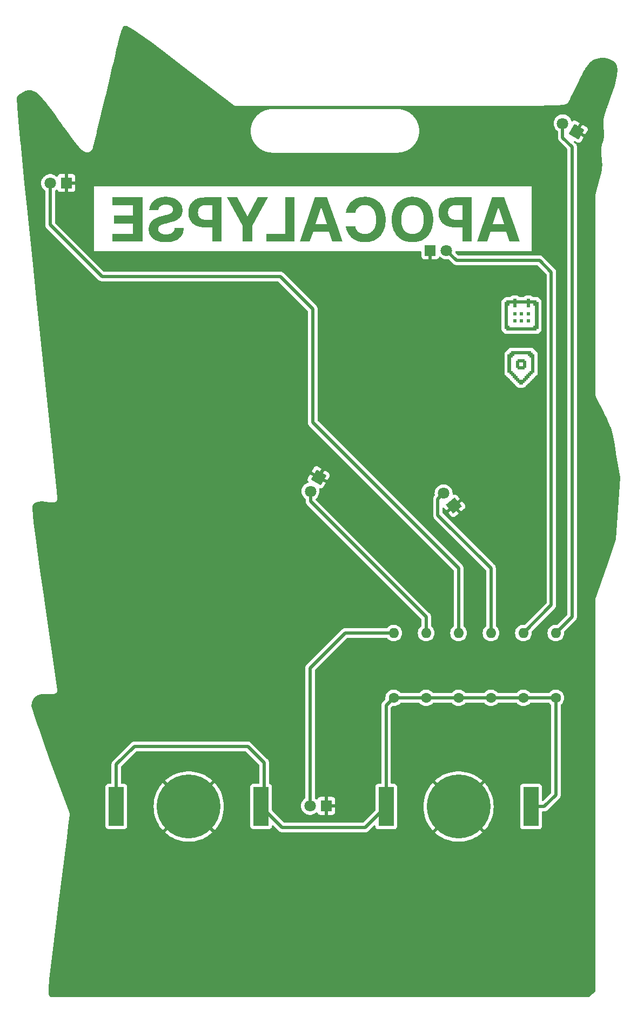
<source format=gbl>
%TF.GenerationSoftware,KiCad,Pcbnew,8.0.1*%
%TF.CreationDate,2024-04-29T20:13:38-04:00*%
%TF.ProjectId,HackerBadgePCBV3 (Simplified),4861636b-6572-4426-9164-676550434256,1.8*%
%TF.SameCoordinates,Original*%
%TF.FileFunction,Copper,L2,Bot*%
%TF.FilePolarity,Positive*%
%FSLAX46Y46*%
G04 Gerber Fmt 4.6, Leading zero omitted, Abs format (unit mm)*
G04 Created by KiCad (PCBNEW 8.0.1) date 2024-04-29 20:13:38*
%MOMM*%
%LPD*%
G01*
G04 APERTURE LIST*
G04 Aperture macros list*
%AMRotRect*
0 Rectangle, with rotation*
0 The origin of the aperture is its center*
0 $1 length*
0 $2 width*
0 $3 Rotation angle, in degrees counterclockwise*
0 Add horizontal line*
21,1,$1,$2,0,0,$3*%
G04 Aperture macros list end*
%TA.AperFunction,NonConductor*%
%ADD10C,0.000000*%
%TD*%
%TA.AperFunction,Conductor*%
%ADD11C,0.000000*%
%TD*%
%TA.AperFunction,ComponentPad*%
%ADD12RotRect,1.800000X1.800000X130.000000*%
%TD*%
%TA.AperFunction,ComponentPad*%
%ADD13C,1.800000*%
%TD*%
%TA.AperFunction,ComponentPad*%
%ADD14R,1.800000X1.800000*%
%TD*%
%TA.AperFunction,ComponentPad*%
%ADD15RotRect,1.800000X1.800000X240.000000*%
%TD*%
%TA.AperFunction,ComponentPad*%
%ADD16RotRect,1.800000X1.800000X150.000000*%
%TD*%
%TA.AperFunction,ComponentPad*%
%ADD17C,1.600000*%
%TD*%
%TA.AperFunction,ComponentPad*%
%ADD18O,1.600000X1.600000*%
%TD*%
%TA.AperFunction,SMDPad,CuDef*%
%ADD19R,2.400000X6.100000*%
%TD*%
%TA.AperFunction,SMDPad,CuDef*%
%ADD20C,10.000000*%
%TD*%
%TA.AperFunction,Conductor*%
%ADD21C,0.500000*%
%TD*%
%TA.AperFunction,Conductor*%
%ADD22C,0.200000*%
%TD*%
G04 APERTURE END LIST*
D10*
%TA.AperFunction,NonConductor*%
G36*
X168192818Y-67034877D02*
G01*
X167663657Y-67034877D01*
X167663657Y-66505716D01*
X168192818Y-66505716D01*
X168192818Y-67034877D01*
G37*
%TD.AperFunction*%
%TA.AperFunction,NonConductor*%
G36*
X166076046Y-67034877D02*
G01*
X165546884Y-67034877D01*
X165546884Y-66505716D01*
X166076046Y-66505716D01*
X166076046Y-67034877D01*
G37*
%TD.AperFunction*%
%TA.AperFunction,NonConductor*%
G36*
X168192818Y-68093184D02*
G01*
X167663657Y-68093184D01*
X167663657Y-67564023D01*
X168192818Y-67564023D01*
X168192818Y-68093184D01*
G37*
%TD.AperFunction*%
%TA.AperFunction,NonConductor*%
G36*
X167134432Y-67034877D02*
G01*
X166605271Y-67034877D01*
X166605271Y-66505716D01*
X167134432Y-66505716D01*
X167134432Y-67034877D01*
G37*
%TD.AperFunction*%
%TA.AperFunction,NonConductor*%
G36*
X167134432Y-68093184D02*
G01*
X166605271Y-68093184D01*
X166605271Y-67564023D01*
X167134432Y-67564023D01*
X167134432Y-68093184D01*
G37*
%TD.AperFunction*%
%TA.AperFunction,NonConductor*%
G36*
X107464898Y-55440612D02*
G01*
X102783628Y-55440612D01*
X102783628Y-54233080D01*
X106000169Y-54233080D01*
X106000169Y-52579064D01*
X103037099Y-52579064D01*
X103037099Y-51371505D01*
X106000169Y-51371505D01*
X106000169Y-49720876D01*
X102797124Y-49720876D01*
X102797124Y-48513339D01*
X107464898Y-48513339D01*
X107464898Y-55440612D01*
G37*
%TD.AperFunction*%
%TA.AperFunction,NonConductor*%
G36*
X153024059Y-52116888D02*
G01*
X153019064Y-52254181D01*
X153010739Y-52388859D01*
X152999084Y-52520920D01*
X152984100Y-52650365D01*
X152965786Y-52777193D01*
X152944142Y-52901405D01*
X152919169Y-53023001D01*
X152890867Y-53141981D01*
X152859235Y-53258345D01*
X152824274Y-53372092D01*
X152785984Y-53483223D01*
X152744365Y-53591737D01*
X152699417Y-53697636D01*
X152651139Y-53800918D01*
X152599533Y-53901584D01*
X152545056Y-53999479D01*
X152488174Y-54094441D01*
X152428887Y-54186470D01*
X152367196Y-54275564D01*
X152303101Y-54361725D01*
X152236601Y-54444953D01*
X152167697Y-54525247D01*
X152096388Y-54602607D01*
X152022674Y-54677034D01*
X151946555Y-54748527D01*
X151868031Y-54817087D01*
X151787102Y-54882714D01*
X151703768Y-54945408D01*
X151618029Y-55005168D01*
X151529885Y-55061995D01*
X151439335Y-55115888D01*
X151346847Y-55166678D01*
X151252879Y-55214191D01*
X151157431Y-55258427D01*
X151060503Y-55299388D01*
X150962095Y-55337072D01*
X150862207Y-55371479D01*
X150760839Y-55402610D01*
X150657991Y-55430465D01*
X150553663Y-55455043D01*
X150447855Y-55476344D01*
X150340567Y-55494368D01*
X150231799Y-55509115D01*
X150121552Y-55520585D01*
X150009825Y-55528778D01*
X149896618Y-55533694D01*
X149781932Y-55535333D01*
X149668067Y-55533707D01*
X149555629Y-55528831D01*
X149444617Y-55520705D01*
X149335032Y-55509328D01*
X149226873Y-55494700D01*
X149120141Y-55476822D01*
X149014836Y-55455694D01*
X148910957Y-55431315D01*
X148808505Y-55403686D01*
X148707481Y-55372806D01*
X148607883Y-55338676D01*
X148509713Y-55301296D01*
X148412969Y-55260666D01*
X148317653Y-55216786D01*
X148223764Y-55169655D01*
X148131303Y-55119275D01*
X148040345Y-55065381D01*
X147951817Y-55008554D01*
X147865722Y-54948794D01*
X147782058Y-54886101D01*
X147700825Y-54820474D01*
X147622024Y-54751914D01*
X147545655Y-54680420D01*
X147471717Y-54605994D01*
X147400210Y-54528633D01*
X147331135Y-54448339D01*
X147264492Y-54365112D01*
X147200280Y-54278951D01*
X147138499Y-54189856D01*
X147079150Y-54097828D01*
X147022232Y-54002866D01*
X146967746Y-53904970D01*
X146915727Y-53804291D01*
X146867063Y-53700969D01*
X146821756Y-53595004D01*
X146779805Y-53486396D01*
X146741210Y-53375146D01*
X146705971Y-53261253D01*
X146674088Y-53144717D01*
X146645562Y-53025538D01*
X146620391Y-52903717D01*
X146598577Y-52779253D01*
X146580118Y-52652147D01*
X146565016Y-52522398D01*
X146553269Y-52390006D01*
X146544879Y-52254973D01*
X146539845Y-52117296D01*
X146538167Y-51976978D01*
X148023061Y-51976978D01*
X148023920Y-52067827D01*
X148026496Y-52156880D01*
X148030791Y-52244136D01*
X148036803Y-52329596D01*
X148044533Y-52413259D01*
X148053980Y-52495125D01*
X148065145Y-52575195D01*
X148078028Y-52653468D01*
X148092629Y-52729944D01*
X148108948Y-52804623D01*
X148126984Y-52877505D01*
X148146738Y-52948591D01*
X148168209Y-53017880D01*
X148191399Y-53085371D01*
X148216306Y-53151066D01*
X148242931Y-53214963D01*
X148270688Y-53277011D01*
X148299846Y-53337155D01*
X148330406Y-53395396D01*
X148362365Y-53451735D01*
X148395726Y-53506170D01*
X148430488Y-53558703D01*
X148466650Y-53609333D01*
X148504214Y-53658061D01*
X148543178Y-53704886D01*
X148583543Y-53749809D01*
X148625308Y-53792829D01*
X148668475Y-53833947D01*
X148713042Y-53873163D01*
X148759011Y-53910476D01*
X148806380Y-53945888D01*
X148855149Y-53979398D01*
X148905148Y-54010934D01*
X148956204Y-54040436D01*
X149008316Y-54067903D01*
X149061485Y-54093335D01*
X149115711Y-54116733D01*
X149170993Y-54138096D01*
X149227332Y-54157425D01*
X149284727Y-54174719D01*
X149343179Y-54189979D01*
X149402688Y-54203204D01*
X149463254Y-54214394D01*
X149524876Y-54223550D01*
X149587555Y-54230671D01*
X149651291Y-54235757D01*
X149716083Y-54238809D01*
X149781932Y-54239827D01*
X149847786Y-54238809D01*
X149912582Y-54235757D01*
X149976322Y-54230671D01*
X150039004Y-54223550D01*
X150100629Y-54214394D01*
X150161196Y-54203204D01*
X150220707Y-54189979D01*
X150279160Y-54174719D01*
X150336557Y-54157425D01*
X150392897Y-54138096D01*
X150448179Y-54116733D01*
X150502405Y-54093335D01*
X150555574Y-54067903D01*
X150607687Y-54040436D01*
X150658742Y-54010934D01*
X150708741Y-53979398D01*
X150757520Y-53945888D01*
X150804925Y-53910476D01*
X150850957Y-53873163D01*
X150895615Y-53833947D01*
X150938899Y-53792829D01*
X150980809Y-53749809D01*
X151021346Y-53704886D01*
X151060508Y-53658061D01*
X151098297Y-53609333D01*
X151134712Y-53558703D01*
X151169753Y-53506170D01*
X151203420Y-53451735D01*
X151235713Y-53395396D01*
X151266632Y-53337155D01*
X151296176Y-53277011D01*
X151324347Y-53214963D01*
X151350559Y-53151066D01*
X151375080Y-53085371D01*
X151397911Y-53017880D01*
X151419051Y-52948591D01*
X151438500Y-52877505D01*
X151456258Y-52804623D01*
X151472326Y-52729944D01*
X151486702Y-52653468D01*
X151499388Y-52575195D01*
X151510382Y-52495125D01*
X151519685Y-52413259D01*
X151527297Y-52329596D01*
X151537447Y-52156880D01*
X151540830Y-51976978D01*
X151539984Y-51886128D01*
X151537447Y-51797076D01*
X151533218Y-51709819D01*
X151527297Y-51624360D01*
X151519685Y-51540697D01*
X151510382Y-51458831D01*
X151499388Y-51378761D01*
X151486702Y-51300488D01*
X151472326Y-51224012D01*
X151456258Y-51149333D01*
X151438500Y-51076451D01*
X151419051Y-51005366D01*
X151397911Y-50936078D01*
X151375080Y-50868586D01*
X151350559Y-50802892D01*
X151324347Y-50738995D01*
X151296176Y-50676949D01*
X151266632Y-50616804D01*
X151235713Y-50558563D01*
X151203420Y-50502224D01*
X151169753Y-50447788D01*
X151134712Y-50395254D01*
X151098297Y-50344623D01*
X151060508Y-50295894D01*
X151021346Y-50249069D01*
X150980809Y-50204145D01*
X150938899Y-50161125D01*
X150895615Y-50120007D01*
X150850957Y-50080791D01*
X150804925Y-50043479D01*
X150757520Y-50008068D01*
X150708741Y-49974561D01*
X150658742Y-49943022D01*
X150607687Y-49913518D01*
X150555574Y-49886049D01*
X150502405Y-49860614D01*
X150448179Y-49837214D01*
X150392897Y-49815849D01*
X150336557Y-49796519D01*
X150279160Y-49779223D01*
X150220707Y-49763963D01*
X150161196Y-49750737D01*
X150100629Y-49739545D01*
X150039004Y-49730389D01*
X149976322Y-49723267D01*
X149912582Y-49718180D01*
X149847786Y-49715128D01*
X149781932Y-49714110D01*
X149716083Y-49715128D01*
X149651291Y-49718180D01*
X149587555Y-49723267D01*
X149524876Y-49730389D01*
X149463254Y-49739545D01*
X149402688Y-49750737D01*
X149343179Y-49763963D01*
X149284727Y-49779223D01*
X149227332Y-49796519D01*
X149170993Y-49815849D01*
X149115711Y-49837214D01*
X149061485Y-49860614D01*
X149008316Y-49886049D01*
X148956204Y-49913518D01*
X148905148Y-49943022D01*
X148855149Y-49974561D01*
X148806380Y-50008068D01*
X148759011Y-50043479D01*
X148713042Y-50080791D01*
X148668475Y-50120007D01*
X148625308Y-50161125D01*
X148583543Y-50204145D01*
X148543178Y-50249069D01*
X148504214Y-50295894D01*
X148466650Y-50344623D01*
X148430488Y-50395254D01*
X148395726Y-50447788D01*
X148362365Y-50502224D01*
X148330406Y-50558563D01*
X148299846Y-50616804D01*
X148270688Y-50676949D01*
X148242931Y-50738995D01*
X148216306Y-50802892D01*
X148191399Y-50868586D01*
X148168209Y-50936078D01*
X148146738Y-51005366D01*
X148126984Y-51076451D01*
X148108948Y-51149333D01*
X148092629Y-51224012D01*
X148078028Y-51300488D01*
X148065145Y-51378761D01*
X148053980Y-51458831D01*
X148044533Y-51540697D01*
X148036803Y-51624360D01*
X148030791Y-51709819D01*
X148026496Y-51797076D01*
X148023061Y-51976978D01*
X146538167Y-51976978D01*
X146539845Y-51836659D01*
X146544879Y-51698983D01*
X146553269Y-51563949D01*
X146565016Y-51431558D01*
X146580118Y-51301809D01*
X146598577Y-51174702D01*
X146620391Y-51050238D01*
X146645562Y-50928416D01*
X146674088Y-50809237D01*
X146705971Y-50692700D01*
X146741210Y-50578806D01*
X146779805Y-50467555D01*
X146821756Y-50358946D01*
X146867063Y-50252980D01*
X146915727Y-50149656D01*
X146967746Y-50048975D01*
X147022232Y-49951095D01*
X147079150Y-49856175D01*
X147138499Y-49764215D01*
X147200280Y-49675214D01*
X147264492Y-49589172D01*
X147331135Y-49506091D01*
X147400210Y-49425969D01*
X147471717Y-49348806D01*
X147545655Y-49274604D01*
X147622024Y-49203360D01*
X147700825Y-49135077D01*
X147782058Y-49069753D01*
X147865722Y-49007389D01*
X147951817Y-48947984D01*
X148040345Y-48891539D01*
X148131303Y-48838054D01*
X148223764Y-48787264D01*
X148317653Y-48739752D01*
X148412969Y-48695516D01*
X148509713Y-48654556D01*
X148607883Y-48616874D01*
X148707481Y-48582468D01*
X148808505Y-48551339D01*
X148910957Y-48523486D01*
X149014836Y-48498911D01*
X149120141Y-48477612D01*
X149226873Y-48459590D01*
X149335032Y-48444844D01*
X149444617Y-48433376D01*
X149555629Y-48425184D01*
X149668067Y-48420269D01*
X149781932Y-48418630D01*
X149896618Y-48420269D01*
X150009825Y-48425184D01*
X150121552Y-48433376D01*
X150231799Y-48444844D01*
X150340567Y-48459590D01*
X150447855Y-48477612D01*
X150553663Y-48498911D01*
X150657991Y-48523486D01*
X150760839Y-48551339D01*
X150862207Y-48582468D01*
X150962095Y-48616874D01*
X151060503Y-48654556D01*
X151157431Y-48695516D01*
X151252879Y-48739752D01*
X151346847Y-48787264D01*
X151439335Y-48838054D01*
X151529885Y-48891539D01*
X151618029Y-48947984D01*
X151703768Y-49007389D01*
X151787102Y-49069753D01*
X151868031Y-49135077D01*
X151946555Y-49203360D01*
X152022674Y-49274604D01*
X152096388Y-49348806D01*
X152167697Y-49425969D01*
X152236601Y-49506091D01*
X152303101Y-49589172D01*
X152367196Y-49675214D01*
X152428887Y-49764215D01*
X152488174Y-49856175D01*
X152545056Y-49951095D01*
X152599533Y-50048975D01*
X152651139Y-50149656D01*
X152699417Y-50252980D01*
X152744365Y-50358946D01*
X152785984Y-50467555D01*
X152824274Y-50578806D01*
X152859235Y-50692700D01*
X152890867Y-50809237D01*
X152919169Y-50928416D01*
X152944142Y-51050238D01*
X152965786Y-51174702D01*
X152984100Y-51301809D01*
X152999084Y-51431558D01*
X153010739Y-51563949D01*
X153019064Y-51698983D01*
X153024059Y-51836659D01*
X153025724Y-51976978D01*
X153024059Y-52116888D01*
G37*
%TD.AperFunction*%
%TA.AperFunction,NonConductor*%
G36*
X159071003Y-55440612D02*
G01*
X157606402Y-55440612D01*
X157606402Y-53194670D01*
X156375190Y-53194670D01*
X156276335Y-53193520D01*
X156179330Y-53190071D01*
X156084174Y-53184323D01*
X155990867Y-53176275D01*
X155899409Y-53165928D01*
X155809801Y-53153282D01*
X155722042Y-53138337D01*
X155636133Y-53121092D01*
X155552073Y-53101549D01*
X155469863Y-53079706D01*
X155389502Y-53055565D01*
X155310991Y-53029124D01*
X155234329Y-53000385D01*
X155159518Y-52969347D01*
X155086555Y-52936009D01*
X155015443Y-52900373D01*
X154945878Y-52862681D01*
X154878401Y-52823165D01*
X154813012Y-52781825D01*
X154749710Y-52738662D01*
X154688496Y-52693675D01*
X154629370Y-52646864D01*
X154572332Y-52598229D01*
X154517381Y-52547770D01*
X154464518Y-52495488D01*
X154413743Y-52441382D01*
X154365055Y-52385452D01*
X154318455Y-52327698D01*
X154273942Y-52268121D01*
X154231516Y-52206719D01*
X154191178Y-52143494D01*
X154152928Y-52078446D01*
X154116883Y-52011856D01*
X154083164Y-51943997D01*
X154051771Y-51874869D01*
X154022703Y-51804473D01*
X153995960Y-51732808D01*
X153971543Y-51659874D01*
X153949452Y-51585672D01*
X153929685Y-51510201D01*
X153912245Y-51433462D01*
X153897129Y-51355454D01*
X153884339Y-51276177D01*
X153873875Y-51195631D01*
X153865736Y-51113817D01*
X153859922Y-51030735D01*
X153856434Y-50946384D01*
X153855272Y-50860764D01*
X155363847Y-50860764D01*
X155364389Y-50903162D01*
X155366014Y-50944953D01*
X155368722Y-50986136D01*
X155372514Y-51026712D01*
X155377389Y-51066680D01*
X155383347Y-51106040D01*
X155390389Y-51144793D01*
X155398514Y-51182938D01*
X155407722Y-51220476D01*
X155418014Y-51257406D01*
X155429389Y-51293729D01*
X155441847Y-51329443D01*
X155455389Y-51364551D01*
X155470014Y-51399050D01*
X155485722Y-51432942D01*
X155502514Y-51466226D01*
X155519981Y-51498344D01*
X155538558Y-51529591D01*
X155558245Y-51559966D01*
X155579042Y-51589470D01*
X155600949Y-51618102D01*
X155623965Y-51645863D01*
X155648092Y-51672752D01*
X155673329Y-51698769D01*
X155699676Y-51723914D01*
X155727133Y-51748187D01*
X155755700Y-51771588D01*
X155785377Y-51794117D01*
X155816164Y-51815774D01*
X155848061Y-51836558D01*
X155881068Y-51856471D01*
X155915185Y-51875510D01*
X155950012Y-51893119D01*
X155986002Y-51909593D01*
X156023156Y-51924931D01*
X156061472Y-51939133D01*
X156100952Y-51952200D01*
X156141594Y-51964131D01*
X156183400Y-51974926D01*
X156226368Y-51984585D01*
X156270499Y-51993108D01*
X156315793Y-52000494D01*
X156362249Y-52006745D01*
X156409868Y-52011859D01*
X156458649Y-52015837D01*
X156508592Y-52018678D01*
X156559698Y-52020383D01*
X156611966Y-52020952D01*
X157606402Y-52020952D01*
X157606402Y-49710729D01*
X156618738Y-49710729D01*
X156566045Y-49711297D01*
X156514514Y-49713002D01*
X156464147Y-49715843D01*
X156414942Y-49719820D01*
X156366901Y-49724933D01*
X156320023Y-49731183D01*
X156274308Y-49738569D01*
X156229755Y-49747091D01*
X156186365Y-49756749D01*
X156144138Y-49767544D01*
X156103073Y-49779475D01*
X156063171Y-49792543D01*
X156024431Y-49806747D01*
X155986854Y-49822087D01*
X155950438Y-49838563D01*
X155915185Y-49856176D01*
X155881068Y-49874396D01*
X155848061Y-49893541D01*
X155816164Y-49913611D01*
X155785377Y-49934606D01*
X155755700Y-49956526D01*
X155727133Y-49979370D01*
X155699676Y-50003140D01*
X155673329Y-50027834D01*
X155648092Y-50053454D01*
X155623965Y-50079998D01*
X155600949Y-50107467D01*
X155579042Y-50135861D01*
X155558245Y-50165180D01*
X155538558Y-50195424D01*
X155519981Y-50226593D01*
X155502514Y-50258687D01*
X155485722Y-50291164D01*
X155470014Y-50324328D01*
X155455389Y-50358179D01*
X155441847Y-50392717D01*
X155429389Y-50427942D01*
X155418014Y-50463854D01*
X155407722Y-50500453D01*
X155398514Y-50537740D01*
X155390389Y-50575713D01*
X155383347Y-50614373D01*
X155377389Y-50653721D01*
X155372514Y-50693755D01*
X155368722Y-50734477D01*
X155366014Y-50775886D01*
X155364389Y-50817981D01*
X155363847Y-50860764D01*
X153855272Y-50860764D01*
X153856421Y-50775146D01*
X153859869Y-50690796D01*
X153865616Y-50607714D01*
X153873662Y-50525901D01*
X153884007Y-50445356D01*
X153896651Y-50366079D01*
X153911594Y-50288072D01*
X153928836Y-50211332D01*
X153948377Y-50135861D01*
X153970217Y-50061658D01*
X153994357Y-49988724D01*
X154020795Y-49917059D01*
X154049533Y-49846661D01*
X154080570Y-49777533D01*
X154113906Y-49709672D01*
X154149542Y-49643080D01*
X154186932Y-49577611D01*
X154226383Y-49513966D01*
X154267896Y-49452143D01*
X154311471Y-49392144D01*
X154357107Y-49333969D01*
X154404805Y-49277616D01*
X154454564Y-49223088D01*
X154506385Y-49170382D01*
X154560267Y-49119500D01*
X154616210Y-49070441D01*
X154674214Y-49023206D01*
X154734280Y-48977794D01*
X154796406Y-48934205D01*
X154860593Y-48892440D01*
X154926841Y-48852498D01*
X154995150Y-48814379D01*
X155065401Y-48777925D01*
X155137475Y-48743822D01*
X155211374Y-48712072D01*
X155287096Y-48682674D01*
X155364641Y-48655627D01*
X155444010Y-48630932D01*
X155525203Y-48608590D01*
X155608219Y-48588599D01*
X155693059Y-48570960D01*
X155779722Y-48555672D01*
X155868208Y-48542737D01*
X155958518Y-48532154D01*
X156050651Y-48523922D01*
X156144607Y-48518043D01*
X156240386Y-48514515D01*
X156337989Y-48513339D01*
X159071003Y-48513339D01*
X159071003Y-49710729D01*
X159071003Y-55440612D01*
G37*
%TD.AperFunction*%
D11*
%TA.AperFunction,Conductor*%
%TO.N,GND*%
G36*
X131295919Y-55440612D02*
G01*
X126861501Y-55440612D01*
X126861501Y-54233080D01*
X129831453Y-54233080D01*
X129831453Y-48513339D01*
X131295919Y-48513339D01*
X131295919Y-55440612D01*
G37*
%TD.AperFunction*%
D10*
%TA.AperFunction,NonConductor*%
G36*
X166076046Y-68093184D02*
G01*
X165546884Y-68093184D01*
X165546884Y-67564023D01*
X166076046Y-67564023D01*
X166076046Y-68093184D01*
G37*
%TD.AperFunction*%
%TA.AperFunction,NonConductor*%
G36*
X166076109Y-64653607D02*
G01*
X167663609Y-64653607D01*
X167663609Y-64389023D01*
X168192771Y-64389023D01*
X168192771Y-64653607D01*
X169251109Y-64653607D01*
X169251109Y-64918189D01*
X169515682Y-64918189D01*
X169515682Y-69151523D01*
X169251109Y-69151523D01*
X169251109Y-69416111D01*
X164488605Y-69416111D01*
X164488605Y-69151523D01*
X164224022Y-69151523D01*
X164224022Y-68622362D01*
X164753188Y-68622362D01*
X165017772Y-68622362D01*
X165017772Y-68886934D01*
X168721932Y-68886934D01*
X168721932Y-68622362D01*
X168986521Y-68622362D01*
X168986521Y-65447362D01*
X168721932Y-65447362D01*
X168721932Y-65182773D01*
X168192771Y-65182773D01*
X168192771Y-65711934D01*
X167663609Y-65711934D01*
X167663609Y-65182773D01*
X166076109Y-65182773D01*
X166076109Y-65711934D01*
X165546932Y-65711934D01*
X165546932Y-65182773D01*
X165017772Y-65182773D01*
X165017772Y-65447362D01*
X164753188Y-65447362D01*
X164753188Y-68622362D01*
X164224022Y-68622362D01*
X164224022Y-64918189D01*
X164488605Y-64918189D01*
X164488605Y-64653607D01*
X165546932Y-64653607D01*
X165546932Y-64389023D01*
X166076109Y-64389023D01*
X166076109Y-64653607D01*
G37*
%TD.AperFunction*%
%TA.AperFunction,NonConductor*%
G36*
X138796592Y-55440612D02*
G01*
X137227084Y-55440612D01*
X136713211Y-53860997D01*
X134212063Y-53860997D01*
X133699128Y-55440612D01*
X132129621Y-55440612D01*
X133068315Y-52717732D01*
X134583306Y-52717732D01*
X136341290Y-52717732D01*
X135488507Y-50096330D01*
X135434531Y-50096330D01*
X134583306Y-52717732D01*
X133068315Y-52717732D01*
X134517751Y-48513339D01*
X136405286Y-48513339D01*
X137856649Y-52717732D01*
X138796592Y-55440612D01*
G37*
%TD.AperFunction*%
%TA.AperFunction,NonConductor*%
G36*
X168392706Y-72824444D02*
G01*
X168657295Y-72824444D01*
X168657295Y-73089028D01*
X168921884Y-73089028D01*
X168921884Y-75999451D01*
X168657295Y-75999451D01*
X168657295Y-76264023D01*
X168392706Y-76264023D01*
X168392706Y-76528612D01*
X168128134Y-76528612D01*
X168128134Y-76793200D01*
X167863545Y-76793200D01*
X167863545Y-77057773D01*
X167598956Y-77057773D01*
X167598956Y-77322362D01*
X167334384Y-77322362D01*
X167334384Y-77586950D01*
X167069795Y-77586950D01*
X167069795Y-77851523D01*
X166540634Y-77851523D01*
X166540634Y-77586950D01*
X166276045Y-77586950D01*
X166276045Y-77322362D01*
X166011456Y-77322362D01*
X166011456Y-77057773D01*
X165746884Y-77057773D01*
X165746884Y-76793200D01*
X165482295Y-76793200D01*
X165482295Y-76528612D01*
X165217707Y-76528612D01*
X165217707Y-76264023D01*
X164953127Y-76264023D01*
X164953127Y-75999451D01*
X164688544Y-75999451D01*
X164688544Y-75734862D01*
X165217707Y-75734862D01*
X165482295Y-75734862D01*
X165482295Y-75999451D01*
X165746884Y-75999451D01*
X165746884Y-76264023D01*
X166011456Y-76264023D01*
X166011456Y-76528612D01*
X166276045Y-76528612D01*
X166276045Y-76793200D01*
X166540634Y-76793200D01*
X166540634Y-77057773D01*
X167069795Y-77057773D01*
X167069795Y-76793200D01*
X167334384Y-76793200D01*
X167334384Y-76528612D01*
X167598956Y-76528612D01*
X167598956Y-76264023D01*
X167863545Y-76264023D01*
X167863545Y-75999451D01*
X168128134Y-75999451D01*
X168128134Y-75734862D01*
X168392706Y-75734862D01*
X168392706Y-73618201D01*
X168128134Y-73618201D01*
X168128134Y-73353612D01*
X167863545Y-73353612D01*
X167863545Y-73089028D01*
X165746884Y-73089028D01*
X165746884Y-73353612D01*
X165482295Y-73353612D01*
X165482295Y-73618201D01*
X165217707Y-73618201D01*
X165217707Y-75734862D01*
X164688544Y-75734862D01*
X164688544Y-73089028D01*
X164953127Y-73089028D01*
X164953127Y-72824444D01*
X165217707Y-72824444D01*
X165217707Y-72559862D01*
X168392706Y-72559862D01*
X168392706Y-72824444D01*
G37*
%TD.AperFunction*%
%TA.AperFunction,NonConductor*%
G36*
X123893407Y-51496680D02*
G01*
X123961137Y-51496680D01*
X125540700Y-48513339D01*
X127181119Y-48513339D01*
X124654611Y-52991708D01*
X124654611Y-55440612D01*
X123199933Y-55440612D01*
X123199933Y-52991708D01*
X120673429Y-48513339D01*
X122313844Y-48513339D01*
X123893407Y-51496680D01*
G37*
%TD.AperFunction*%
%TA.AperFunction,NonConductor*%
G36*
X167334320Y-74147394D02*
G01*
X167598909Y-74147394D01*
X167598909Y-75205716D01*
X167334320Y-75205716D01*
X167334320Y-75470305D01*
X166275998Y-75470305D01*
X166275998Y-75205716D01*
X166011409Y-75205716D01*
X166011409Y-74411966D01*
X166540570Y-74411966D01*
X166540570Y-74941144D01*
X167069747Y-74941144D01*
X167069747Y-74411966D01*
X166540570Y-74411966D01*
X166011409Y-74411966D01*
X166011409Y-74147394D01*
X166275998Y-74147394D01*
X166275998Y-73882805D01*
X167334320Y-73882805D01*
X167334320Y-74147394D01*
G37*
%TD.AperFunction*%
%TA.AperFunction,NonConductor*%
G36*
X119873327Y-55440612D02*
G01*
X118408857Y-55440612D01*
X118408857Y-53194670D01*
X117177488Y-53194670D01*
X117078647Y-53193520D01*
X116981654Y-53190071D01*
X116886510Y-53184323D01*
X116793213Y-53176275D01*
X116701765Y-53165928D01*
X116612164Y-53153282D01*
X116524412Y-53138337D01*
X116438507Y-53121092D01*
X116354450Y-53101549D01*
X116272241Y-53079706D01*
X116191880Y-53055565D01*
X116113367Y-53029124D01*
X116036701Y-53000385D01*
X115961884Y-52969347D01*
X115888914Y-52936009D01*
X115817792Y-52900373D01*
X115748240Y-52862681D01*
X115680773Y-52823165D01*
X115615389Y-52781825D01*
X115552090Y-52738662D01*
X115490877Y-52693675D01*
X115431748Y-52646864D01*
X115374706Y-52598229D01*
X115319750Y-52547770D01*
X115266881Y-52495488D01*
X115216098Y-52441382D01*
X115167404Y-52385452D01*
X115120797Y-52327698D01*
X115076278Y-52268121D01*
X115033848Y-52206719D01*
X114993507Y-52143494D01*
X114955255Y-52078446D01*
X114919210Y-52011856D01*
X114885491Y-51943997D01*
X114854097Y-51874869D01*
X114825029Y-51804473D01*
X114798286Y-51732808D01*
X114773869Y-51659874D01*
X114751777Y-51585672D01*
X114732011Y-51510201D01*
X114714570Y-51433462D01*
X114699455Y-51355454D01*
X114686665Y-51276177D01*
X114676201Y-51195631D01*
X114668062Y-51113817D01*
X114662249Y-51030735D01*
X114658760Y-50946384D01*
X114657598Y-50860764D01*
X116166249Y-50860764D01*
X116166792Y-50903162D01*
X116168419Y-50944953D01*
X116171131Y-50986136D01*
X116174927Y-51026712D01*
X116179807Y-51066680D01*
X116185769Y-51106040D01*
X116192815Y-51144793D01*
X116200943Y-51182938D01*
X116210153Y-51220476D01*
X116220445Y-51257406D01*
X116231819Y-51293729D01*
X116244273Y-51329443D01*
X116257807Y-51364551D01*
X116272422Y-51399050D01*
X116288117Y-51432942D01*
X116304891Y-51466226D01*
X116322363Y-51498344D01*
X116340945Y-51529591D01*
X116360637Y-51559966D01*
X116381440Y-51589470D01*
X116403352Y-51618102D01*
X116426374Y-51645863D01*
X116450506Y-51672752D01*
X116475748Y-51698769D01*
X116502100Y-51723914D01*
X116529562Y-51748187D01*
X116558133Y-51771588D01*
X116587815Y-51794117D01*
X116618607Y-51815774D01*
X116650508Y-51836558D01*
X116683520Y-51856471D01*
X116717641Y-51875510D01*
X116752455Y-51893119D01*
X116788434Y-51909593D01*
X116825578Y-51924931D01*
X116863886Y-51939133D01*
X116903359Y-51952200D01*
X116943996Y-51964131D01*
X116985796Y-51974926D01*
X117028759Y-51984585D01*
X117072885Y-51993108D01*
X117118174Y-52000494D01*
X117164624Y-52006745D01*
X117212236Y-52011859D01*
X117261009Y-52015837D01*
X117310943Y-52018678D01*
X117362038Y-52020383D01*
X117414293Y-52020952D01*
X118408857Y-52020952D01*
X118408857Y-49710729D01*
X117421170Y-49710729D01*
X117368472Y-49711297D01*
X117316940Y-49713002D01*
X117266573Y-49715843D01*
X117217370Y-49719820D01*
X117169331Y-49724933D01*
X117122457Y-49731183D01*
X117076746Y-49738569D01*
X117032198Y-49747091D01*
X116988813Y-49756749D01*
X116946590Y-49767544D01*
X116905529Y-49779475D01*
X116865630Y-49792543D01*
X116826892Y-49806747D01*
X116789315Y-49822087D01*
X116752898Y-49838563D01*
X116717641Y-49856176D01*
X116683520Y-49874396D01*
X116650508Y-49893541D01*
X116618607Y-49913611D01*
X116587815Y-49934606D01*
X116558133Y-49956526D01*
X116529562Y-49979370D01*
X116502100Y-50003140D01*
X116475748Y-50027834D01*
X116450506Y-50053454D01*
X116426374Y-50079998D01*
X116403352Y-50107467D01*
X116381440Y-50135861D01*
X116360637Y-50165180D01*
X116340945Y-50195424D01*
X116322363Y-50226593D01*
X116304891Y-50258687D01*
X116288117Y-50291164D01*
X116272422Y-50324328D01*
X116257807Y-50358179D01*
X116244273Y-50392717D01*
X116231819Y-50427942D01*
X116220445Y-50463854D01*
X116210153Y-50500453D01*
X116200943Y-50537740D01*
X116192815Y-50575713D01*
X116185769Y-50614373D01*
X116179807Y-50653721D01*
X116174927Y-50693755D01*
X116171131Y-50734477D01*
X116168419Y-50775886D01*
X116166792Y-50817981D01*
X116166249Y-50860764D01*
X114657598Y-50860764D01*
X114658748Y-50775146D01*
X114662198Y-50690796D01*
X114667949Y-50607714D01*
X114675999Y-50525901D01*
X114686347Y-50445356D01*
X114698995Y-50366079D01*
X114713941Y-50288072D01*
X114731185Y-50211332D01*
X114750726Y-50135861D01*
X114772565Y-50061658D01*
X114796700Y-49988724D01*
X114823131Y-49917059D01*
X114851859Y-49846661D01*
X114882882Y-49777533D01*
X114916201Y-49709672D01*
X114951814Y-49643080D01*
X114989210Y-49577611D01*
X115028670Y-49513966D01*
X115070194Y-49452143D01*
X115113780Y-49392144D01*
X115159428Y-49333969D01*
X115207137Y-49277616D01*
X115256906Y-49223088D01*
X115308736Y-49170382D01*
X115362624Y-49119500D01*
X115418569Y-49070441D01*
X115476573Y-49023206D01*
X115536633Y-48977794D01*
X115598748Y-48934205D01*
X115662919Y-48892440D01*
X115729143Y-48852498D01*
X115797422Y-48814379D01*
X115867687Y-48777925D01*
X115939776Y-48743822D01*
X116013688Y-48712072D01*
X116089423Y-48682674D01*
X116166981Y-48655627D01*
X116246362Y-48630932D01*
X116327566Y-48608590D01*
X116410594Y-48588599D01*
X116495444Y-48570960D01*
X116582118Y-48555672D01*
X116670615Y-48542737D01*
X116760935Y-48532154D01*
X116853078Y-48523922D01*
X116947045Y-48518043D01*
X117042834Y-48514515D01*
X117140447Y-48513339D01*
X119873327Y-48513339D01*
X119873327Y-49710729D01*
X119873327Y-55440612D01*
G37*
%TD.AperFunction*%
%TA.AperFunction,NonConductor*%
G36*
X111216304Y-48419661D02*
G01*
X111309102Y-48422752D01*
X111400629Y-48427905D01*
X111490887Y-48435120D01*
X111579874Y-48444395D01*
X111667593Y-48455732D01*
X111754042Y-48469129D01*
X111839223Y-48484588D01*
X111923136Y-48502108D01*
X112005781Y-48521690D01*
X112087159Y-48543332D01*
X112167269Y-48567036D01*
X112246113Y-48592801D01*
X112323691Y-48620627D01*
X112400003Y-48650515D01*
X112475049Y-48682463D01*
X112548474Y-48716248D01*
X112619921Y-48751645D01*
X112689387Y-48788653D01*
X112756873Y-48827274D01*
X112822378Y-48867506D01*
X112885900Y-48909351D01*
X112947440Y-48952807D01*
X113006996Y-48997876D01*
X113064567Y-49044556D01*
X113120154Y-49092849D01*
X113173754Y-49142753D01*
X113225368Y-49194269D01*
X113274994Y-49247398D01*
X113322631Y-49302138D01*
X113368280Y-49358490D01*
X113411939Y-49416454D01*
X113452919Y-49475846D01*
X113491227Y-49536479D01*
X113526862Y-49598354D01*
X113559824Y-49661471D01*
X113590114Y-49725831D01*
X113617731Y-49791432D01*
X113642675Y-49858275D01*
X113664947Y-49926361D01*
X113684546Y-49995688D01*
X113701472Y-50066257D01*
X113715725Y-50138068D01*
X113727305Y-50211121D01*
X113736213Y-50285416D01*
X113742448Y-50360953D01*
X113746010Y-50437732D01*
X113746900Y-50515753D01*
X113745350Y-50610501D01*
X113739807Y-50702791D01*
X113730270Y-50792624D01*
X113716739Y-50880000D01*
X113699215Y-50964919D01*
X113677697Y-51047380D01*
X113652185Y-51127383D01*
X113622680Y-51204929D01*
X113589182Y-51280017D01*
X113551690Y-51352648D01*
X113510204Y-51422820D01*
X113464724Y-51490535D01*
X113415252Y-51555792D01*
X113361785Y-51618591D01*
X113304325Y-51678933D01*
X113242872Y-51736816D01*
X113178029Y-51792536D01*
X113110303Y-51846380D01*
X113039694Y-51898348D01*
X112966203Y-51948439D01*
X112889830Y-51996654D01*
X112810576Y-52042992D01*
X112728440Y-52087454D01*
X112643423Y-52130039D01*
X112555526Y-52170748D01*
X112464749Y-52209580D01*
X112371092Y-52246536D01*
X112274556Y-52281616D01*
X112175142Y-52314819D01*
X112072848Y-52346145D01*
X111967677Y-52375595D01*
X111859628Y-52403169D01*
X111105302Y-52592584D01*
X111012408Y-52615732D01*
X110923231Y-52639514D01*
X110837769Y-52663931D01*
X110756018Y-52688982D01*
X110677976Y-52714666D01*
X110603639Y-52740984D01*
X110533005Y-52767935D01*
X110466069Y-52795519D01*
X110433581Y-52809659D01*
X110402098Y-52824169D01*
X110371619Y-52839048D01*
X110342145Y-52854297D01*
X110313675Y-52869915D01*
X110286210Y-52885904D01*
X110259750Y-52902262D01*
X110234294Y-52918990D01*
X110209843Y-52936088D01*
X110186396Y-52953556D01*
X110163954Y-52971394D01*
X110142517Y-52989602D01*
X110122084Y-53008180D01*
X110102655Y-53027129D01*
X110084231Y-53046447D01*
X110066812Y-53066135D01*
X110050038Y-53086295D01*
X110034343Y-53107037D01*
X110019728Y-53128361D01*
X110006194Y-53150266D01*
X109993740Y-53172754D01*
X109982366Y-53195823D01*
X109972074Y-53219474D01*
X109962864Y-53243707D01*
X109954736Y-53268521D01*
X109947690Y-53293916D01*
X109941728Y-53319892D01*
X109936848Y-53346449D01*
X109933052Y-53373587D01*
X109930340Y-53401306D01*
X109928713Y-53429605D01*
X109928170Y-53458485D01*
X109928766Y-53489549D01*
X109930551Y-53520164D01*
X109933527Y-53550329D01*
X109937691Y-53580044D01*
X109943045Y-53609310D01*
X109949588Y-53638126D01*
X109957319Y-53666493D01*
X109966237Y-53694411D01*
X109976343Y-53721880D01*
X109987637Y-53748899D01*
X110000117Y-53775469D01*
X110013783Y-53801590D01*
X110028636Y-53827262D01*
X110044674Y-53852485D01*
X110061897Y-53877259D01*
X110080304Y-53901584D01*
X110099841Y-53925354D01*
X110120352Y-53948463D01*
X110141837Y-53970912D01*
X110164297Y-53992701D01*
X110187732Y-54013829D01*
X110212143Y-54034296D01*
X110237530Y-54054103D01*
X110263892Y-54073248D01*
X110291232Y-54091734D01*
X110319548Y-54109558D01*
X110348842Y-54126722D01*
X110379114Y-54143224D01*
X110410364Y-54159066D01*
X110442593Y-54174247D01*
X110475801Y-54188767D01*
X110509988Y-54202626D01*
X110544603Y-54215732D01*
X110579987Y-54227993D01*
X110616140Y-54239408D01*
X110653062Y-54249978D01*
X110690753Y-54259703D01*
X110729213Y-54268582D01*
X110768441Y-54276616D01*
X110808439Y-54283804D01*
X110849206Y-54290147D01*
X110890741Y-54295644D01*
X110976119Y-54304101D01*
X111064573Y-54309176D01*
X111156102Y-54310868D01*
X111203129Y-54310418D01*
X111249552Y-54309071D01*
X111295373Y-54306824D01*
X111340590Y-54303680D01*
X111385203Y-54299637D01*
X111429210Y-54294695D01*
X111472610Y-54288855D01*
X111515404Y-54282117D01*
X111557591Y-54274481D01*
X111599169Y-54265946D01*
X111640137Y-54256514D01*
X111680496Y-54246183D01*
X111720244Y-54234954D01*
X111759381Y-54222827D01*
X111797905Y-54209802D01*
X111835817Y-54195879D01*
X111872561Y-54180645D01*
X111908382Y-54164538D01*
X111943280Y-54147558D01*
X111977253Y-54129706D01*
X112010302Y-54110982D01*
X112042427Y-54091386D01*
X112073628Y-54070918D01*
X112103905Y-54049578D01*
X112133259Y-54027366D01*
X112161688Y-54004282D01*
X112189193Y-53980327D01*
X112215775Y-53955500D01*
X112241432Y-53929801D01*
X112266165Y-53903231D01*
X112289974Y-53875789D01*
X112312860Y-53847476D01*
X112334241Y-53817852D01*
X112354433Y-53787330D01*
X112373434Y-53755909D01*
X112391247Y-53723591D01*
X112407870Y-53690374D01*
X112423304Y-53656259D01*
X112437550Y-53621246D01*
X112450608Y-53585334D01*
X112462479Y-53548523D01*
X112473162Y-53510814D01*
X112482658Y-53472206D01*
X112490969Y-53432700D01*
X112498093Y-53392294D01*
X112504031Y-53350990D01*
X112508785Y-53308786D01*
X112512353Y-53265684D01*
X113929464Y-53265684D01*
X113926096Y-53358190D01*
X113920162Y-53448818D01*
X113911662Y-53537570D01*
X113900595Y-53624445D01*
X113886963Y-53709443D01*
X113870765Y-53792564D01*
X113852002Y-53873809D01*
X113830674Y-53953177D01*
X113806783Y-54030669D01*
X113780327Y-54106284D01*
X113751309Y-54180023D01*
X113719727Y-54251886D01*
X113685582Y-54321872D01*
X113648875Y-54389983D01*
X113609607Y-54456217D01*
X113567777Y-54520576D01*
X113523163Y-54582610D01*
X113476435Y-54642716D01*
X113427592Y-54700892D01*
X113376634Y-54757138D01*
X113323561Y-54811456D01*
X113268374Y-54863844D01*
X113211072Y-54914304D01*
X113151655Y-54962834D01*
X113090124Y-55009435D01*
X113026478Y-55054106D01*
X112960717Y-55096849D01*
X112892842Y-55137662D01*
X112822853Y-55176546D01*
X112750749Y-55213501D01*
X112676531Y-55248527D01*
X112600198Y-55281623D01*
X112521564Y-55312756D01*
X112441237Y-55341879D01*
X112359219Y-55368993D01*
X112275508Y-55394099D01*
X112190106Y-55417195D01*
X112103013Y-55438283D01*
X112014230Y-55457362D01*
X111923756Y-55474432D01*
X111831593Y-55489494D01*
X111737740Y-55502547D01*
X111642198Y-55513592D01*
X111544967Y-55522628D01*
X111446048Y-55529657D01*
X111345441Y-55534677D01*
X111139165Y-55538693D01*
X111034412Y-55537702D01*
X110931589Y-55534729D01*
X110830694Y-55529774D01*
X110731729Y-55522838D01*
X110634695Y-55513919D01*
X110539591Y-55503019D01*
X110446417Y-55490136D01*
X110355175Y-55475272D01*
X110265864Y-55458426D01*
X110178485Y-55439598D01*
X110093039Y-55418788D01*
X110009525Y-55395996D01*
X109927945Y-55371223D01*
X109848298Y-55344467D01*
X109770585Y-55315730D01*
X109694806Y-55285010D01*
X109620659Y-55252072D01*
X109548732Y-55217522D01*
X109479025Y-55181359D01*
X109411538Y-55143584D01*
X109346271Y-55104197D01*
X109283224Y-55063198D01*
X109222397Y-55020587D01*
X109163789Y-54976364D01*
X109107402Y-54930529D01*
X109053235Y-54883082D01*
X109001288Y-54834023D01*
X108951561Y-54783352D01*
X108904054Y-54731069D01*
X108858768Y-54677174D01*
X108815701Y-54621668D01*
X108774854Y-54564550D01*
X108735913Y-54505543D01*
X108699459Y-54445216D01*
X108665491Y-54383567D01*
X108634008Y-54320596D01*
X108605010Y-54256304D01*
X108578497Y-54190690D01*
X108554469Y-54123755D01*
X108532924Y-54055498D01*
X108513863Y-53985920D01*
X108497285Y-53915020D01*
X108483189Y-53842799D01*
X108471577Y-53769257D01*
X108462446Y-53694393D01*
X108455796Y-53618207D01*
X108451628Y-53540700D01*
X108449941Y-53461872D01*
X108450980Y-53408136D01*
X108453204Y-53355167D01*
X108456613Y-53302965D01*
X108461208Y-53251528D01*
X108466988Y-53200858D01*
X108473955Y-53150954D01*
X108482108Y-53101817D01*
X108491449Y-53053445D01*
X108501977Y-53005840D01*
X108513693Y-52959001D01*
X108526598Y-52912928D01*
X108540691Y-52867620D01*
X108555974Y-52823079D01*
X108572446Y-52779304D01*
X108590108Y-52736295D01*
X108608960Y-52694052D01*
X108628497Y-52652539D01*
X108649007Y-52611714D01*
X108670492Y-52571575D01*
X108692951Y-52532123D01*
X108716386Y-52493357D01*
X108740796Y-52455278D01*
X108766182Y-52417887D01*
X108792545Y-52381182D01*
X108819884Y-52345164D01*
X108848201Y-52309834D01*
X108877495Y-52275190D01*
X108907766Y-52241235D01*
X108939017Y-52207966D01*
X108971245Y-52175385D01*
X109004453Y-52143492D01*
X109038640Y-52112286D01*
X109073711Y-52081723D01*
X109109570Y-52051767D01*
X109146219Y-52022420D01*
X109183657Y-51993680D01*
X109221885Y-51965548D01*
X109260905Y-51938024D01*
X109300718Y-51911108D01*
X109341323Y-51884800D01*
X109424916Y-51834008D01*
X109511690Y-51785649D01*
X109601651Y-51739722D01*
X109694806Y-51696228D01*
X109790639Y-51655008D01*
X109888821Y-51615901D01*
X109989348Y-51578907D01*
X110092211Y-51544027D01*
X110197407Y-51511260D01*
X110304928Y-51480606D01*
X110414768Y-51452066D01*
X110526921Y-51425639D01*
X111149224Y-51276811D01*
X111205457Y-51263805D01*
X111260845Y-51250166D01*
X111315390Y-51235894D01*
X111369092Y-51220991D01*
X111421950Y-51205454D01*
X111473964Y-51189285D01*
X111525136Y-51172484D01*
X111575464Y-51155050D01*
X111624627Y-51136075D01*
X111672302Y-51116360D01*
X111718489Y-51095905D01*
X111763187Y-51074709D01*
X111806397Y-51052774D01*
X111848119Y-51030101D01*
X111888353Y-51006690D01*
X111927098Y-50982542D01*
X111945894Y-50969711D01*
X111964182Y-50956589D01*
X111981962Y-50943177D01*
X111999237Y-50929475D01*
X112016007Y-50915482D01*
X112032272Y-50901198D01*
X112048033Y-50886624D01*
X112063291Y-50871759D01*
X112078047Y-50856604D01*
X112092301Y-50841158D01*
X112106054Y-50825421D01*
X112119308Y-50809394D01*
X112132062Y-50793076D01*
X112144318Y-50776468D01*
X112156076Y-50759569D01*
X112167337Y-50742379D01*
X112177547Y-50724859D01*
X112187045Y-50706969D01*
X112195829Y-50688709D01*
X112203900Y-50670079D01*
X112211258Y-50651079D01*
X112217902Y-50631710D01*
X112223834Y-50611970D01*
X112229052Y-50591860D01*
X112233557Y-50571380D01*
X112237350Y-50550530D01*
X112240428Y-50529311D01*
X112242794Y-50507721D01*
X112244447Y-50485761D01*
X112245386Y-50463431D01*
X112245613Y-50440731D01*
X112245126Y-50417661D01*
X112244624Y-50389941D01*
X112243117Y-50362591D01*
X112240605Y-50335610D01*
X112237089Y-50309000D01*
X112232569Y-50282760D01*
X112227043Y-50256889D01*
X112220514Y-50231389D01*
X112212979Y-50206258D01*
X112204440Y-50181497D01*
X112194896Y-50157107D01*
X112184348Y-50133086D01*
X112172795Y-50109435D01*
X112160237Y-50086155D01*
X112146675Y-50063244D01*
X112132108Y-50040703D01*
X112116536Y-50018532D01*
X112099617Y-49996850D01*
X112081797Y-49975776D01*
X112063078Y-49955309D01*
X112043459Y-49935451D01*
X112022939Y-49916200D01*
X112001517Y-49897557D01*
X111979195Y-49879521D01*
X111955970Y-49862094D01*
X111931843Y-49845274D01*
X111906814Y-49829062D01*
X111880881Y-49813458D01*
X111854045Y-49798461D01*
X111826305Y-49784073D01*
X111797660Y-49770292D01*
X111768111Y-49757119D01*
X111737657Y-49744553D01*
X111706362Y-49732266D01*
X111674194Y-49720771D01*
X111641151Y-49710068D01*
X111607236Y-49700159D01*
X111572448Y-49691042D01*
X111536788Y-49682718D01*
X111500255Y-49675187D01*
X111462851Y-49668449D01*
X111424576Y-49662503D01*
X111385430Y-49657350D01*
X111304527Y-49649422D01*
X111220145Y-49644666D01*
X111132287Y-49643080D01*
X111067170Y-49643966D01*
X111003775Y-49646621D01*
X110942102Y-49651048D01*
X110882151Y-49657244D01*
X110823921Y-49665212D01*
X110767411Y-49674949D01*
X110712619Y-49686458D01*
X110659547Y-49699736D01*
X110608191Y-49714786D01*
X110558553Y-49731605D01*
X110510631Y-49750195D01*
X110464424Y-49770556D01*
X110419932Y-49792687D01*
X110377153Y-49816589D01*
X110336088Y-49842261D01*
X110296735Y-49869704D01*
X110259329Y-49898745D01*
X110224007Y-49929214D01*
X110190770Y-49961109D01*
X110159617Y-49994432D01*
X110130550Y-50029181D01*
X110103568Y-50065358D01*
X110078673Y-50102961D01*
X110055863Y-50141992D01*
X110035140Y-50182449D01*
X110016505Y-50224334D01*
X109999957Y-50267645D01*
X109985496Y-50312383D01*
X109973124Y-50358549D01*
X109962841Y-50406141D01*
X109954646Y-50455160D01*
X109948541Y-50505606D01*
X108544664Y-50505606D01*
X108547166Y-50428814D01*
X108552093Y-50353184D01*
X108559447Y-50278717D01*
X108569228Y-50205413D01*
X108581437Y-50133271D01*
X108596074Y-50062293D01*
X108613141Y-49992477D01*
X108632637Y-49923823D01*
X108654565Y-49856333D01*
X108678924Y-49790005D01*
X108705716Y-49724839D01*
X108734941Y-49660837D01*
X108766599Y-49597997D01*
X108800693Y-49536320D01*
X108837222Y-49475806D01*
X108876188Y-49416454D01*
X108917372Y-49358490D01*
X108960561Y-49302138D01*
X109005754Y-49247398D01*
X109052953Y-49194269D01*
X109102157Y-49142753D01*
X109153369Y-49092849D01*
X109206588Y-49044556D01*
X109261816Y-48997876D01*
X109319053Y-48952807D01*
X109378300Y-48909351D01*
X109439558Y-48867506D01*
X109502828Y-48827274D01*
X109568110Y-48788653D01*
X109635404Y-48751645D01*
X109704713Y-48716248D01*
X109776036Y-48682463D01*
X109848639Y-48650515D01*
X109922780Y-48620627D01*
X109998459Y-48592801D01*
X110075676Y-48567036D01*
X110154430Y-48543332D01*
X110234723Y-48521690D01*
X110316554Y-48502108D01*
X110399922Y-48484588D01*
X110484829Y-48469129D01*
X110571273Y-48455732D01*
X110659255Y-48444395D01*
X110748775Y-48435120D01*
X110839834Y-48427905D01*
X110932430Y-48422752D01*
X111026564Y-48419661D01*
X111122236Y-48418630D01*
X111216304Y-48419661D01*
G37*
%TD.AperFunction*%
%TA.AperFunction,NonConductor*%
G36*
X166571613Y-55440612D02*
G01*
X165002154Y-55440612D01*
X164488277Y-53860997D01*
X161987120Y-53860997D01*
X161474240Y-55440612D01*
X159904784Y-55440612D01*
X160843436Y-52717732D01*
X162358322Y-52717732D01*
X164116352Y-52717732D01*
X163263564Y-50096330D01*
X163209456Y-50096330D01*
X162358322Y-52717732D01*
X160843436Y-52717732D01*
X162292807Y-48513339D01*
X164180215Y-48513339D01*
X165631635Y-52717732D01*
X166571613Y-55440612D01*
G37*
%TD.AperFunction*%
D11*
%TA.AperFunction,Conductor*%
G36*
X142461590Y-48420269D02*
G01*
X142573607Y-48425184D01*
X142684197Y-48433376D01*
X142793360Y-48444844D01*
X142901098Y-48459590D01*
X143007408Y-48477612D01*
X143112292Y-48498911D01*
X143215749Y-48523486D01*
X143317778Y-48551339D01*
X143418382Y-48582468D01*
X143517557Y-48616874D01*
X143615306Y-48654556D01*
X143711628Y-48695516D01*
X143806522Y-48739752D01*
X143899989Y-48787264D01*
X143992028Y-48838054D01*
X144082165Y-48891539D01*
X144169924Y-48947984D01*
X144255304Y-49007389D01*
X144338307Y-49069753D01*
X144418930Y-49135077D01*
X144497176Y-49203360D01*
X144573043Y-49274604D01*
X144646532Y-49348806D01*
X144717642Y-49425969D01*
X144786374Y-49506091D01*
X144852727Y-49589172D01*
X144916702Y-49675214D01*
X144978298Y-49764215D01*
X145037515Y-49856175D01*
X145094354Y-49951095D01*
X145148814Y-50048975D01*
X145200425Y-50149656D01*
X145248705Y-50252980D01*
X145293655Y-50358946D01*
X145335276Y-50467555D01*
X145373567Y-50578806D01*
X145408528Y-50692700D01*
X145440159Y-50809237D01*
X145468460Y-50928416D01*
X145493432Y-51050238D01*
X145515074Y-51174702D01*
X145533387Y-51301809D01*
X145548370Y-51431558D01*
X145560023Y-51563949D01*
X145568347Y-51698983D01*
X145573341Y-51836659D01*
X145575006Y-51976978D01*
X145573367Y-52116888D01*
X145568452Y-52254181D01*
X145560260Y-52388859D01*
X145548792Y-52520920D01*
X145534046Y-52650365D01*
X145516024Y-52777193D01*
X145494725Y-52901405D01*
X145470150Y-53023001D01*
X145442298Y-53141981D01*
X145411169Y-53258345D01*
X145376763Y-53372092D01*
X145339081Y-53483223D01*
X145298122Y-53591737D01*
X145253887Y-53697636D01*
X145206374Y-53800918D01*
X145155585Y-53901584D01*
X145101547Y-53999479D01*
X145045130Y-54094441D01*
X144986335Y-54186470D01*
X144925161Y-54275564D01*
X144861608Y-54361725D01*
X144795676Y-54444953D01*
X144727366Y-54525247D01*
X144656678Y-54602607D01*
X144583611Y-54677034D01*
X144508166Y-54748527D01*
X144430342Y-54817087D01*
X144350140Y-54882714D01*
X144267560Y-54945408D01*
X144182601Y-55005168D01*
X144095265Y-55061995D01*
X144005550Y-55115888D01*
X143913457Y-55166678D01*
X143819832Y-55214191D01*
X143724674Y-55258427D01*
X143627983Y-55299388D01*
X143529759Y-55337072D01*
X143430002Y-55371479D01*
X143328713Y-55402610D01*
X143225892Y-55430465D01*
X143121537Y-55455043D01*
X143015650Y-55476344D01*
X142908231Y-55494368D01*
X142799279Y-55509115D01*
X142688795Y-55520585D01*
X142576778Y-55528778D01*
X142463229Y-55533694D01*
X142348148Y-55535333D01*
X142265395Y-55534553D01*
X142183727Y-55532213D01*
X142103142Y-55528315D01*
X142023641Y-55522857D01*
X141945224Y-55515839D01*
X141867890Y-55507263D01*
X141791640Y-55497127D01*
X141716473Y-55485432D01*
X141642390Y-55472178D01*
X141569390Y-55457366D01*
X141497473Y-55440994D01*
X141426639Y-55423064D01*
X141356888Y-55403575D01*
X141288221Y-55382528D01*
X141220636Y-55359922D01*
X141154134Y-55335758D01*
X141088334Y-55309833D01*
X141023697Y-55282798D01*
X140960223Y-55254654D01*
X140897913Y-55225401D01*
X140836766Y-55195038D01*
X140776783Y-55163565D01*
X140717963Y-55130983D01*
X140660307Y-55097292D01*
X140603815Y-55062490D01*
X140548486Y-55026579D01*
X140494321Y-54989558D01*
X140441319Y-54951427D01*
X140389482Y-54912186D01*
X140338808Y-54871836D01*
X140289298Y-54830375D01*
X140240953Y-54787805D01*
X140193355Y-54743896D01*
X140147004Y-54699275D01*
X140101899Y-54653940D01*
X140058039Y-54607892D01*
X140015423Y-54561131D01*
X139974053Y-54513656D01*
X139933926Y-54465469D01*
X139895043Y-54416568D01*
X139857403Y-54366955D01*
X139821006Y-54316628D01*
X139785852Y-54265588D01*
X139751940Y-54213835D01*
X139719270Y-54161368D01*
X139687841Y-54108189D01*
X139657653Y-54054297D01*
X139628705Y-53999691D01*
X139600608Y-53944170D01*
X139573862Y-53888385D01*
X139548467Y-53832336D01*
X139524423Y-53776022D01*
X139501729Y-53719444D01*
X139480385Y-53662603D01*
X139460391Y-53605497D01*
X139441745Y-53548127D01*
X139424449Y-53490492D01*
X139408500Y-53432594D01*
X139393900Y-53374431D01*
X139380647Y-53316004D01*
X139368742Y-53257314D01*
X139358183Y-53198358D01*
X139348970Y-53139139D01*
X139341104Y-53079655D01*
X140822665Y-53072882D01*
X140829323Y-53107316D01*
X140836614Y-53141275D01*
X140844540Y-53174757D01*
X140853101Y-53207764D01*
X140862295Y-53240296D01*
X140872125Y-53272351D01*
X140882588Y-53303931D01*
X140893686Y-53335034D01*
X140905418Y-53365662D01*
X140917785Y-53395814D01*
X140930786Y-53425490D01*
X140944422Y-53454689D01*
X140958691Y-53483413D01*
X140973596Y-53511661D01*
X140989134Y-53539432D01*
X141005307Y-53566727D01*
X141021640Y-53593538D01*
X141038501Y-53619846D01*
X141055890Y-53645652D01*
X141073807Y-53670956D01*
X141092253Y-53695758D01*
X141111228Y-53720057D01*
X141130730Y-53743854D01*
X141150761Y-53767149D01*
X141171321Y-53789941D01*
X141192408Y-53812231D01*
X141214024Y-53834019D01*
X141236169Y-53855305D01*
X141258842Y-53876088D01*
X141282043Y-53896369D01*
X141305772Y-53916147D01*
X141330030Y-53935424D01*
X141354777Y-53953750D01*
X141379973Y-53971521D01*
X141405619Y-53988737D01*
X141431714Y-54005398D01*
X141458259Y-54021504D01*
X141485253Y-54037054D01*
X141512696Y-54052050D01*
X141540589Y-54066491D01*
X141568930Y-54080377D01*
X141597722Y-54093708D01*
X141626962Y-54106484D01*
X141656651Y-54118705D01*
X141686790Y-54130371D01*
X141717378Y-54141482D01*
X141748415Y-54152038D01*
X141779901Y-54162039D01*
X141843164Y-54180271D01*
X141907799Y-54196071D01*
X141973808Y-54209441D01*
X142041190Y-54220380D01*
X142109946Y-54228888D01*
X142180077Y-54234965D01*
X142251584Y-54238611D01*
X142324466Y-54239827D01*
X142389511Y-54238823D01*
X142453580Y-54235811D01*
X142516670Y-54230791D01*
X142578784Y-54223763D01*
X142639919Y-54214727D01*
X142700078Y-54203682D01*
X142759258Y-54190630D01*
X142817461Y-54175569D01*
X142874687Y-54158500D01*
X142930935Y-54139423D01*
X142986205Y-54118338D01*
X143040497Y-54095244D01*
X143093811Y-54070142D01*
X143146148Y-54043031D01*
X143197507Y-54013912D01*
X143247888Y-53982784D01*
X143297088Y-53949683D01*
X143344915Y-53914653D01*
X143391369Y-53877694D01*
X143436448Y-53838807D01*
X143480154Y-53797991D01*
X143522486Y-53755247D01*
X143563444Y-53710573D01*
X143603029Y-53663971D01*
X143641240Y-53615440D01*
X143678076Y-53564980D01*
X143713539Y-53512591D01*
X143747628Y-53458273D01*
X143780343Y-53402026D01*
X143811683Y-53343850D01*
X143841650Y-53283744D01*
X143870242Y-53221710D01*
X143896867Y-53157787D01*
X143921774Y-53092014D01*
X143944964Y-53024392D01*
X143966435Y-52954920D01*
X143986189Y-52883599D01*
X144004225Y-52810428D01*
X144020544Y-52735408D01*
X144035145Y-52658538D01*
X144048027Y-52579818D01*
X144059193Y-52499248D01*
X144068640Y-52416829D01*
X144076370Y-52332559D01*
X144082382Y-52246439D01*
X144086677Y-52158469D01*
X144090112Y-51976978D01*
X144089253Y-51887763D01*
X144086677Y-51800239D01*
X144082382Y-51714408D01*
X144076370Y-51630268D01*
X144068640Y-51547819D01*
X144059193Y-51467062D01*
X144048027Y-51387997D01*
X144035145Y-51310623D01*
X144020544Y-51234941D01*
X144004225Y-51160950D01*
X143986189Y-51088651D01*
X143966435Y-51018043D01*
X143944964Y-50949127D01*
X143921774Y-50881902D01*
X143896867Y-50816368D01*
X143870242Y-50752526D01*
X143842063Y-50690056D01*
X143812482Y-50629489D01*
X143781500Y-50570825D01*
X143749117Y-50514063D01*
X143715333Y-50459203D01*
X143680148Y-50406247D01*
X143643562Y-50355193D01*
X143605576Y-50306042D01*
X143566189Y-50258793D01*
X143525402Y-50213447D01*
X143483214Y-50170004D01*
X143439626Y-50128463D01*
X143394638Y-50088825D01*
X143348250Y-50051089D01*
X143300463Y-50015256D01*
X143251275Y-49981326D01*
X143200842Y-49948968D01*
X143149324Y-49918698D01*
X143096724Y-49890515D01*
X143043040Y-49864419D01*
X142988273Y-49840412D01*
X142932422Y-49818492D01*
X142875488Y-49798659D01*
X142817471Y-49780914D01*
X142758370Y-49765257D01*
X142698186Y-49751688D01*
X142636919Y-49740206D01*
X142574569Y-49730812D01*
X142511135Y-49723505D01*
X142446618Y-49718286D01*
X142381018Y-49715154D01*
X142314334Y-49714110D01*
X142240607Y-49715432D01*
X142168254Y-49719396D01*
X142097275Y-49726002D01*
X142027670Y-49735252D01*
X141993383Y-49740867D01*
X141959439Y-49747143D01*
X141925840Y-49754080D01*
X141892583Y-49761678D01*
X141859671Y-49769936D01*
X141827101Y-49778855D01*
X141794876Y-49788434D01*
X141762994Y-49798674D01*
X141731095Y-49809534D01*
X141699672Y-49820976D01*
X141668726Y-49833000D01*
X141638255Y-49845604D01*
X141608261Y-49858790D01*
X141578743Y-49872558D01*
X141549700Y-49886907D01*
X141521134Y-49901837D01*
X141493044Y-49917349D01*
X141465429Y-49933442D01*
X141438291Y-49950117D01*
X141411628Y-49967373D01*
X141385442Y-49985210D01*
X141359730Y-50003628D01*
X141334495Y-50022628D01*
X141309735Y-50042210D01*
X141285491Y-50062346D01*
X141261801Y-50083011D01*
X141238666Y-50104204D01*
X141216085Y-50125926D01*
X141194058Y-50148176D01*
X141172587Y-50170954D01*
X141151670Y-50194262D01*
X141131308Y-50218097D01*
X141111501Y-50242462D01*
X141092249Y-50267354D01*
X141073552Y-50292776D01*
X141055411Y-50318726D01*
X141037825Y-50345204D01*
X141020794Y-50372211D01*
X141004318Y-50399747D01*
X140988399Y-50427811D01*
X140973087Y-50455967D01*
X140958435Y-50484625D01*
X140944443Y-50513786D01*
X140931111Y-50543448D01*
X140918440Y-50573613D01*
X140906429Y-50604280D01*
X140895078Y-50635448D01*
X140884388Y-50667119D01*
X140874359Y-50699292D01*
X140864991Y-50731967D01*
X140856284Y-50765144D01*
X140848238Y-50798824D01*
X140840852Y-50833005D01*
X140834129Y-50867689D01*
X140828066Y-50902874D01*
X140822665Y-50938562D01*
X139341104Y-50938562D01*
X139350697Y-50863831D01*
X139361717Y-50790157D01*
X139374163Y-50717539D01*
X139388035Y-50645979D01*
X139403333Y-50575476D01*
X139420058Y-50506030D01*
X139438209Y-50437641D01*
X139457786Y-50370309D01*
X139478789Y-50304033D01*
X139501219Y-50238815D01*
X139525075Y-50174654D01*
X139550357Y-50111550D01*
X139577065Y-50049503D01*
X139605200Y-49988513D01*
X139634761Y-49928580D01*
X139665748Y-49869704D01*
X139697631Y-49811925D01*
X139730675Y-49755282D01*
X139764878Y-49699775D01*
X139800243Y-49645405D01*
X139836769Y-49592171D01*
X139874456Y-49540073D01*
X139913305Y-49489111D01*
X139953317Y-49439286D01*
X139994491Y-49390598D01*
X140036828Y-49343045D01*
X140080329Y-49296629D01*
X140124994Y-49251349D01*
X140170823Y-49207206D01*
X140217816Y-49164198D01*
X140265975Y-49122327D01*
X140315299Y-49081592D01*
X140365649Y-49041611D01*
X140416925Y-49002845D01*
X140469127Y-48965294D01*
X140522254Y-48928959D01*
X140576306Y-48893840D01*
X140631283Y-48859936D01*
X140687186Y-48827248D01*
X140744014Y-48795775D01*
X140801766Y-48765518D01*
X140860444Y-48736476D01*
X140920046Y-48708650D01*
X140980572Y-48682039D01*
X141042023Y-48656644D01*
X141104398Y-48632465D01*
X141167698Y-48609501D01*
X141231921Y-48587753D01*
X141361834Y-48548115D01*
X141494494Y-48513762D01*
X141629902Y-48484694D01*
X141768058Y-48460911D01*
X141908960Y-48442413D01*
X142052609Y-48429200D01*
X142199005Y-48421273D01*
X142348148Y-48418630D01*
X142461590Y-48420269D01*
G37*
%TD.AperFunction*%
%TD*%
D12*
%TO.P,D3,1,K*%
%TO.N,GND*%
X156289300Y-96856700D03*
D13*
%TO.P,D3,2,A*%
%TO.N,Net-(D3-A)*%
X154656620Y-94910946D03*
%TD*%
D14*
%TO.P,D5,1,K*%
%TO.N,GND*%
X152572300Y-56816700D03*
D13*
%TO.P,D5,2,A*%
%TO.N,Net-(D5-A)*%
X155112300Y-56816701D03*
%TD*%
D15*
%TO.P,D2,1,K*%
%TO.N,GND*%
X135074600Y-92375800D03*
D13*
%TO.P,D2,2,A*%
%TO.N,Net-(D2-A)*%
X133804599Y-94575504D03*
%TD*%
D16*
%TO.P,D1,1,K*%
%TO.N,GND*%
X175522300Y-38191700D03*
D13*
%TO.P,D1,2,A*%
%TO.N,Net-(D1-A)*%
X173322596Y-36921699D03*
%TD*%
D17*
%TO.P,R4,1*%
%TO.N,VCC*%
X157002341Y-126951708D03*
D18*
%TO.P,R4,2*%
%TO.N,Net-(D4-A)*%
X157002341Y-116791708D03*
%TD*%
D17*
%TO.P,R2,1*%
%TO.N,VCC*%
X167162341Y-126951708D03*
D18*
%TO.P,R2,2*%
%TO.N,Net-(D5-A)*%
X167162341Y-116791708D03*
%TD*%
D14*
%TO.P,D6,1,K*%
%TO.N,GND*%
X136262300Y-143891700D03*
D13*
%TO.P,D6,2,A*%
%TO.N,Net-(D6-A)*%
X133722300Y-143891701D03*
%TD*%
D17*
%TO.P,R6,1*%
%TO.N,VCC*%
X146842341Y-126951708D03*
D18*
%TO.P,R6,2*%
%TO.N,Net-(D6-A)*%
X146842341Y-116791708D03*
%TD*%
D17*
%TO.P,R5,1*%
%TO.N,VCC*%
X151922341Y-126951708D03*
D18*
%TO.P,R5,2*%
%TO.N,Net-(D2-A)*%
X151922341Y-116791708D03*
%TD*%
D14*
%TO.P,D4,1,K*%
%TO.N,GND*%
X95547300Y-46266700D03*
D13*
%TO.P,D4,2,A*%
%TO.N,Net-(D4-A)*%
X93007300Y-46266701D03*
%TD*%
D19*
%TO.P,BT3,1,1*%
%TO.N,VCC*%
X168350000Y-144000000D03*
X145650000Y-144000000D03*
D20*
%TO.P,BT3,2,2*%
%TO.N,GND*%
X157000000Y-144000000D03*
%TD*%
D17*
%TO.P,R1,1*%
%TO.N,VCC*%
X172242341Y-126951708D03*
D18*
%TO.P,R1,2*%
%TO.N,Net-(D1-A)*%
X172242341Y-116791708D03*
%TD*%
D19*
%TO.P,BT1,1,1*%
%TO.N,VCC*%
X126072300Y-143991700D03*
X103372300Y-143991700D03*
D20*
%TO.P,BT1,2,2*%
%TO.N,GND*%
X114722300Y-143991700D03*
%TD*%
D17*
%TO.P,R3,1*%
%TO.N,VCC*%
X162082341Y-126951708D03*
D18*
%TO.P,R3,2*%
%TO.N,Net-(D3-A)*%
X162082341Y-116791708D03*
%TD*%
D21*
%TO.N,VCC*%
X149402333Y-126951708D02*
X149382341Y-126971700D01*
X123982341Y-134571708D02*
X106202341Y-134571708D01*
X145650000Y-144000000D02*
X142378292Y-147271708D01*
X172242341Y-126951708D02*
X167670341Y-126951708D01*
X153934349Y-126971700D02*
X153954341Y-126951708D01*
X158526341Y-126951708D02*
X153954341Y-126951708D01*
X149382341Y-126971700D02*
X153934349Y-126971700D01*
X163098341Y-126951708D02*
X158526341Y-126951708D01*
X145650000Y-128144049D02*
X145650000Y-144000000D01*
X126072300Y-143991700D02*
X126522341Y-143541659D01*
X149362349Y-126951708D02*
X146842341Y-126951708D01*
X172242341Y-142191708D02*
X170434049Y-144000000D01*
X172242341Y-132031708D02*
X172242341Y-142191708D01*
X146842341Y-126951708D02*
X145650000Y-128144049D01*
X126522341Y-143541659D02*
X126522341Y-137111708D01*
X106202341Y-134571708D02*
X103372300Y-137401749D01*
X103372300Y-137401749D02*
X103372300Y-143991700D01*
X142378292Y-147271708D02*
X129352308Y-147271708D01*
X149382341Y-126971700D02*
X149362349Y-126951708D01*
X129352308Y-147271708D02*
X126072300Y-143991700D01*
X170434049Y-144000000D02*
X168350000Y-144000000D01*
X172242341Y-126951708D02*
X172242341Y-132031708D01*
X167670341Y-126951708D02*
X163098341Y-126951708D01*
X126522341Y-137111708D02*
X123982341Y-134571708D01*
D22*
%TO.N,GND*%
X175522300Y-38191700D02*
X175522300Y-37152469D01*
X153650000Y-140650000D02*
X157000000Y-144000000D01*
D21*
%TO.N,Net-(D6-A)*%
X133722300Y-122291749D02*
X133722300Y-143891701D01*
X146842341Y-116791708D02*
X139222341Y-116791708D01*
X139222341Y-116791708D02*
X133722300Y-122291749D01*
%TO.N,Net-(D2-A)*%
X151922341Y-114251708D02*
X151922341Y-116791708D01*
X133804599Y-96133966D02*
X151922341Y-114251708D01*
X133804599Y-94575504D02*
X133804599Y-96133966D01*
%TO.N,Net-(D1-A)*%
X172242341Y-116791708D02*
X174782341Y-114251708D01*
X174782341Y-114251708D02*
X174782341Y-40591708D01*
X173322596Y-39131963D02*
X173322596Y-36921699D01*
X174782341Y-40591708D02*
X173322596Y-39131963D01*
%TO.N,Net-(D3-A)*%
X162082341Y-106631708D02*
X162082341Y-116791708D01*
X153756620Y-95810946D02*
X153756620Y-98305987D01*
X154656620Y-94910946D02*
X153756620Y-95810946D01*
X153756620Y-98305987D02*
X162082341Y-106631708D01*
%TO.N,Net-(D4-A)*%
X134142341Y-65991708D02*
X134142341Y-83771708D01*
X101122341Y-60911708D02*
X129062341Y-60911708D01*
X93007300Y-52796667D02*
X101122341Y-60911708D01*
X93007300Y-46266701D02*
X93007300Y-52796667D01*
X129062341Y-60911708D02*
X134142341Y-65991708D01*
X134142341Y-83771708D02*
X157002341Y-106631708D01*
X157002341Y-106631708D02*
X157002341Y-116791708D01*
%TO.N,Net-(D5-A)*%
X156667307Y-58371708D02*
X155112300Y-56816701D01*
X171542341Y-60211708D02*
X169702341Y-58371708D01*
X169702341Y-58371708D02*
X156667307Y-58371708D01*
X167162341Y-116791708D02*
X171542341Y-112411708D01*
X171542341Y-112411708D02*
X171542341Y-60211708D01*
%TD*%
%TA.AperFunction,Conductor*%
%TO.N,GND*%
G36*
X104868443Y-21616024D02*
G01*
X104890520Y-21619892D01*
X105049108Y-21662762D01*
X105064363Y-21667972D01*
X105304643Y-21767947D01*
X105314487Y-21772562D01*
X105553559Y-21897732D01*
X105639502Y-21942729D01*
X105645821Y-21946277D01*
X106059365Y-22194603D01*
X106063444Y-22197161D01*
X106571807Y-22529936D01*
X106574473Y-22531731D01*
X107184509Y-22954050D01*
X107186851Y-22955712D01*
X108761677Y-24101924D01*
X108763065Y-24102952D01*
X110868009Y-25685941D01*
X110872546Y-25689353D01*
X110873098Y-25689771D01*
X113609854Y-27774527D01*
X113609910Y-27774604D01*
X113609927Y-27774583D01*
X121844505Y-34057094D01*
X121862769Y-34071028D01*
X121875236Y-34081931D01*
X121892272Y-34098967D01*
X121914642Y-34111882D01*
X121927840Y-34120673D01*
X121948386Y-34136349D01*
X121970675Y-34145509D01*
X121985526Y-34152807D01*
X122006400Y-34164859D01*
X122031355Y-34171545D01*
X122046383Y-34176623D01*
X122070278Y-34186444D01*
X122094179Y-34189523D01*
X122110419Y-34192730D01*
X122133694Y-34198967D01*
X122159522Y-34198967D01*
X122175367Y-34199983D01*
X122200981Y-34203284D01*
X122224860Y-34200072D01*
X122241385Y-34198967D01*
X147796468Y-34198967D01*
X147796710Y-34198982D01*
X147804731Y-34198980D01*
X147804734Y-34198981D01*
X147870343Y-34198967D01*
X147936411Y-34198967D01*
X147944985Y-34198967D01*
X147945222Y-34198950D01*
X155856642Y-34197262D01*
X155857809Y-34197339D01*
X155865212Y-34197329D01*
X155865214Y-34197330D01*
X155930714Y-34197246D01*
X155930914Y-34197246D01*
X155930914Y-34197249D01*
X155931014Y-34197245D01*
X155996473Y-34197233D01*
X155996475Y-34197232D01*
X156004006Y-34197231D01*
X156005172Y-34197152D01*
X162035646Y-34189532D01*
X162037602Y-34189658D01*
X162044595Y-34189636D01*
X162044596Y-34189637D01*
X162109801Y-34189439D01*
X162110022Y-34189503D01*
X162110022Y-34189439D01*
X162175503Y-34189357D01*
X162175503Y-34189356D01*
X162182457Y-34189348D01*
X162184413Y-34189215D01*
X164499064Y-34182235D01*
X164501278Y-34182373D01*
X164508094Y-34182338D01*
X164508095Y-34182339D01*
X164573393Y-34182012D01*
X164613532Y-34181891D01*
X164645702Y-34181795D01*
X164647928Y-34181639D01*
X166586837Y-34171943D01*
X166590171Y-34172140D01*
X166596290Y-34172091D01*
X166596294Y-34172092D01*
X166661460Y-34171570D01*
X166685995Y-34171447D01*
X166732721Y-34171215D01*
X166736051Y-34170973D01*
X168330827Y-34158214D01*
X168335844Y-34158491D01*
X168340979Y-34158426D01*
X168340981Y-34158427D01*
X168405328Y-34157619D01*
X168405787Y-34157614D01*
X168470481Y-34157097D01*
X168470483Y-34157096D01*
X168475631Y-34157055D01*
X168480664Y-34156673D01*
X169762823Y-34140583D01*
X169770471Y-34140961D01*
X169774122Y-34140889D01*
X169774124Y-34140890D01*
X169838015Y-34139641D01*
X169838463Y-34139634D01*
X169902393Y-34138832D01*
X169902393Y-34138831D01*
X169906048Y-34138786D01*
X169913662Y-34138163D01*
X170914807Y-34118600D01*
X170926638Y-34119078D01*
X170928020Y-34119035D01*
X170928021Y-34119036D01*
X170990601Y-34117124D01*
X170991805Y-34117094D01*
X171029440Y-34116359D01*
X171055664Y-34115848D01*
X171067420Y-34114780D01*
X171819001Y-34091835D01*
X171832411Y-34092220D01*
X171832969Y-34092195D01*
X171832970Y-34092196D01*
X171895076Y-34089520D01*
X171896356Y-34089473D01*
X171958396Y-34087580D01*
X171958398Y-34087579D01*
X171958968Y-34087562D01*
X171972299Y-34086193D01*
X172190816Y-34076781D01*
X172203106Y-34076987D01*
X172204254Y-34076924D01*
X172204257Y-34076925D01*
X172266486Y-34073529D01*
X172267882Y-34073461D01*
X172330158Y-34070780D01*
X172330161Y-34070778D01*
X172331297Y-34070730D01*
X172343523Y-34069327D01*
X172511503Y-34060164D01*
X172525859Y-34060214D01*
X172526720Y-34060266D01*
X172526729Y-34060268D01*
X172587886Y-34056009D01*
X172589503Y-34055908D01*
X172650756Y-34052568D01*
X172650762Y-34052565D01*
X172651599Y-34052409D01*
X172665855Y-34050582D01*
X172787195Y-34042133D01*
X172800950Y-34041940D01*
X172805031Y-34042108D01*
X172805038Y-34042110D01*
X172864517Y-34036772D01*
X172866829Y-34036588D01*
X172926433Y-34032439D01*
X172926441Y-34032436D01*
X172930447Y-34031623D01*
X172944061Y-34029635D01*
X173022816Y-34022569D01*
X173036039Y-34022938D01*
X173036051Y-34022140D01*
X173044180Y-34022257D01*
X173044180Y-34022256D01*
X173044181Y-34022257D01*
X173101235Y-34015578D01*
X173104554Y-34015235D01*
X173161798Y-34010099D01*
X173161801Y-34010098D01*
X173169732Y-34008321D01*
X173169910Y-34009119D01*
X173182773Y-34006033D01*
X173226403Y-34000926D01*
X173241577Y-34000864D01*
X173241569Y-34000508D01*
X173249687Y-34000322D01*
X173249694Y-34000323D01*
X173258409Y-33998971D01*
X173303337Y-33992008D01*
X173307841Y-33991394D01*
X173361779Y-33985082D01*
X173361791Y-33985077D01*
X173369662Y-33983090D01*
X173369749Y-33983436D01*
X173384387Y-33979445D01*
X173388798Y-33978761D01*
X173401785Y-33976749D01*
X173427687Y-33975479D01*
X173427919Y-33975492D01*
X173476461Y-33965343D01*
X173482787Y-33964193D01*
X173531777Y-33956601D01*
X173531777Y-33956600D01*
X173531782Y-33956600D01*
X173539582Y-33954318D01*
X173539742Y-33954866D01*
X173579403Y-33946113D01*
X173586266Y-33945984D01*
X173627198Y-33934183D01*
X173636143Y-33931963D01*
X173644359Y-33930245D01*
X173677853Y-33923244D01*
X173680519Y-33921896D01*
X173720892Y-33909546D01*
X173733074Y-33908006D01*
X173763151Y-33895726D01*
X173775650Y-33891388D01*
X173806858Y-33882392D01*
X173819306Y-33874888D01*
X173849569Y-33861768D01*
X173875436Y-33854454D01*
X173891782Y-33844712D01*
X173908386Y-33836433D01*
X173926011Y-33829239D01*
X173950610Y-33810560D01*
X173962107Y-33802806D01*
X173965565Y-33800745D01*
X173972947Y-33796682D01*
X174012694Y-33776540D01*
X174016635Y-33773006D01*
X174035929Y-33758816D01*
X174040477Y-33756107D01*
X174071554Y-33724160D01*
X174077650Y-33718308D01*
X174086410Y-33710454D01*
X174091272Y-33706316D01*
X174130000Y-33675054D01*
X174130024Y-33675019D01*
X174147473Y-33655713D01*
X174147497Y-33655693D01*
X174165422Y-33628220D01*
X174181816Y-33608075D01*
X174189501Y-33600431D01*
X174206330Y-33571457D01*
X174213349Y-33560698D01*
X174215220Y-33558130D01*
X174233084Y-33533622D01*
X174238983Y-33518320D01*
X174247457Y-33500649D01*
X174253218Y-33490730D01*
X174263934Y-33472281D01*
X174273321Y-33459592D01*
X174273139Y-33459463D01*
X174277839Y-33452832D01*
X174277838Y-33452832D01*
X174277842Y-33452829D01*
X174302726Y-33405696D01*
X174305136Y-33401348D01*
X174324079Y-33368735D01*
X174331892Y-33355284D01*
X174331893Y-33355281D01*
X174335024Y-33347779D01*
X174335230Y-33347865D01*
X174341011Y-33333182D01*
X174396951Y-33227228D01*
X174403990Y-33215509D01*
X174406569Y-33211704D01*
X174406578Y-33211695D01*
X174433266Y-33158498D01*
X174434343Y-33156406D01*
X174462138Y-33103764D01*
X174462140Y-33103751D01*
X174463740Y-33099438D01*
X174469179Y-33086918D01*
X174762963Y-32501364D01*
X174769748Y-32489630D01*
X174769965Y-32489181D01*
X174769969Y-32489178D01*
X174797122Y-32433298D01*
X174797725Y-32432080D01*
X174800541Y-32426468D01*
X174825508Y-32376707D01*
X174825508Y-32376704D01*
X174825727Y-32376269D01*
X174830915Y-32363759D01*
X175236485Y-31529171D01*
X175241041Y-31521097D01*
X175242225Y-31518605D01*
X175242227Y-31518604D01*
X175269411Y-31461424D01*
X175269756Y-31460706D01*
X175297466Y-31403686D01*
X175297467Y-31403680D01*
X175298674Y-31401197D01*
X175302133Y-31392597D01*
X175799161Y-30347177D01*
X176062261Y-29800708D01*
X176062930Y-29799344D01*
X176306506Y-29311844D01*
X176307575Y-29309757D01*
X176534719Y-28877225D01*
X176536240Y-28874421D01*
X176749030Y-28494593D01*
X176751246Y-28490801D01*
X176807388Y-28398452D01*
X176953705Y-28157772D01*
X176955830Y-28154404D01*
X177050267Y-28010090D01*
X177051943Y-28007600D01*
X177145648Y-27872143D01*
X177147642Y-27869348D01*
X177238995Y-27745092D01*
X177241330Y-27742019D01*
X177330596Y-27628402D01*
X177333248Y-27625147D01*
X177420531Y-27521778D01*
X177423653Y-27518223D01*
X177509148Y-27424549D01*
X177512677Y-27420841D01*
X177596755Y-27336112D01*
X177600697Y-27332315D01*
X177683671Y-27255857D01*
X177688049Y-27252009D01*
X177770408Y-27183023D01*
X177775144Y-27179250D01*
X177857447Y-27116946D01*
X177862534Y-27113295D01*
X177945506Y-27056856D01*
X177950778Y-27053464D01*
X178035293Y-27002098D01*
X178040681Y-26999008D01*
X178127577Y-26952080D01*
X178133023Y-26949312D01*
X178223150Y-26906288D01*
X178228529Y-26903876D01*
X178322922Y-26864242D01*
X178328068Y-26862217D01*
X178427545Y-26825648D01*
X178432439Y-26823965D01*
X178537750Y-26790206D01*
X178542194Y-26788875D01*
X178649338Y-26759026D01*
X178655358Y-26757512D01*
X178906344Y-26701040D01*
X178912874Y-26699756D01*
X179185644Y-26653673D01*
X179191941Y-26652775D01*
X179272426Y-26643414D01*
X179277255Y-26642949D01*
X179363337Y-26636399D01*
X179368018Y-26636132D01*
X179456328Y-26632782D01*
X179460779Y-26632694D01*
X179551039Y-26632555D01*
X179555330Y-26632623D01*
X179647310Y-26635692D01*
X179651362Y-26635896D01*
X179739685Y-26641816D01*
X179745619Y-26642357D01*
X179939821Y-26664818D01*
X179947302Y-26665917D01*
X180137729Y-26699874D01*
X180144858Y-26701364D01*
X180286633Y-26735362D01*
X180334101Y-26746745D01*
X180340997Y-26748609D01*
X180526610Y-26804604D01*
X180533335Y-26806846D01*
X180712748Y-26872443D01*
X180719463Y-26875124D01*
X180866154Y-26938736D01*
X180890174Y-26949152D01*
X180897026Y-26952375D01*
X180991676Y-27000483D01*
X181056530Y-27033446D01*
X181063589Y-27037327D01*
X181204876Y-27121112D01*
X181214387Y-27126752D01*
X181219876Y-27130205D01*
X181252098Y-27151667D01*
X181282558Y-27171955D01*
X181286343Y-27174579D01*
X181349144Y-27219863D01*
X181353024Y-27222779D01*
X181376488Y-27241138D01*
X181411251Y-27268338D01*
X181415250Y-27271603D01*
X181468641Y-27317085D01*
X181472752Y-27320747D01*
X181521076Y-27365764D01*
X181525289Y-27369881D01*
X181568336Y-27413983D01*
X181572624Y-27418606D01*
X181577879Y-27424571D01*
X181610308Y-27461385D01*
X181614671Y-27466622D01*
X181646892Y-27507529D01*
X181651278Y-27513451D01*
X181678092Y-27552002D01*
X181682425Y-27558679D01*
X181695728Y-27580695D01*
X181702666Y-27593916D01*
X181715243Y-27621851D01*
X181761096Y-27723702D01*
X181766022Y-27736490D01*
X181815210Y-27888762D01*
X181818427Y-27900738D01*
X181841728Y-28008846D01*
X181856627Y-28077971D01*
X181858467Y-28088832D01*
X181883789Y-28292960D01*
X181884603Y-28302563D01*
X181895210Y-28534628D01*
X181895310Y-28542981D01*
X181889656Y-28803456D01*
X181889290Y-28810653D01*
X181866164Y-29099740D01*
X181865515Y-29105910D01*
X181824015Y-29423671D01*
X181823209Y-29428952D01*
X181762674Y-29775475D01*
X181761798Y-29779994D01*
X181681745Y-30155447D01*
X181680853Y-30159322D01*
X181580937Y-30563859D01*
X181580066Y-30567188D01*
X181460001Y-31001196D01*
X181459170Y-31004065D01*
X181318759Y-31467846D01*
X181317980Y-31470324D01*
X181157850Y-31961861D01*
X181156792Y-31964969D01*
X180770507Y-33052104D01*
X180769843Y-33053929D01*
X180444369Y-33926362D01*
X180440805Y-33934376D01*
X180418125Y-33996699D01*
X180417780Y-33997633D01*
X180394540Y-34059930D01*
X180392051Y-34068345D01*
X180297980Y-34326835D01*
X180293694Y-34336713D01*
X180272172Y-34397737D01*
X180271756Y-34398897D01*
X180249615Y-34459737D01*
X180246652Y-34470096D01*
X180170990Y-34684628D01*
X180165433Y-34697880D01*
X180165107Y-34698545D01*
X180145580Y-34756635D01*
X180144984Y-34758364D01*
X180124603Y-34816155D01*
X180124450Y-34816883D01*
X180120669Y-34830743D01*
X180061636Y-35006366D01*
X180056593Y-35019021D01*
X180054615Y-35023286D01*
X180036865Y-35079974D01*
X180036069Y-35082427D01*
X180017154Y-35138702D01*
X180016254Y-35143298D01*
X180012903Y-35156510D01*
X179968366Y-35298760D01*
X179962894Y-35311019D01*
X179963578Y-35311314D01*
X179960365Y-35318782D01*
X179944845Y-35373720D01*
X179943852Y-35377056D01*
X179926775Y-35431600D01*
X179925380Y-35439604D01*
X179924642Y-35439475D01*
X179922521Y-35452736D01*
X179889566Y-35569387D01*
X179883904Y-35583234D01*
X179884280Y-35583380D01*
X179881340Y-35590954D01*
X179868397Y-35644022D01*
X179867259Y-35648348D01*
X179852410Y-35700907D01*
X179851241Y-35708947D01*
X179850843Y-35708889D01*
X179848958Y-35723715D01*
X179824958Y-35822115D01*
X179819344Y-35837587D01*
X179819420Y-35837613D01*
X179816815Y-35845313D01*
X179806701Y-35896462D01*
X179805526Y-35901786D01*
X179793169Y-35952451D01*
X179792290Y-35960538D01*
X179792210Y-35960529D01*
X179790791Y-35976921D01*
X179773963Y-36062023D01*
X179766759Y-36085239D01*
X179766353Y-36086674D01*
X179759113Y-36136307D01*
X179758057Y-36142457D01*
X179748329Y-36191657D01*
X179748233Y-36193147D01*
X179747282Y-36217436D01*
X179736204Y-36293393D01*
X179729858Y-36318361D01*
X179729636Y-36318963D01*
X179729635Y-36318965D01*
X179725154Y-36367925D01*
X179724372Y-36374515D01*
X179717277Y-36423162D01*
X179717277Y-36423168D01*
X179717353Y-36423808D01*
X179717683Y-36449566D01*
X179711261Y-36519752D01*
X179706216Y-36545171D01*
X179706139Y-36545417D01*
X179706138Y-36545421D01*
X179704211Y-36594932D01*
X179703789Y-36601407D01*
X179699275Y-36650732D01*
X179699276Y-36650742D01*
X179699318Y-36650985D01*
X179701023Y-36676852D01*
X179698398Y-36744276D01*
X179695772Y-36762087D01*
X179694901Y-36769118D01*
X179695299Y-36820441D01*
X179695209Y-36826221D01*
X179693213Y-36877503D01*
X179693865Y-36884570D01*
X179695934Y-36902440D01*
X179696461Y-36970412D01*
X179694875Y-36985579D01*
X179695212Y-36985608D01*
X179694517Y-36993704D01*
X179696974Y-37047785D01*
X179697098Y-37052449D01*
X179697517Y-37106588D01*
X179698641Y-37114638D01*
X179698305Y-37114684D01*
X179700696Y-37129743D01*
X179703996Y-37202420D01*
X179703052Y-37215648D01*
X179703833Y-37215694D01*
X179703359Y-37223796D01*
X179707523Y-37281070D01*
X179707721Y-37284434D01*
X179710324Y-37341754D01*
X179711750Y-37349758D01*
X179710978Y-37349895D01*
X179713473Y-37362917D01*
X179719706Y-37448659D01*
X179719927Y-37462762D01*
X179719837Y-37464922D01*
X179725255Y-37525236D01*
X179725425Y-37527335D01*
X179729820Y-37587782D01*
X179730257Y-37589897D01*
X179732317Y-37603854D01*
X179748303Y-37781820D01*
X179748400Y-37782968D01*
X179763140Y-37966137D01*
X179763268Y-37967882D01*
X179774747Y-38141057D01*
X179774862Y-38143027D01*
X179783112Y-38306989D01*
X179783204Y-38309206D01*
X179788236Y-38464568D01*
X179788292Y-38467053D01*
X179790102Y-38613784D01*
X179790105Y-38616554D01*
X179788719Y-38755065D01*
X179788650Y-38758135D01*
X179784113Y-38888542D01*
X179783949Y-38891929D01*
X179776317Y-39014625D01*
X179776030Y-39018333D01*
X179765386Y-39133556D01*
X179764947Y-39137587D01*
X179751383Y-39245693D01*
X179750760Y-39250040D01*
X179734357Y-39351533D01*
X179733516Y-39356172D01*
X179714390Y-39451378D01*
X179713303Y-39456274D01*
X179691515Y-39545809D01*
X179690159Y-39550906D01*
X179665738Y-39635401D01*
X179664100Y-39640632D01*
X179637051Y-39720702D01*
X179635111Y-39726037D01*
X179626858Y-39747217D01*
X179621269Y-39759531D01*
X179618840Y-39764187D01*
X179598568Y-39819739D01*
X179597622Y-39822247D01*
X179574662Y-39881175D01*
X179571090Y-39889440D01*
X179570407Y-39890874D01*
X179553600Y-39942731D01*
X179552134Y-39946988D01*
X179550482Y-39951518D01*
X179532671Y-40000329D01*
X179526558Y-40019268D01*
X179526355Y-40019739D01*
X179511761Y-40071532D01*
X179510370Y-40076126D01*
X179493792Y-40127282D01*
X179493669Y-40127951D01*
X179487548Y-40149733D01*
X179486994Y-40151179D01*
X179474593Y-40203084D01*
X179473341Y-40207895D01*
X179458865Y-40259271D01*
X179458551Y-40261446D01*
X179453342Y-40283269D01*
X179452564Y-40285576D01*
X179442297Y-40337814D01*
X179441231Y-40342710D01*
X179428852Y-40394524D01*
X179428479Y-40398119D01*
X179424141Y-40420157D01*
X179423229Y-40423268D01*
X179415028Y-40476046D01*
X179414172Y-40480914D01*
X179403865Y-40533361D01*
X179403552Y-40538320D01*
X179400053Y-40560740D01*
X179399073Y-40564633D01*
X179392856Y-40618148D01*
X179392215Y-40622873D01*
X179383946Y-40676100D01*
X179383799Y-40682400D01*
X179381109Y-40705352D01*
X179380094Y-40710113D01*
X179375781Y-40764449D01*
X179375342Y-40768941D01*
X179369052Y-40823103D01*
X179369169Y-40830815D01*
X179367264Y-40854424D01*
X179366228Y-40860240D01*
X179363719Y-40915536D01*
X179363458Y-40919724D01*
X179359084Y-40974835D01*
X179359504Y-40982956D01*
X179358040Y-40983031D01*
X179358493Y-41008000D01*
X179357375Y-41015645D01*
X179356566Y-41071852D01*
X179356452Y-41075683D01*
X179353904Y-41131861D01*
X179354599Y-41139952D01*
X179353980Y-41140005D01*
X179355388Y-41153897D01*
X179355364Y-41155587D01*
X179353612Y-41168893D01*
X179354361Y-41168982D01*
X179353411Y-41177045D01*
X179354187Y-41234213D01*
X179354185Y-41237676D01*
X179353364Y-41294826D01*
X179354310Y-41302900D01*
X179353557Y-41302988D01*
X179355303Y-41316282D01*
X179355417Y-41324682D01*
X179354899Y-41337806D01*
X179354209Y-41345244D01*
X179356446Y-41403303D01*
X179356527Y-41406387D01*
X179357318Y-41464507D01*
X179358393Y-41471893D01*
X179359593Y-41484972D01*
X179360319Y-41503815D01*
X179359241Y-41517929D01*
X179359820Y-41517965D01*
X179359329Y-41526075D01*
X179363264Y-41581880D01*
X179363479Y-41585825D01*
X179365632Y-41641703D01*
X179367003Y-41649712D01*
X179366427Y-41649810D01*
X179369037Y-41663723D01*
X179384324Y-41880492D01*
X179383695Y-41894906D01*
X179384212Y-41894920D01*
X179383992Y-41903047D01*
X179389736Y-41958210D01*
X179390095Y-41962325D01*
X179394000Y-42017675D01*
X179395625Y-42025639D01*
X179395116Y-42025742D01*
X179398238Y-42039831D01*
X179425497Y-42301546D01*
X179425570Y-42303393D01*
X179433204Y-42375541D01*
X179433225Y-42375742D01*
X179440698Y-42447497D01*
X179441010Y-42449317D01*
X179481595Y-42832842D01*
X179481906Y-42836216D01*
X179497207Y-43031714D01*
X179497410Y-43034812D01*
X179507219Y-43219478D01*
X179507361Y-43223191D01*
X179511404Y-43398212D01*
X179511430Y-43402425D01*
X179509590Y-43571575D01*
X179509458Y-43576097D01*
X179501524Y-43743475D01*
X179501219Y-43748082D01*
X179486827Y-43917789D01*
X179486369Y-43922244D01*
X179464974Y-44098613D01*
X179464406Y-44102717D01*
X179435392Y-44289459D01*
X179434774Y-44293081D01*
X179397453Y-44493879D01*
X179396843Y-44496946D01*
X179351176Y-44712274D01*
X179350371Y-44715813D01*
X179228225Y-45218744D01*
X179227446Y-45221783D01*
X179064087Y-45827197D01*
X179064030Y-45827409D01*
X178519063Y-47832892D01*
X178517792Y-47836619D01*
X178499498Y-47904890D01*
X178499385Y-47905308D01*
X178482425Y-47967725D01*
X178482342Y-47968359D01*
X178482270Y-47968896D01*
X178482197Y-47969433D01*
X178482197Y-48034280D01*
X178482196Y-48034719D01*
X178481946Y-48105261D01*
X178482197Y-48109187D01*
X178482197Y-79511519D01*
X178481947Y-79519388D01*
X178479023Y-79565355D01*
X178479767Y-79569054D01*
X178482197Y-79593483D01*
X178482197Y-79597251D01*
X178494116Y-79641733D01*
X178495910Y-79649394D01*
X178504986Y-79694556D01*
X178504988Y-79694561D01*
X178506658Y-79697931D01*
X178515329Y-79720900D01*
X178516305Y-79724544D01*
X178539336Y-79764435D01*
X178543053Y-79771373D01*
X179765808Y-82238714D01*
X179766866Y-82241242D01*
X179769741Y-82247009D01*
X179769742Y-82247010D01*
X179798899Y-82305486D01*
X179830734Y-82369723D01*
X179832104Y-82372080D01*
X180203390Y-83116703D01*
X180204648Y-83119301D01*
X180518188Y-83786567D01*
X180519857Y-83790276D01*
X180646279Y-84083988D01*
X180647672Y-84087361D01*
X180760108Y-84371309D01*
X180761573Y-84375198D01*
X180862089Y-84656204D01*
X180863483Y-84660327D01*
X180955109Y-84947933D01*
X180956317Y-84951961D01*
X181041889Y-85255827D01*
X181042855Y-85259466D01*
X181124949Y-85589017D01*
X181125670Y-85592076D01*
X181206583Y-85955975D01*
X181207094Y-85958385D01*
X181288713Y-86363268D01*
X181289178Y-86365702D01*
X181465443Y-87340244D01*
X181465722Y-87341843D01*
X181660332Y-88504472D01*
X181660467Y-88505805D01*
X181672540Y-88577406D01*
X181672552Y-88577554D01*
X181672565Y-88577552D01*
X181684605Y-88649485D01*
X181684910Y-88650779D01*
X182315321Y-92389823D01*
X182316792Y-92418386D01*
X182003802Y-97292173D01*
X181694722Y-102105043D01*
X181688087Y-102137855D01*
X180113159Y-106662976D01*
X180113096Y-106663155D01*
X178529609Y-111190610D01*
X178519952Y-111211667D01*
X178516307Y-111217980D01*
X178516304Y-111217987D01*
X178505284Y-111259112D01*
X178502559Y-111267950D01*
X178488505Y-111308135D01*
X178487961Y-111315406D01*
X178484085Y-111338229D01*
X178482197Y-111345277D01*
X178482197Y-111387840D01*
X178481852Y-111397089D01*
X178478676Y-111439549D01*
X178480032Y-111446709D01*
X178482197Y-111469781D01*
X178482197Y-172892664D01*
X178462512Y-172959703D01*
X178437880Y-172987672D01*
X178014359Y-173342876D01*
X178014261Y-173342959D01*
X178011634Y-173345163D01*
X178011631Y-173345165D01*
X177958767Y-173389502D01*
X177910665Y-173429846D01*
X177910662Y-173429848D01*
X177585023Y-173702969D01*
X177435337Y-173828514D01*
X177371322Y-173856513D01*
X177355652Y-173857507D01*
X93081719Y-173857507D01*
X93014680Y-173837822D01*
X92976567Y-173799227D01*
X92845254Y-173589123D01*
X92836905Y-173573335D01*
X92789323Y-173465142D01*
X92779644Y-173429396D01*
X92779443Y-173427653D01*
X92746751Y-173143500D01*
X92745980Y-173126149D01*
X92746295Y-173113858D01*
X92763446Y-172445122D01*
X92763830Y-172438060D01*
X92861018Y-171270961D01*
X92861399Y-171267111D01*
X92880023Y-171105008D01*
X93350980Y-167005780D01*
X93351110Y-167004699D01*
X94306604Y-159412446D01*
X94306655Y-159412191D01*
X94315545Y-159341411D01*
X94315557Y-159341383D01*
X94315549Y-159341382D01*
X94317676Y-159324477D01*
X94324133Y-159273173D01*
X94324132Y-159273170D01*
X94325130Y-159265244D01*
X94325147Y-159264962D01*
X95552706Y-149491700D01*
X95733200Y-148054687D01*
X111012865Y-148054687D01*
X111085314Y-148124123D01*
X111448873Y-148417675D01*
X111835998Y-148679326D01*
X111836017Y-148679338D01*
X112243936Y-148907216D01*
X112243958Y-148907227D01*
X112669734Y-149099690D01*
X112669740Y-149099692D01*
X113110326Y-149255361D01*
X113562520Y-149373102D01*
X114023068Y-149452071D01*
X114023076Y-149452072D01*
X114488644Y-149491699D01*
X114488664Y-149491700D01*
X114955936Y-149491700D01*
X114955955Y-149491699D01*
X115421523Y-149452072D01*
X115421531Y-149452071D01*
X115882079Y-149373102D01*
X116334273Y-149255361D01*
X116774859Y-149099692D01*
X116774865Y-149099690D01*
X117200641Y-148907227D01*
X117200663Y-148907216D01*
X117608582Y-148679338D01*
X117608601Y-148679326D01*
X117995733Y-148417671D01*
X117995734Y-148417670D01*
X118359276Y-148124130D01*
X118359292Y-148124116D01*
X118423072Y-148062987D01*
X153290565Y-148062987D01*
X153363014Y-148132423D01*
X153726573Y-148425975D01*
X154113698Y-148687626D01*
X154113717Y-148687638D01*
X154521636Y-148915516D01*
X154521658Y-148915527D01*
X154947434Y-149107990D01*
X154947440Y-149107992D01*
X155388026Y-149263661D01*
X155840220Y-149381402D01*
X156300768Y-149460371D01*
X156300776Y-149460372D01*
X156766344Y-149499999D01*
X156766364Y-149500000D01*
X157233636Y-149500000D01*
X157233655Y-149499999D01*
X157699223Y-149460372D01*
X157699231Y-149460371D01*
X158159779Y-149381402D01*
X158611973Y-149263661D01*
X159052559Y-149107992D01*
X159052565Y-149107990D01*
X159478341Y-148915527D01*
X159478363Y-148915516D01*
X159886282Y-148687638D01*
X159886301Y-148687626D01*
X160273433Y-148425971D01*
X160273434Y-148425970D01*
X160636976Y-148132430D01*
X160636992Y-148132416D01*
X160709433Y-148062986D01*
X157000000Y-144353553D01*
X153290565Y-148062987D01*
X118423072Y-148062987D01*
X118431733Y-148054686D01*
X114722300Y-144345253D01*
X111012865Y-148054687D01*
X95733200Y-148054687D01*
X95854422Y-147089570D01*
X101671800Y-147089570D01*
X101671801Y-147089576D01*
X101678208Y-147149183D01*
X101728502Y-147284028D01*
X101728506Y-147284035D01*
X101814752Y-147399244D01*
X101814755Y-147399247D01*
X101929964Y-147485493D01*
X101929971Y-147485497D01*
X102064817Y-147535791D01*
X102064816Y-147535791D01*
X102071744Y-147536535D01*
X102124427Y-147542200D01*
X104620172Y-147542199D01*
X104679783Y-147535791D01*
X104814631Y-147485496D01*
X104929846Y-147399246D01*
X105016096Y-147284031D01*
X105066391Y-147149183D01*
X105072800Y-147089573D01*
X105072800Y-143991706D01*
X109217340Y-143991706D01*
X109237170Y-144458540D01*
X109296524Y-144922044D01*
X109394969Y-145378829D01*
X109394971Y-145378837D01*
X109531797Y-145825623D01*
X109531802Y-145825636D01*
X109706019Y-146259189D01*
X109706023Y-146259200D01*
X109916383Y-146676423D01*
X109916393Y-146676443D01*
X110161391Y-147074343D01*
X110439247Y-147450030D01*
X110439253Y-147450038D01*
X110659808Y-147700636D01*
X110659809Y-147700636D01*
X114368746Y-143991700D01*
X115075853Y-143991700D01*
X118784789Y-147700636D01*
X118784790Y-147700636D01*
X119005347Y-147450035D01*
X119005361Y-147450018D01*
X119283208Y-147074343D01*
X119528206Y-146676443D01*
X119528216Y-146676423D01*
X119738576Y-146259200D01*
X119738580Y-146259189D01*
X119912797Y-145825636D01*
X119912802Y-145825623D01*
X120049628Y-145378837D01*
X120049630Y-145378829D01*
X120148075Y-144922044D01*
X120207429Y-144458540D01*
X120227260Y-143991706D01*
X120227260Y-143991693D01*
X120207429Y-143524859D01*
X120148075Y-143061355D01*
X120049630Y-142604570D01*
X120049628Y-142604562D01*
X119912802Y-142157776D01*
X119912797Y-142157763D01*
X119738580Y-141724210D01*
X119738576Y-141724199D01*
X119528216Y-141306976D01*
X119528206Y-141306956D01*
X119283208Y-140909056D01*
X119005352Y-140533369D01*
X119005346Y-140533361D01*
X118784790Y-140282762D01*
X115075853Y-143991700D01*
X114368746Y-143991700D01*
X110659809Y-140282763D01*
X110439247Y-140533369D01*
X110439244Y-140533373D01*
X110161391Y-140909056D01*
X109916393Y-141306956D01*
X109916383Y-141306976D01*
X109706023Y-141724199D01*
X109706019Y-141724210D01*
X109531802Y-142157763D01*
X109531797Y-142157776D01*
X109394971Y-142604562D01*
X109394969Y-142604570D01*
X109296524Y-143061355D01*
X109237170Y-143524859D01*
X109217340Y-143991693D01*
X109217340Y-143991706D01*
X105072800Y-143991706D01*
X105072799Y-140893828D01*
X105066391Y-140834217D01*
X105019192Y-140707671D01*
X105016097Y-140699371D01*
X105016093Y-140699364D01*
X104929847Y-140584155D01*
X104929844Y-140584152D01*
X104814635Y-140497906D01*
X104814628Y-140497902D01*
X104679782Y-140447608D01*
X104679783Y-140447608D01*
X104620183Y-140441201D01*
X104620181Y-140441200D01*
X104620173Y-140441200D01*
X104620165Y-140441200D01*
X104246800Y-140441200D01*
X104179761Y-140421515D01*
X104134006Y-140368711D01*
X104122800Y-140317200D01*
X104122800Y-139928712D01*
X111012865Y-139928712D01*
X114722299Y-143638146D01*
X118431733Y-139928711D01*
X118359285Y-139859276D01*
X117995726Y-139565724D01*
X117608601Y-139304073D01*
X117608582Y-139304061D01*
X117200663Y-139076183D01*
X117200641Y-139076172D01*
X116774865Y-138883709D01*
X116774859Y-138883707D01*
X116334273Y-138728038D01*
X115882079Y-138610297D01*
X115421531Y-138531328D01*
X115421523Y-138531327D01*
X114955955Y-138491700D01*
X114488644Y-138491700D01*
X114023076Y-138531327D01*
X114023068Y-138531328D01*
X113562520Y-138610297D01*
X113110326Y-138728038D01*
X112669740Y-138883707D01*
X112669734Y-138883709D01*
X112243958Y-139076172D01*
X112243936Y-139076183D01*
X111836017Y-139304061D01*
X111835998Y-139304073D01*
X111448866Y-139565728D01*
X111448865Y-139565729D01*
X111085324Y-139859268D01*
X111085308Y-139859282D01*
X111012865Y-139928712D01*
X104122800Y-139928712D01*
X104122800Y-137763978D01*
X104142485Y-137696939D01*
X104159119Y-137676297D01*
X106476889Y-135358527D01*
X106538212Y-135325042D01*
X106564570Y-135322208D01*
X123620111Y-135322208D01*
X123687150Y-135341893D01*
X123707792Y-135358527D01*
X125735522Y-137386256D01*
X125769007Y-137447579D01*
X125771841Y-137473937D01*
X125771841Y-140317200D01*
X125752156Y-140384239D01*
X125699352Y-140429994D01*
X125647841Y-140441200D01*
X124824429Y-140441200D01*
X124824423Y-140441201D01*
X124764816Y-140447608D01*
X124629971Y-140497902D01*
X124629964Y-140497906D01*
X124514755Y-140584152D01*
X124514752Y-140584155D01*
X124428506Y-140699364D01*
X124428502Y-140699371D01*
X124378208Y-140834217D01*
X124371801Y-140893816D01*
X124371801Y-140893823D01*
X124371800Y-140893835D01*
X124371800Y-147089570D01*
X124371801Y-147089576D01*
X124378208Y-147149183D01*
X124428502Y-147284028D01*
X124428506Y-147284035D01*
X124514752Y-147399244D01*
X124514755Y-147399247D01*
X124629964Y-147485493D01*
X124629971Y-147485497D01*
X124764817Y-147535791D01*
X124764816Y-147535791D01*
X124771744Y-147536535D01*
X124824427Y-147542200D01*
X127320172Y-147542199D01*
X127379783Y-147535791D01*
X127514631Y-147485496D01*
X127629846Y-147399246D01*
X127716096Y-147284031D01*
X127766391Y-147149183D01*
X127772800Y-147089573D01*
X127772799Y-147052928D01*
X127792482Y-146985892D01*
X127845285Y-146940136D01*
X127914443Y-146930191D01*
X127977999Y-146959214D01*
X127984480Y-146965248D01*
X128873894Y-147854662D01*
X128903366Y-147874353D01*
X128947578Y-147903894D01*
X128996813Y-147936792D01*
X128996814Y-147936792D01*
X128996815Y-147936793D01*
X128996817Y-147936794D01*
X129133390Y-147993364D01*
X129133395Y-147993366D01*
X129133399Y-147993366D01*
X129133400Y-147993367D01*
X129278387Y-148022208D01*
X129278390Y-148022208D01*
X142452212Y-148022208D01*
X142549754Y-148002804D01*
X142597205Y-147993366D01*
X142733787Y-147936792D01*
X142783021Y-147903894D01*
X142783026Y-147903891D01*
X142807363Y-147887629D01*
X142856708Y-147854660D01*
X143737821Y-146973545D01*
X143799142Y-146940062D01*
X143868833Y-146945046D01*
X143924767Y-146986917D01*
X143949184Y-147052382D01*
X143949500Y-147061225D01*
X143949500Y-147097868D01*
X143949501Y-147097876D01*
X143955908Y-147157483D01*
X144006202Y-147292328D01*
X144006206Y-147292335D01*
X144092452Y-147407544D01*
X144092455Y-147407547D01*
X144207664Y-147493793D01*
X144207671Y-147493797D01*
X144342517Y-147544091D01*
X144342516Y-147544091D01*
X144349444Y-147544835D01*
X144402127Y-147550500D01*
X146897872Y-147550499D01*
X146957483Y-147544091D01*
X147092331Y-147493796D01*
X147207546Y-147407546D01*
X147293796Y-147292331D01*
X147344091Y-147157483D01*
X147350500Y-147097873D01*
X147350500Y-144000006D01*
X151495040Y-144000006D01*
X151514870Y-144466840D01*
X151574224Y-144930344D01*
X151672669Y-145387129D01*
X151672671Y-145387137D01*
X151809497Y-145833923D01*
X151809502Y-145833936D01*
X151983719Y-146267489D01*
X151983723Y-146267500D01*
X152194083Y-146684723D01*
X152194093Y-146684743D01*
X152439091Y-147082643D01*
X152716947Y-147458330D01*
X152716953Y-147458338D01*
X152937508Y-147708936D01*
X152937509Y-147708936D01*
X156646446Y-144000000D01*
X157353553Y-144000000D01*
X161062489Y-147708936D01*
X161062490Y-147708936D01*
X161283047Y-147458335D01*
X161283061Y-147458318D01*
X161560908Y-147082643D01*
X161805906Y-146684743D01*
X161805916Y-146684723D01*
X162016276Y-146267500D01*
X162016280Y-146267489D01*
X162190497Y-145833936D01*
X162190502Y-145833923D01*
X162327328Y-145387137D01*
X162327330Y-145387129D01*
X162425775Y-144930344D01*
X162485129Y-144466840D01*
X162504960Y-144000006D01*
X162504960Y-143999993D01*
X162485129Y-143533159D01*
X162425775Y-143069655D01*
X162327330Y-142612870D01*
X162327328Y-142612862D01*
X162190502Y-142166076D01*
X162190497Y-142166063D01*
X162016280Y-141732510D01*
X162016276Y-141732499D01*
X161805916Y-141315276D01*
X161805906Y-141315256D01*
X161560908Y-140917356D01*
X161283052Y-140541669D01*
X161283046Y-140541661D01*
X161062490Y-140291062D01*
X157353553Y-144000000D01*
X156646446Y-144000000D01*
X152937509Y-140291063D01*
X152716947Y-140541669D01*
X152716944Y-140541673D01*
X152439091Y-140917356D01*
X152194093Y-141315256D01*
X152194083Y-141315276D01*
X151983723Y-141732499D01*
X151983719Y-141732510D01*
X151809502Y-142166063D01*
X151809497Y-142166076D01*
X151672671Y-142612862D01*
X151672669Y-142612870D01*
X151574224Y-143069655D01*
X151514870Y-143533159D01*
X151495040Y-143999993D01*
X151495040Y-144000006D01*
X147350500Y-144000006D01*
X147350499Y-140902128D01*
X147344091Y-140842517D01*
X147340995Y-140834217D01*
X147293797Y-140707671D01*
X147293793Y-140707664D01*
X147207547Y-140592455D01*
X147207544Y-140592452D01*
X147092335Y-140506206D01*
X147092328Y-140506202D01*
X146957482Y-140455908D01*
X146957483Y-140455908D01*
X146897883Y-140449501D01*
X146897881Y-140449500D01*
X146897873Y-140449500D01*
X146897865Y-140449500D01*
X146524500Y-140449500D01*
X146457461Y-140429815D01*
X146411706Y-140377011D01*
X146400500Y-140325500D01*
X146400500Y-139937012D01*
X153290565Y-139937012D01*
X156999999Y-143646446D01*
X160709433Y-139937011D01*
X160636985Y-139867576D01*
X160273426Y-139574024D01*
X159886301Y-139312373D01*
X159886282Y-139312361D01*
X159478363Y-139084483D01*
X159478341Y-139084472D01*
X159052565Y-138892009D01*
X159052559Y-138892007D01*
X158611973Y-138736338D01*
X158159779Y-138618597D01*
X157699231Y-138539628D01*
X157699223Y-138539627D01*
X157233655Y-138500000D01*
X156766344Y-138500000D01*
X156300776Y-138539627D01*
X156300768Y-138539628D01*
X155840220Y-138618597D01*
X155388026Y-138736338D01*
X154947440Y-138892007D01*
X154947434Y-138892009D01*
X154521658Y-139084472D01*
X154521636Y-139084483D01*
X154113717Y-139312361D01*
X154113698Y-139312373D01*
X153726566Y-139574028D01*
X153726565Y-139574029D01*
X153363024Y-139867568D01*
X153363008Y-139867582D01*
X153290565Y-139937012D01*
X146400500Y-139937012D01*
X146400500Y-128506278D01*
X146420185Y-128439239D01*
X146436810Y-128418606D01*
X146576994Y-128278421D01*
X146638313Y-128244939D01*
X146675476Y-128242577D01*
X146818707Y-128255108D01*
X146842340Y-128257176D01*
X146842341Y-128257176D01*
X146842343Y-128257176D01*
X146899014Y-128252217D01*
X147069033Y-128237343D01*
X147288837Y-128178447D01*
X147495075Y-128082276D01*
X147681480Y-127951755D01*
X147842388Y-127790847D01*
X147856573Y-127770588D01*
X147867429Y-127755085D01*
X147922006Y-127711460D01*
X147969004Y-127702208D01*
X149195707Y-127702208D01*
X149219899Y-127704591D01*
X149308421Y-127722200D01*
X149308423Y-127722200D01*
X149308424Y-127722200D01*
X149456258Y-127722200D01*
X150809676Y-127722200D01*
X150876715Y-127741885D01*
X150911250Y-127775075D01*
X150922296Y-127790850D01*
X151083199Y-127951753D01*
X151083202Y-127951755D01*
X151269607Y-128082276D01*
X151475845Y-128178447D01*
X151695649Y-128237343D01*
X151857571Y-128251509D01*
X151922339Y-128257176D01*
X151922341Y-128257176D01*
X151922343Y-128257176D01*
X151979014Y-128252217D01*
X152149033Y-128237343D01*
X152368837Y-128178447D01*
X152575075Y-128082276D01*
X152761480Y-127951755D01*
X152922388Y-127790847D01*
X152930271Y-127779588D01*
X152933432Y-127775075D01*
X152988009Y-127731451D01*
X153035006Y-127722200D01*
X154008268Y-127722200D01*
X154096791Y-127704591D01*
X154120983Y-127702208D01*
X155875678Y-127702208D01*
X155942717Y-127721893D01*
X155977253Y-127755085D01*
X156002295Y-127790849D01*
X156163199Y-127951753D01*
X156163202Y-127951755D01*
X156349607Y-128082276D01*
X156555845Y-128178447D01*
X156775649Y-128237343D01*
X156937571Y-128251509D01*
X157002339Y-128257176D01*
X157002341Y-128257176D01*
X157002343Y-128257176D01*
X157059014Y-128252217D01*
X157229033Y-128237343D01*
X157448837Y-128178447D01*
X157655075Y-128082276D01*
X157841480Y-127951755D01*
X158002388Y-127790847D01*
X158016573Y-127770588D01*
X158027429Y-127755085D01*
X158082006Y-127711460D01*
X158129004Y-127702208D01*
X158452423Y-127702208D01*
X160955678Y-127702208D01*
X161022717Y-127721893D01*
X161057253Y-127755085D01*
X161082295Y-127790849D01*
X161243199Y-127951753D01*
X161243202Y-127951755D01*
X161429607Y-128082276D01*
X161635845Y-128178447D01*
X161855649Y-128237343D01*
X162017571Y-128251509D01*
X162082339Y-128257176D01*
X162082341Y-128257176D01*
X162082343Y-128257176D01*
X162139014Y-128252217D01*
X162309033Y-128237343D01*
X162528837Y-128178447D01*
X162735075Y-128082276D01*
X162921480Y-127951755D01*
X163082388Y-127790847D01*
X163096573Y-127770588D01*
X163107429Y-127755085D01*
X163162006Y-127711460D01*
X163209004Y-127702208D01*
X166035678Y-127702208D01*
X166102717Y-127721893D01*
X166137253Y-127755085D01*
X166162295Y-127790849D01*
X166323199Y-127951753D01*
X166323202Y-127951755D01*
X166509607Y-128082276D01*
X166715845Y-128178447D01*
X166935649Y-128237343D01*
X167097571Y-128251509D01*
X167162339Y-128257176D01*
X167162341Y-128257176D01*
X167162343Y-128257176D01*
X167219014Y-128252217D01*
X167389033Y-128237343D01*
X167608837Y-128178447D01*
X167815075Y-128082276D01*
X168001480Y-127951755D01*
X168162388Y-127790847D01*
X168176573Y-127770588D01*
X168187429Y-127755085D01*
X168242006Y-127711460D01*
X168289004Y-127702208D01*
X171115678Y-127702208D01*
X171182717Y-127721893D01*
X171217253Y-127755085D01*
X171242295Y-127790849D01*
X171403200Y-127951754D01*
X171438962Y-127976794D01*
X171482588Y-128031370D01*
X171491841Y-128078370D01*
X171491841Y-141829478D01*
X171472156Y-141896517D01*
X171455522Y-141917159D01*
X170262180Y-143110501D01*
X170200857Y-143143986D01*
X170131165Y-143139002D01*
X170075232Y-143097130D01*
X170050815Y-143031666D01*
X170050499Y-143022820D01*
X170050499Y-140902129D01*
X170050498Y-140902123D01*
X170050497Y-140902116D01*
X170044091Y-140842517D01*
X170040995Y-140834217D01*
X169993797Y-140707671D01*
X169993793Y-140707664D01*
X169907547Y-140592455D01*
X169907544Y-140592452D01*
X169792335Y-140506206D01*
X169792328Y-140506202D01*
X169657482Y-140455908D01*
X169657483Y-140455908D01*
X169597883Y-140449501D01*
X169597881Y-140449500D01*
X169597873Y-140449500D01*
X169597864Y-140449500D01*
X167102129Y-140449500D01*
X167102123Y-140449501D01*
X167042516Y-140455908D01*
X166907671Y-140506202D01*
X166907664Y-140506206D01*
X166792455Y-140592452D01*
X166792452Y-140592455D01*
X166706206Y-140707664D01*
X166706202Y-140707671D01*
X166655908Y-140842517D01*
X166649501Y-140902116D01*
X166649501Y-140902123D01*
X166649500Y-140902135D01*
X166649500Y-147097870D01*
X166649501Y-147097876D01*
X166655908Y-147157483D01*
X166706202Y-147292328D01*
X166706206Y-147292335D01*
X166792452Y-147407544D01*
X166792455Y-147407547D01*
X166907664Y-147493793D01*
X166907671Y-147493797D01*
X167042517Y-147544091D01*
X167042516Y-147544091D01*
X167049444Y-147544835D01*
X167102127Y-147550500D01*
X169597872Y-147550499D01*
X169657483Y-147544091D01*
X169792331Y-147493796D01*
X169907546Y-147407546D01*
X169993796Y-147292331D01*
X170044091Y-147157483D01*
X170050500Y-147097873D01*
X170050500Y-144874500D01*
X170070185Y-144807461D01*
X170122989Y-144761706D01*
X170174500Y-144750500D01*
X170507969Y-144750500D01*
X170605511Y-144731096D01*
X170652962Y-144721658D01*
X170789544Y-144665084D01*
X170842047Y-144630003D01*
X170912465Y-144582952D01*
X172825293Y-142670124D01*
X172874527Y-142596437D01*
X172907425Y-142547203D01*
X172963999Y-142410621D01*
X172992841Y-142265626D01*
X172992841Y-131957790D01*
X172992841Y-128078370D01*
X173012526Y-128011331D01*
X173045720Y-127976794D01*
X173081481Y-127951754D01*
X173242386Y-127790849D01*
X173242388Y-127790847D01*
X173372909Y-127604442D01*
X173469080Y-127398204D01*
X173527976Y-127178400D01*
X173547809Y-126951708D01*
X173527976Y-126725016D01*
X173469080Y-126505212D01*
X173372909Y-126298974D01*
X173260950Y-126139078D01*
X173242386Y-126112566D01*
X173081482Y-125951662D01*
X172895075Y-125821140D01*
X172895073Y-125821139D01*
X172688838Y-125724969D01*
X172688829Y-125724966D01*
X172469038Y-125666074D01*
X172469034Y-125666073D01*
X172469033Y-125666073D01*
X172469032Y-125666072D01*
X172469027Y-125666072D01*
X172242343Y-125646240D01*
X172242339Y-125646240D01*
X172015654Y-125666072D01*
X172015643Y-125666074D01*
X171795852Y-125724966D01*
X171795843Y-125724969D01*
X171589608Y-125821139D01*
X171589606Y-125821140D01*
X171403199Y-125951662D01*
X171242295Y-126112566D01*
X171217253Y-126148331D01*
X171162676Y-126191956D01*
X171115678Y-126201208D01*
X168289004Y-126201208D01*
X168221965Y-126181523D01*
X168187429Y-126148331D01*
X168162386Y-126112566D01*
X168001482Y-125951662D01*
X167815075Y-125821140D01*
X167815073Y-125821139D01*
X167608838Y-125724969D01*
X167608829Y-125724966D01*
X167389038Y-125666074D01*
X167389034Y-125666073D01*
X167389033Y-125666073D01*
X167389032Y-125666072D01*
X167389027Y-125666072D01*
X167162343Y-125646240D01*
X167162339Y-125646240D01*
X166935654Y-125666072D01*
X166935643Y-125666074D01*
X166715852Y-125724966D01*
X166715843Y-125724969D01*
X166509608Y-125821139D01*
X166509606Y-125821140D01*
X166323199Y-125951662D01*
X166162295Y-126112566D01*
X166137253Y-126148331D01*
X166082676Y-126191956D01*
X166035678Y-126201208D01*
X163209004Y-126201208D01*
X163141965Y-126181523D01*
X163107429Y-126148331D01*
X163082386Y-126112566D01*
X162921482Y-125951662D01*
X162735075Y-125821140D01*
X162735073Y-125821139D01*
X162528838Y-125724969D01*
X162528829Y-125724966D01*
X162309038Y-125666074D01*
X162309034Y-125666073D01*
X162309033Y-125666073D01*
X162309032Y-125666072D01*
X162309027Y-125666072D01*
X162082343Y-125646240D01*
X162082339Y-125646240D01*
X161855654Y-125666072D01*
X161855643Y-125666074D01*
X161635852Y-125724966D01*
X161635843Y-125724969D01*
X161429608Y-125821139D01*
X161429606Y-125821140D01*
X161243199Y-125951662D01*
X161082295Y-126112566D01*
X161057253Y-126148331D01*
X161002676Y-126191956D01*
X160955678Y-126201208D01*
X158129004Y-126201208D01*
X158061965Y-126181523D01*
X158027429Y-126148331D01*
X158002386Y-126112566D01*
X157841482Y-125951662D01*
X157655075Y-125821140D01*
X157655073Y-125821139D01*
X157448838Y-125724969D01*
X157448829Y-125724966D01*
X157229038Y-125666074D01*
X157229034Y-125666073D01*
X157229033Y-125666073D01*
X157229032Y-125666072D01*
X157229027Y-125666072D01*
X157002343Y-125646240D01*
X157002339Y-125646240D01*
X156775654Y-125666072D01*
X156775643Y-125666074D01*
X156555852Y-125724966D01*
X156555843Y-125724969D01*
X156349608Y-125821139D01*
X156349606Y-125821140D01*
X156163199Y-125951662D01*
X156002295Y-126112566D01*
X155977253Y-126148331D01*
X155922676Y-126191956D01*
X155875678Y-126201208D01*
X153880421Y-126201208D01*
X153791899Y-126218817D01*
X153767707Y-126221200D01*
X153063002Y-126221200D01*
X152995963Y-126201515D01*
X152961427Y-126168323D01*
X152951091Y-126153562D01*
X152926453Y-126118375D01*
X152922386Y-126112566D01*
X152761482Y-125951662D01*
X152575075Y-125821140D01*
X152575073Y-125821139D01*
X152368838Y-125724969D01*
X152368829Y-125724966D01*
X152149038Y-125666074D01*
X152149034Y-125666073D01*
X152149033Y-125666073D01*
X152149032Y-125666072D01*
X152149027Y-125666072D01*
X151922343Y-125646240D01*
X151922339Y-125646240D01*
X151695654Y-125666072D01*
X151695643Y-125666074D01*
X151475852Y-125724966D01*
X151475843Y-125724969D01*
X151269608Y-125821139D01*
X151269606Y-125821140D01*
X151083199Y-125951662D01*
X150922295Y-126112566D01*
X150883255Y-126168323D01*
X150828679Y-126211948D01*
X150781680Y-126221200D01*
X149588967Y-126221200D01*
X149564775Y-126218817D01*
X149476252Y-126201208D01*
X149476250Y-126201208D01*
X149436267Y-126201208D01*
X147969004Y-126201208D01*
X147901965Y-126181523D01*
X147867429Y-126148331D01*
X147842386Y-126112566D01*
X147681482Y-125951662D01*
X147495075Y-125821140D01*
X147495073Y-125821139D01*
X147288838Y-125724969D01*
X147288829Y-125724966D01*
X147069038Y-125666074D01*
X147069034Y-125666073D01*
X147069033Y-125666073D01*
X147069032Y-125666072D01*
X147069027Y-125666072D01*
X146842343Y-125646240D01*
X146842339Y-125646240D01*
X146615654Y-125666072D01*
X146615643Y-125666074D01*
X146395852Y-125724966D01*
X146395843Y-125724969D01*
X146189608Y-125821139D01*
X146189606Y-125821140D01*
X146003199Y-125951662D01*
X145842295Y-126112566D01*
X145711773Y-126298973D01*
X145711772Y-126298975D01*
X145615602Y-126505210D01*
X145615599Y-126505219D01*
X145556707Y-126725010D01*
X145556705Y-126725021D01*
X145536873Y-126951706D01*
X145536873Y-126951711D01*
X145551470Y-127118569D01*
X145537703Y-127187068D01*
X145515623Y-127217056D01*
X145067050Y-127665630D01*
X145067044Y-127665638D01*
X145029251Y-127722199D01*
X145029252Y-127722200D01*
X144984913Y-127788557D01*
X144928343Y-127925131D01*
X144928340Y-127925141D01*
X144899500Y-128070128D01*
X144899500Y-140325500D01*
X144879815Y-140392539D01*
X144827011Y-140438294D01*
X144775500Y-140449500D01*
X144402130Y-140449500D01*
X144402123Y-140449501D01*
X144342516Y-140455908D01*
X144207671Y-140506202D01*
X144207664Y-140506206D01*
X144092455Y-140592452D01*
X144092452Y-140592455D01*
X144006206Y-140707664D01*
X144006202Y-140707671D01*
X143955908Y-140842517D01*
X143949501Y-140902116D01*
X143949501Y-140902123D01*
X143949500Y-140902135D01*
X143949500Y-144587769D01*
X143929815Y-144654808D01*
X143913181Y-144675450D01*
X142103743Y-146484889D01*
X142042420Y-146518374D01*
X142016062Y-146521208D01*
X129714538Y-146521208D01*
X129647499Y-146501523D01*
X129626857Y-146484889D01*
X127809118Y-144667150D01*
X127775633Y-144605827D01*
X127772799Y-144579469D01*
X127772799Y-143891707D01*
X132317000Y-143891707D01*
X132336164Y-144122998D01*
X132336166Y-144123009D01*
X132393142Y-144348001D01*
X132486375Y-144560549D01*
X132613316Y-144754848D01*
X132613319Y-144754852D01*
X132613321Y-144754854D01*
X132770516Y-144925614D01*
X132770519Y-144925616D01*
X132770522Y-144925619D01*
X132953665Y-145068165D01*
X132953671Y-145068169D01*
X132953674Y-145068171D01*
X133157797Y-145178637D01*
X133271787Y-145217769D01*
X133377315Y-145253998D01*
X133377317Y-145253998D01*
X133377319Y-145253999D01*
X133606251Y-145292201D01*
X133606252Y-145292201D01*
X133838348Y-145292201D01*
X133838349Y-145292201D01*
X134067281Y-145253999D01*
X134286803Y-145178637D01*
X134490926Y-145068171D01*
X134535102Y-145033788D01*
X134552429Y-145020301D01*
X134674084Y-144925614D01*
X134682811Y-144916133D01*
X134742694Y-144880142D01*
X134812532Y-144882239D01*
X134870150Y-144921761D01*
X134890224Y-144956780D01*
X134918946Y-145033788D01*
X134918949Y-145033793D01*
X135005109Y-145148887D01*
X135005112Y-145148890D01*
X135120206Y-145235050D01*
X135120213Y-145235054D01*
X135254920Y-145285296D01*
X135254927Y-145285298D01*
X135314455Y-145291699D01*
X135314472Y-145291700D01*
X136012300Y-145291700D01*
X136012300Y-144266977D01*
X136088606Y-144311033D01*
X136203056Y-144341700D01*
X136321544Y-144341700D01*
X136435994Y-144311033D01*
X136512300Y-144266977D01*
X136512300Y-145291700D01*
X137210128Y-145291700D01*
X137210144Y-145291699D01*
X137269672Y-145285298D01*
X137269679Y-145285296D01*
X137404386Y-145235054D01*
X137404393Y-145235050D01*
X137519487Y-145148890D01*
X137519490Y-145148887D01*
X137605650Y-145033793D01*
X137605654Y-145033786D01*
X137655896Y-144899079D01*
X137655898Y-144899072D01*
X137662299Y-144839544D01*
X137662300Y-144839527D01*
X137662300Y-144141700D01*
X136637578Y-144141700D01*
X136681633Y-144065394D01*
X136712300Y-143950944D01*
X136712300Y-143832456D01*
X136681633Y-143718006D01*
X136637578Y-143641700D01*
X137662300Y-143641700D01*
X137662300Y-142943872D01*
X137662299Y-142943855D01*
X137655898Y-142884327D01*
X137655896Y-142884320D01*
X137605654Y-142749613D01*
X137605650Y-142749606D01*
X137519490Y-142634512D01*
X137519487Y-142634509D01*
X137404393Y-142548349D01*
X137404386Y-142548345D01*
X137269679Y-142498103D01*
X137269672Y-142498101D01*
X137210144Y-142491700D01*
X136512300Y-142491700D01*
X136512300Y-143516422D01*
X136435994Y-143472367D01*
X136321544Y-143441700D01*
X136203056Y-143441700D01*
X136088606Y-143472367D01*
X136012300Y-143516422D01*
X136012300Y-142491700D01*
X135314455Y-142491700D01*
X135254927Y-142498101D01*
X135254920Y-142498103D01*
X135120213Y-142548345D01*
X135120206Y-142548349D01*
X135005112Y-142634509D01*
X135005109Y-142634512D01*
X134918949Y-142749606D01*
X134918946Y-142749611D01*
X134890224Y-142826620D01*
X134848352Y-142882553D01*
X134782888Y-142906970D01*
X134714615Y-142892118D01*
X134682815Y-142867272D01*
X134674084Y-142857788D01*
X134615573Y-142812247D01*
X134520637Y-142738355D01*
X134479824Y-142681645D01*
X134472800Y-142640502D01*
X134472800Y-122653978D01*
X134492485Y-122586939D01*
X134509119Y-122566297D01*
X139496889Y-117578527D01*
X139558212Y-117545042D01*
X139584570Y-117542208D01*
X145715678Y-117542208D01*
X145782717Y-117561893D01*
X145817253Y-117595085D01*
X145842295Y-117630849D01*
X146003199Y-117791753D01*
X146003202Y-117791755D01*
X146189607Y-117922276D01*
X146395845Y-118018447D01*
X146615649Y-118077343D01*
X146777571Y-118091509D01*
X146842339Y-118097176D01*
X146842341Y-118097176D01*
X146842343Y-118097176D01*
X146899014Y-118092217D01*
X147069033Y-118077343D01*
X147288837Y-118018447D01*
X147495075Y-117922276D01*
X147681480Y-117791755D01*
X147842388Y-117630847D01*
X147972909Y-117444442D01*
X148069080Y-117238204D01*
X148127976Y-117018400D01*
X148147809Y-116791708D01*
X148127976Y-116565016D01*
X148069080Y-116345212D01*
X147972909Y-116138974D01*
X147842388Y-115952569D01*
X147842386Y-115952566D01*
X147681482Y-115791662D01*
X147495075Y-115661140D01*
X147495073Y-115661139D01*
X147288838Y-115564969D01*
X147288829Y-115564966D01*
X147069038Y-115506074D01*
X147069034Y-115506073D01*
X147069033Y-115506073D01*
X147069032Y-115506072D01*
X147069027Y-115506072D01*
X146842343Y-115486240D01*
X146842339Y-115486240D01*
X146615654Y-115506072D01*
X146615643Y-115506074D01*
X146395852Y-115564966D01*
X146395843Y-115564969D01*
X146189608Y-115661139D01*
X146189606Y-115661140D01*
X146003199Y-115791662D01*
X145842295Y-115952566D01*
X145817253Y-115988331D01*
X145762676Y-116031956D01*
X145715678Y-116041208D01*
X139148417Y-116041208D01*
X139119583Y-116046942D01*
X139119584Y-116046943D01*
X139003434Y-116070047D01*
X139003424Y-116070050D01*
X138923422Y-116103187D01*
X138923423Y-116103188D01*
X138866846Y-116126623D01*
X138784713Y-116181503D01*
X138743926Y-116208755D01*
X138743922Y-116208758D01*
X133139350Y-121813329D01*
X133139344Y-121813337D01*
X133090112Y-121887017D01*
X133090113Y-121887018D01*
X133057221Y-121936245D01*
X133057214Y-121936257D01*
X133000642Y-122072835D01*
X133000640Y-122072841D01*
X132971800Y-122217828D01*
X132971800Y-142640502D01*
X132952115Y-142707541D01*
X132923963Y-142738355D01*
X132770518Y-142857786D01*
X132770516Y-142857787D01*
X132770516Y-142857788D01*
X132747718Y-142882553D01*
X132613316Y-143028553D01*
X132486375Y-143222852D01*
X132393142Y-143435400D01*
X132336166Y-143660392D01*
X132336164Y-143660403D01*
X132317000Y-143891694D01*
X132317000Y-143891707D01*
X127772799Y-143891707D01*
X127772799Y-140893829D01*
X127772798Y-140893823D01*
X127772797Y-140893816D01*
X127766391Y-140834217D01*
X127719192Y-140707671D01*
X127716097Y-140699371D01*
X127716093Y-140699364D01*
X127629847Y-140584155D01*
X127629844Y-140584152D01*
X127514635Y-140497906D01*
X127514628Y-140497902D01*
X127379782Y-140447608D01*
X127372238Y-140445826D01*
X127372777Y-140443544D01*
X127319019Y-140421267D01*
X127279180Y-140363868D01*
X127272841Y-140324728D01*
X127272841Y-137037787D01*
X127244000Y-136892800D01*
X127243999Y-136892799D01*
X127243999Y-136892795D01*
X127243997Y-136892790D01*
X127187428Y-136756219D01*
X127187421Y-136756206D01*
X127105293Y-136633293D01*
X127105292Y-136633292D01*
X127000757Y-136528757D01*
X124460762Y-133988760D01*
X124460755Y-133988754D01*
X124387070Y-133939520D01*
X124387070Y-133939521D01*
X124337832Y-133906621D01*
X124201258Y-133850051D01*
X124201248Y-133850048D01*
X124056261Y-133821208D01*
X124056259Y-133821208D01*
X106276258Y-133821208D01*
X106128423Y-133821208D01*
X106128421Y-133821208D01*
X105983433Y-133850048D01*
X105983423Y-133850051D01*
X105846852Y-133906620D01*
X105846839Y-133906627D01*
X105723925Y-133988756D01*
X105723921Y-133988759D01*
X102789345Y-136923335D01*
X102756279Y-136972826D01*
X102756277Y-136972829D01*
X102707219Y-137046248D01*
X102707212Y-137046260D01*
X102650643Y-137182831D01*
X102650640Y-137182841D01*
X102621800Y-137327828D01*
X102621800Y-140317200D01*
X102602115Y-140384239D01*
X102549311Y-140429994D01*
X102497800Y-140441200D01*
X102124430Y-140441200D01*
X102124423Y-140441201D01*
X102064816Y-140447608D01*
X101929971Y-140497902D01*
X101929964Y-140497906D01*
X101814755Y-140584152D01*
X101814752Y-140584155D01*
X101728506Y-140699364D01*
X101728502Y-140699371D01*
X101678208Y-140834217D01*
X101671801Y-140893816D01*
X101671801Y-140893823D01*
X101671800Y-140893835D01*
X101671800Y-147089570D01*
X95854422Y-147089570D01*
X96075172Y-145332052D01*
X96076024Y-145326348D01*
X96078229Y-145313617D01*
X96084791Y-145275735D01*
X96084790Y-145275726D01*
X96085088Y-145268419D01*
X96085241Y-145259580D01*
X96085198Y-145252239D01*
X96078190Y-145201353D01*
X96077536Y-145195617D01*
X96075999Y-145178639D01*
X96072907Y-145144488D01*
X96072905Y-145144482D01*
X96071297Y-145137330D01*
X96069152Y-145128732D01*
X96067220Y-145121689D01*
X96067220Y-145121687D01*
X96047270Y-145074326D01*
X96045164Y-145068979D01*
X96044866Y-145068169D01*
X93047557Y-136910098D01*
X92446059Y-135257684D01*
X91884680Y-133690966D01*
X91375847Y-132246446D01*
X91375611Y-132245771D01*
X90931968Y-130960598D01*
X90931640Y-130959634D01*
X90565924Y-129871297D01*
X90565438Y-129869821D01*
X90403996Y-129368678D01*
X90290827Y-129017383D01*
X90289978Y-129014635D01*
X90120150Y-128439914D01*
X90118681Y-128434485D01*
X90083338Y-128291016D01*
X90081083Y-128279568D01*
X90077482Y-128255273D01*
X90076169Y-128234565D01*
X90077986Y-128146015D01*
X90078204Y-128140803D01*
X90085950Y-128018316D01*
X90086420Y-128012843D01*
X90099038Y-127896394D01*
X90099799Y-127890637D01*
X90117061Y-127780115D01*
X90118142Y-127774159D01*
X90139810Y-127669505D01*
X90141260Y-127663315D01*
X90144539Y-127650767D01*
X90167079Y-127564505D01*
X90168914Y-127558178D01*
X90198693Y-127464946D01*
X90200967Y-127458461D01*
X90208682Y-127438258D01*
X90234469Y-127370733D01*
X90237191Y-127364177D01*
X90274279Y-127281647D01*
X90277485Y-127275045D01*
X90300235Y-127231516D01*
X90318041Y-127197447D01*
X90321700Y-127190935D01*
X90365688Y-127117931D01*
X90369820Y-127111530D01*
X90417244Y-127042818D01*
X90421808Y-127036629D01*
X90472747Y-126971901D01*
X90477751Y-126965941D01*
X90532320Y-126904938D01*
X90537711Y-126899280D01*
X90551005Y-126886182D01*
X90596184Y-126841669D01*
X90601852Y-126836425D01*
X90664469Y-126782024D01*
X90670396Y-126777189D01*
X90737433Y-126725872D01*
X90743513Y-126721504D01*
X90815294Y-126673178D01*
X90821485Y-126669271D01*
X90898306Y-126623936D01*
X90904522Y-126620506D01*
X90986653Y-126578226D01*
X90992818Y-126575267D01*
X91080492Y-126536161D01*
X91086585Y-126533638D01*
X91179986Y-126497868D01*
X91185947Y-126495760D01*
X91285226Y-126463514D01*
X91291072Y-126461775D01*
X91396280Y-126433271D01*
X91401950Y-126431877D01*
X91513288Y-126407300D01*
X91518703Y-126406231D01*
X91636151Y-126385807D01*
X91641350Y-126385018D01*
X91764834Y-126368971D01*
X91769811Y-126368428D01*
X91899388Y-126356950D01*
X91904101Y-126356625D01*
X92039655Y-126349913D01*
X92044200Y-126349772D01*
X92180359Y-126348069D01*
X92186778Y-126348155D01*
X92439044Y-126358149D01*
X92450910Y-126359335D01*
X92452252Y-126359373D01*
X92452255Y-126359374D01*
X92514814Y-126361157D01*
X92515878Y-126361194D01*
X92578414Y-126363672D01*
X92578415Y-126363671D01*
X92579758Y-126363725D01*
X92591666Y-126363349D01*
X92667151Y-126365502D01*
X92681508Y-126366758D01*
X92681558Y-126366758D01*
X92681563Y-126366760D01*
X92743327Y-126367684D01*
X92744770Y-126367715D01*
X92806544Y-126369478D01*
X92806547Y-126369477D01*
X92808857Y-126369543D01*
X92816599Y-126369165D01*
X92855309Y-126369367D01*
X92856215Y-126369376D01*
X92890161Y-126369884D01*
X92895932Y-126370291D01*
X92899275Y-126370272D01*
X92899277Y-126370273D01*
X92910268Y-126370212D01*
X92912798Y-126370223D01*
X92919237Y-126370321D01*
X92919238Y-126370320D01*
X92923200Y-126370380D01*
X92927517Y-126370118D01*
X92961985Y-126369929D01*
X92963109Y-126369929D01*
X92992191Y-126370080D01*
X92999336Y-126370505D01*
X93001930Y-126370459D01*
X93001932Y-126370460D01*
X93015113Y-126370229D01*
X93017844Y-126370213D01*
X93025708Y-126370255D01*
X93025711Y-126370254D01*
X93029094Y-126370272D01*
X93034344Y-126369895D01*
X93064252Y-126369375D01*
X93065397Y-126369361D01*
X93089372Y-126369230D01*
X93098376Y-126369655D01*
X93099996Y-126369604D01*
X93099998Y-126369605D01*
X93115371Y-126369127D01*
X93118492Y-126369070D01*
X93127736Y-126369020D01*
X93127737Y-126369019D01*
X93130375Y-126369005D01*
X93136879Y-126368459D01*
X93161636Y-126367690D01*
X93163256Y-126367650D01*
X93181340Y-126367336D01*
X93192861Y-126367719D01*
X93193256Y-126367700D01*
X93193259Y-126367701D01*
X93210746Y-126366876D01*
X93214307Y-126366761D01*
X93224916Y-126366578D01*
X93224919Y-126366576D01*
X93226587Y-126366548D01*
X93234786Y-126365745D01*
X93254131Y-126364833D01*
X93255946Y-126364761D01*
X93267798Y-126364393D01*
X93279593Y-126364591D01*
X93281660Y-126364724D01*
X93281665Y-126364723D01*
X93281668Y-126364724D01*
X93300909Y-126363441D01*
X93305285Y-126363229D01*
X93316920Y-126362868D01*
X93316920Y-126362867D01*
X93317369Y-126362854D01*
X93327927Y-126361641D01*
X93341395Y-126360744D01*
X93343730Y-126360612D01*
X93348379Y-126360392D01*
X93359182Y-126360353D01*
X93365487Y-126360605D01*
X93365496Y-126360607D01*
X93385920Y-126358742D01*
X93391258Y-126358373D01*
X93403516Y-126357796D01*
X93403527Y-126357792D01*
X93405644Y-126357412D01*
X93416310Y-126355968D01*
X93423222Y-126355337D01*
X93437428Y-126355676D01*
X93437433Y-126355111D01*
X93445561Y-126355172D01*
X93445565Y-126355171D01*
X93445570Y-126355172D01*
X93465952Y-126352644D01*
X93472886Y-126351984D01*
X93484636Y-126351202D01*
X93484645Y-126351198D01*
X93490408Y-126350047D01*
X93515745Y-126348727D01*
X93515728Y-126348257D01*
X93523848Y-126347951D01*
X93523849Y-126347950D01*
X93523852Y-126347951D01*
X93541958Y-126344870D01*
X93551440Y-126343633D01*
X93560505Y-126342806D01*
X93560512Y-126342803D01*
X93560514Y-126342803D01*
X93568440Y-126341016D01*
X93568811Y-126342663D01*
X93600430Y-126337428D01*
X93604918Y-126337541D01*
X93616165Y-126334826D01*
X93629987Y-126332311D01*
X93631854Y-126332080D01*
X93631860Y-126332077D01*
X93634906Y-126331286D01*
X93647174Y-126327343D01*
X93648272Y-126327078D01*
X93656488Y-126325391D01*
X93660809Y-126324656D01*
X93674790Y-126323088D01*
X93682080Y-126322688D01*
X93683783Y-126322129D01*
X93698948Y-126318377D01*
X93708217Y-126315517D01*
X93708446Y-126316259D01*
X93731856Y-126309484D01*
X93735454Y-126309003D01*
X93743286Y-126305739D01*
X93761885Y-126299662D01*
X93770304Y-126297631D01*
X93770309Y-126297628D01*
X93777889Y-126294709D01*
X93777923Y-126294799D01*
X93798506Y-126286762D01*
X93801874Y-126285918D01*
X93802354Y-126285651D01*
X93817667Y-126278956D01*
X93822246Y-126276756D01*
X93822253Y-126276755D01*
X93829268Y-126272173D01*
X93849367Y-126261539D01*
X93869484Y-126253159D01*
X93869490Y-126253153D01*
X93876520Y-126249077D01*
X93876779Y-126249524D01*
X93881989Y-126246424D01*
X93881889Y-126246260D01*
X93888824Y-126242028D01*
X93888828Y-126242027D01*
X93889786Y-126241253D01*
X93895794Y-126236996D01*
X93898768Y-126234563D01*
X93898770Y-126234563D01*
X93899928Y-126233615D01*
X93918154Y-126221237D01*
X93926794Y-126216433D01*
X93939613Y-126204016D01*
X93951654Y-126194608D01*
X93951589Y-126194529D01*
X93957864Y-126189368D01*
X93957870Y-126189365D01*
X93963390Y-126183459D01*
X93976130Y-126171618D01*
X93980216Y-126168323D01*
X93998462Y-126153608D01*
X93998463Y-126153605D01*
X93998518Y-126153562D01*
X93999312Y-126152718D01*
X93999857Y-126152143D01*
X94000742Y-126151212D01*
X94000787Y-126151148D01*
X94000792Y-126151145D01*
X94009475Y-126139072D01*
X94017022Y-126130338D01*
X94021452Y-126124752D01*
X94021457Y-126124748D01*
X94021460Y-126124742D01*
X94026511Y-126118375D01*
X94026533Y-126118392D01*
X94036140Y-126105640D01*
X94047867Y-126093097D01*
X94058051Y-126073998D01*
X94067285Y-126059275D01*
X94076135Y-126047147D01*
X94076135Y-126047145D01*
X94078398Y-126044045D01*
X94081820Y-126038602D01*
X94082028Y-126038213D01*
X94082031Y-126038211D01*
X94091172Y-126014054D01*
X94097724Y-125999610D01*
X94109882Y-125976816D01*
X94115331Y-125953340D01*
X94120153Y-125937477D01*
X94121559Y-125933764D01*
X94122365Y-125931692D01*
X94127864Y-125917950D01*
X94127864Y-125917944D01*
X94128128Y-125917286D01*
X94128673Y-125914968D01*
X94128677Y-125914958D01*
X94130971Y-125892081D01*
X94131212Y-125889890D01*
X94131624Y-125886431D01*
X94133959Y-125873118D01*
X94141132Y-125842228D01*
X94140519Y-125824030D01*
X94141322Y-125805178D01*
X94143481Y-125787095D01*
X94138958Y-125755692D01*
X94137764Y-125742210D01*
X94136699Y-125710519D01*
X94131396Y-125693098D01*
X94127292Y-125674675D01*
X94126053Y-125666074D01*
X92102185Y-111611441D01*
X92080157Y-111458143D01*
X91447410Y-107054626D01*
X91269189Y-105814321D01*
X91269064Y-105813426D01*
X90813103Y-102446607D01*
X90652428Y-101260182D01*
X90652286Y-101259092D01*
X90434574Y-99531558D01*
X90434456Y-99530576D01*
X90282162Y-98213347D01*
X90281900Y-98210871D01*
X90211426Y-97471517D01*
X90199039Y-97341565D01*
X90198682Y-97336868D01*
X90195212Y-97276033D01*
X90185429Y-97104519D01*
X90185259Y-97094742D01*
X90186721Y-97028698D01*
X90189206Y-97006602D01*
X90193691Y-96984680D01*
X90195427Y-96977338D01*
X90210180Y-96922468D01*
X90212432Y-96915034D01*
X90222752Y-96884448D01*
X90229670Y-96863945D01*
X90232444Y-96856520D01*
X90252024Y-96808866D01*
X90255349Y-96801476D01*
X90256352Y-96799430D01*
X90277192Y-96756884D01*
X90281049Y-96749629D01*
X90305192Y-96707658D01*
X90309539Y-96700653D01*
X90336109Y-96660876D01*
X90340930Y-96654159D01*
X90360717Y-96628440D01*
X90370097Y-96616247D01*
X90375300Y-96609930D01*
X90407338Y-96573557D01*
X90412891Y-96567655D01*
X90448076Y-96532619D01*
X90453872Y-96527208D01*
X90486168Y-96498931D01*
X90492529Y-96493360D01*
X90498482Y-96488467D01*
X90540989Y-96455699D01*
X90547036Y-96451323D01*
X90593595Y-96419725D01*
X90599655Y-96415865D01*
X90643311Y-96389823D01*
X90652331Y-96384939D01*
X90776040Y-96324468D01*
X90787714Y-96319486D01*
X90922525Y-96269973D01*
X90933509Y-96266511D01*
X91087945Y-96225637D01*
X91098147Y-96223393D01*
X91271987Y-96192776D01*
X91281316Y-96191498D01*
X91473987Y-96172560D01*
X91482506Y-96172019D01*
X91693184Y-96165962D01*
X91700989Y-96165983D01*
X91928672Y-96173787D01*
X91935771Y-96174235D01*
X92179618Y-96196703D01*
X92186076Y-96197472D01*
X92449556Y-96235909D01*
X92453726Y-96236591D01*
X92502317Y-96245389D01*
X92516414Y-96248805D01*
X92516521Y-96248837D01*
X92516527Y-96248840D01*
X92577204Y-96258961D01*
X92578891Y-96259254D01*
X92639538Y-96270236D01*
X92641493Y-96270590D01*
X92643932Y-96271160D01*
X92647758Y-96271735D01*
X92647762Y-96271737D01*
X92708011Y-96280797D01*
X92709936Y-96281103D01*
X92765213Y-96290324D01*
X92769559Y-96291266D01*
X92772287Y-96291624D01*
X92772291Y-96291626D01*
X92773575Y-96291794D01*
X92773766Y-96291823D01*
X92773832Y-96291828D01*
X92831857Y-96299445D01*
X92834079Y-96299758D01*
X92882201Y-96306996D01*
X92888961Y-96308327D01*
X92908835Y-96310488D01*
X92949066Y-96314863D01*
X92951712Y-96315181D01*
X92992705Y-96320563D01*
X93002543Y-96322268D01*
X93002600Y-96322272D01*
X93002604Y-96322274D01*
X93060106Y-96326981D01*
X93063202Y-96327277D01*
X93096944Y-96330946D01*
X93105747Y-96332226D01*
X93109492Y-96332908D01*
X93109498Y-96332910D01*
X93115825Y-96333221D01*
X93121281Y-96333653D01*
X93125786Y-96333711D01*
X93165254Y-96335655D01*
X93169155Y-96335911D01*
X93196115Y-96338119D01*
X93204618Y-96339112D01*
X93206587Y-96339411D01*
X93206593Y-96339413D01*
X93209803Y-96339476D01*
X93217403Y-96339862D01*
X93224756Y-96340465D01*
X93224762Y-96340463D01*
X93229078Y-96340251D01*
X93251044Y-96341117D01*
X93255985Y-96341753D01*
X93255994Y-96341756D01*
X93283885Y-96341677D01*
X93296935Y-96342331D01*
X93304788Y-96343140D01*
X93304789Y-96343139D01*
X93304794Y-96343141D01*
X93307890Y-96343053D01*
X93317479Y-96343152D01*
X93323595Y-96343454D01*
X93323602Y-96343452D01*
X93327920Y-96343099D01*
X93347158Y-96343020D01*
X93353265Y-96343469D01*
X93353273Y-96343471D01*
X93363330Y-96342892D01*
X93372892Y-96342713D01*
X93376443Y-96342784D01*
X93376446Y-96342783D01*
X93378405Y-96342822D01*
X93393770Y-96342278D01*
X93401773Y-96342599D01*
X93401780Y-96342601D01*
X93410527Y-96341805D01*
X93421412Y-96341296D01*
X93423760Y-96341290D01*
X93423767Y-96341288D01*
X93424368Y-96341208D01*
X93442643Y-96341201D01*
X93442645Y-96340302D01*
X93450763Y-96340315D01*
X93450771Y-96340317D01*
X93457526Y-96339440D01*
X93469973Y-96338459D01*
X93470169Y-96338453D01*
X93470390Y-96338447D01*
X93470398Y-96338444D01*
X93474587Y-96337772D01*
X93492635Y-96337131D01*
X93492614Y-96336638D01*
X93500731Y-96336291D01*
X93500731Y-96336290D01*
X93500733Y-96336291D01*
X93504596Y-96335613D01*
X93514743Y-96334436D01*
X93516578Y-96334086D01*
X93516580Y-96334086D01*
X93516580Y-96334085D01*
X93524575Y-96332562D01*
X93524877Y-96334148D01*
X93544287Y-96331375D01*
X93544234Y-96330809D01*
X93552320Y-96330037D01*
X93552331Y-96330038D01*
X93552340Y-96330035D01*
X93552464Y-96330024D01*
X93556120Y-96329442D01*
X93562628Y-96327977D01*
X93562630Y-96327977D01*
X93562631Y-96327976D01*
X93567650Y-96326847D01*
X93572502Y-96325403D01*
X93575514Y-96324710D01*
X93587327Y-96322592D01*
X93593321Y-96321814D01*
X93606111Y-96320822D01*
X93606336Y-96320817D01*
X93624948Y-96315313D01*
X93638659Y-96312095D01*
X93655851Y-96309080D01*
X93655854Y-96309078D01*
X93660116Y-96308331D01*
X93663563Y-96307524D01*
X93663569Y-96307524D01*
X93676407Y-96302681D01*
X93692387Y-96297856D01*
X93703926Y-96295206D01*
X93703929Y-96295203D01*
X93708751Y-96293407D01*
X93716980Y-96291118D01*
X93716975Y-96291102D01*
X93724698Y-96288569D01*
X93724698Y-96288568D01*
X93724703Y-96288568D01*
X93730589Y-96285740D01*
X93749120Y-96278604D01*
X93753704Y-96277250D01*
X93754771Y-96276596D01*
X93784088Y-96263522D01*
X93790196Y-96261702D01*
X93790204Y-96261696D01*
X93796031Y-96259091D01*
X93798567Y-96257847D01*
X93798524Y-96257766D01*
X93805689Y-96253930D01*
X93805689Y-96253929D01*
X93805694Y-96253928D01*
X93814800Y-96247393D01*
X93833411Y-96236363D01*
X93851056Y-96227890D01*
X93854996Y-96226081D01*
X93859545Y-96224091D01*
X93881025Y-96206920D01*
X93893468Y-96198170D01*
X93916884Y-96183766D01*
X93916890Y-96183758D01*
X93923196Y-96178636D01*
X93923841Y-96179429D01*
X93924843Y-96178610D01*
X93924295Y-96177941D01*
X93930583Y-96172792D01*
X93930585Y-96172789D01*
X93930588Y-96172788D01*
X93945139Y-96157285D01*
X93958126Y-96145292D01*
X93974725Y-96132024D01*
X93974724Y-96132024D01*
X93974729Y-96132021D01*
X93976859Y-96129126D01*
X93995351Y-96109070D01*
X93998961Y-96105932D01*
X94007707Y-96092957D01*
X94020106Y-96077417D01*
X94030815Y-96066010D01*
X94036899Y-96054655D01*
X94049944Y-96035050D01*
X94058631Y-96024358D01*
X94063456Y-96013564D01*
X94073839Y-95994862D01*
X94080449Y-95985060D01*
X94086193Y-95968362D01*
X94095051Y-95948490D01*
X94103712Y-95932904D01*
X94106404Y-95922151D01*
X94113488Y-95901663D01*
X94118017Y-95891536D01*
X94120608Y-95875339D01*
X94126146Y-95853585D01*
X94131412Y-95838694D01*
X94132468Y-95825194D01*
X94135803Y-95804757D01*
X94139090Y-95791634D01*
X94138792Y-95773496D01*
X94140303Y-95752050D01*
X94143344Y-95732860D01*
X94142438Y-95724239D01*
X94142137Y-95701603D01*
X94142814Y-95692957D01*
X94138377Y-95669081D01*
X94137630Y-95664613D01*
X94136927Y-95659872D01*
X94136927Y-95659868D01*
X94136925Y-95659863D01*
X94135888Y-95652865D01*
X94133822Y-95642212D01*
X94130377Y-95609417D01*
X94021780Y-94575510D01*
X132399299Y-94575510D01*
X132418463Y-94806801D01*
X132418465Y-94806812D01*
X132475441Y-95031804D01*
X132568674Y-95244352D01*
X132695615Y-95438651D01*
X132695618Y-95438655D01*
X132695620Y-95438657D01*
X132852815Y-95609417D01*
X133000339Y-95724239D01*
X133006261Y-95728848D01*
X133047074Y-95785559D01*
X133054099Y-95826702D01*
X133054099Y-96207884D01*
X133054099Y-96207886D01*
X133054098Y-96207886D01*
X133082939Y-96352873D01*
X133082942Y-96352883D01*
X133139511Y-96489453D01*
X133139515Y-96489462D01*
X133145840Y-96498926D01*
X133145841Y-96498931D01*
X133145843Y-96498931D01*
X133219993Y-96609907D01*
X133221650Y-96612386D01*
X133221651Y-96612387D01*
X151135522Y-114526256D01*
X151169007Y-114587579D01*
X151171841Y-114613937D01*
X151171841Y-115665044D01*
X151152156Y-115732083D01*
X151118966Y-115766618D01*
X151083204Y-115791659D01*
X150922292Y-115952570D01*
X150791773Y-116138973D01*
X150791772Y-116138975D01*
X150695602Y-116345210D01*
X150695599Y-116345219D01*
X150636707Y-116565010D01*
X150636705Y-116565021D01*
X150616873Y-116791706D01*
X150616873Y-116791709D01*
X150636705Y-117018394D01*
X150636707Y-117018405D01*
X150695599Y-117238196D01*
X150695602Y-117238205D01*
X150791772Y-117444440D01*
X150791773Y-117444442D01*
X150922295Y-117630849D01*
X151083199Y-117791753D01*
X151083202Y-117791755D01*
X151269607Y-117922276D01*
X151475845Y-118018447D01*
X151695649Y-118077343D01*
X151857571Y-118091509D01*
X151922339Y-118097176D01*
X151922341Y-118097176D01*
X151922343Y-118097176D01*
X151979014Y-118092217D01*
X152149033Y-118077343D01*
X152368837Y-118018447D01*
X152575075Y-117922276D01*
X152761480Y-117791755D01*
X152922388Y-117630847D01*
X153052909Y-117444442D01*
X153149080Y-117238204D01*
X153207976Y-117018400D01*
X153227809Y-116791708D01*
X153207976Y-116565016D01*
X153149080Y-116345212D01*
X153052909Y-116138974D01*
X152922388Y-115952569D01*
X152761480Y-115791661D01*
X152756714Y-115788323D01*
X152725716Y-115766618D01*
X152682092Y-115712040D01*
X152672841Y-115665044D01*
X152672841Y-114177787D01*
X152644000Y-114032800D01*
X152643999Y-114032799D01*
X152643999Y-114032795D01*
X152643997Y-114032790D01*
X152587428Y-113896219D01*
X152587421Y-113896206D01*
X152505293Y-113773293D01*
X152505292Y-113773292D01*
X152400757Y-113668757D01*
X134622326Y-95890325D01*
X134588841Y-95829002D01*
X134593825Y-95759310D01*
X134633844Y-95704792D01*
X134756383Y-95609417D01*
X134913578Y-95438657D01*
X135040523Y-95244353D01*
X135133756Y-95031804D01*
X135190733Y-94806809D01*
X135201270Y-94679648D01*
X135209899Y-94575510D01*
X135209899Y-94575497D01*
X135190734Y-94344206D01*
X135190730Y-94344186D01*
X135166551Y-94248706D01*
X135169175Y-94178886D01*
X135209131Y-94121568D01*
X135273732Y-94094951D01*
X135307319Y-94095982D01*
X135392000Y-94110221D01*
X135392002Y-94110222D01*
X135534762Y-94093151D01*
X135666935Y-94036553D01*
X135777802Y-93945013D01*
X135777805Y-93945009D01*
X135813121Y-93896644D01*
X135813124Y-93896639D01*
X136162035Y-93292306D01*
X136162035Y-93292305D01*
X135274600Y-92779944D01*
X135350906Y-92735890D01*
X135434690Y-92652106D01*
X135493933Y-92549494D01*
X135524600Y-92435044D01*
X135524600Y-92346932D01*
X136412034Y-92859292D01*
X136412035Y-92859292D01*
X136760946Y-92254964D01*
X136785178Y-92200187D01*
X136785180Y-92200181D01*
X136809021Y-92058399D01*
X136809022Y-92058397D01*
X136791951Y-91915637D01*
X136735353Y-91783464D01*
X136643813Y-91672597D01*
X136643809Y-91672594D01*
X136595444Y-91637278D01*
X136595439Y-91637275D01*
X135991106Y-91288363D01*
X135991105Y-91288363D01*
X135478744Y-92175797D01*
X135434690Y-92099494D01*
X135350906Y-92015710D01*
X135248294Y-91956467D01*
X135133844Y-91925800D01*
X135045731Y-91925800D01*
X135558092Y-91038364D01*
X135558092Y-91038363D01*
X134953764Y-90689453D01*
X134898987Y-90665221D01*
X134898981Y-90665219D01*
X134757199Y-90641378D01*
X134757197Y-90641377D01*
X134614437Y-90658448D01*
X134482264Y-90715046D01*
X134371397Y-90806586D01*
X134371394Y-90806590D01*
X134336081Y-90854951D01*
X133987163Y-91459292D01*
X133987163Y-91459293D01*
X134874599Y-91971654D01*
X134798294Y-92015710D01*
X134714510Y-92099494D01*
X134655267Y-92202106D01*
X134624600Y-92316556D01*
X134624600Y-92404667D01*
X133737164Y-91892306D01*
X133737163Y-91892306D01*
X133388253Y-92496635D01*
X133364021Y-92551412D01*
X133364019Y-92551418D01*
X133340178Y-92693200D01*
X133340177Y-92693202D01*
X133357248Y-92835962D01*
X133413846Y-92968135D01*
X133467600Y-93033237D01*
X133495105Y-93097465D01*
X133483519Y-93166367D01*
X133436521Y-93218068D01*
X133412245Y-93229468D01*
X133240103Y-93288565D01*
X133240094Y-93288568D01*
X133035970Y-93399035D01*
X133035964Y-93399039D01*
X132852821Y-93541585D01*
X132852818Y-93541588D01*
X132695615Y-93712356D01*
X132568674Y-93906655D01*
X132475441Y-94119203D01*
X132418465Y-94344195D01*
X132418463Y-94344206D01*
X132399299Y-94575497D01*
X132399299Y-94575510D01*
X94021780Y-94575510D01*
X90840038Y-64283578D01*
X90838785Y-64271578D01*
X90298287Y-59093364D01*
X89281316Y-49350325D01*
X88971674Y-46266707D01*
X91602000Y-46266707D01*
X91621164Y-46497998D01*
X91621166Y-46498009D01*
X91678142Y-46723001D01*
X91771375Y-46935549D01*
X91898316Y-47129848D01*
X91898319Y-47129852D01*
X91898321Y-47129854D01*
X92055516Y-47300614D01*
X92194496Y-47408786D01*
X92208962Y-47420045D01*
X92249775Y-47476756D01*
X92256800Y-47517899D01*
X92256800Y-52870585D01*
X92256800Y-52870587D01*
X92256799Y-52870587D01*
X92285640Y-53015574D01*
X92285643Y-53015584D01*
X92342213Y-53152157D01*
X92342214Y-53152158D01*
X92342216Y-53152162D01*
X92354646Y-53170764D01*
X92354647Y-53170766D01*
X92424351Y-53275087D01*
X92424352Y-53275088D01*
X100643925Y-61494660D01*
X100643927Y-61494662D01*
X100673399Y-61514353D01*
X100717611Y-61543894D01*
X100766846Y-61576792D01*
X100766847Y-61576792D01*
X100766848Y-61576793D01*
X100766850Y-61576794D01*
X100903423Y-61633364D01*
X100903428Y-61633366D01*
X100903432Y-61633366D01*
X100903433Y-61633367D01*
X101048420Y-61662208D01*
X101048423Y-61662208D01*
X101048424Y-61662208D01*
X101196258Y-61662208D01*
X128700111Y-61662208D01*
X128767150Y-61681893D01*
X128787792Y-61698527D01*
X133355522Y-66266257D01*
X133389007Y-66327580D01*
X133391841Y-66353938D01*
X133391841Y-83845626D01*
X133391841Y-83845628D01*
X133391840Y-83845628D01*
X133420681Y-83990615D01*
X133420684Y-83990625D01*
X133477253Y-84127196D01*
X133477259Y-84127207D01*
X133486396Y-84140880D01*
X133486398Y-84140885D01*
X133559387Y-84250122D01*
X133559393Y-84250129D01*
X156215522Y-106906257D01*
X156249007Y-106967580D01*
X156251841Y-106993938D01*
X156251841Y-115665044D01*
X156232156Y-115732083D01*
X156198966Y-115766618D01*
X156163204Y-115791659D01*
X156002292Y-115952570D01*
X155871773Y-116138973D01*
X155871772Y-116138975D01*
X155775602Y-116345210D01*
X155775599Y-116345219D01*
X155716707Y-116565010D01*
X155716705Y-116565021D01*
X155696873Y-116791706D01*
X155696873Y-116791709D01*
X155716705Y-117018394D01*
X155716707Y-117018405D01*
X155775599Y-117238196D01*
X155775602Y-117238205D01*
X155871772Y-117444440D01*
X155871773Y-117444442D01*
X156002295Y-117630849D01*
X156163199Y-117791753D01*
X156163202Y-117791755D01*
X156349607Y-117922276D01*
X156555845Y-118018447D01*
X156775649Y-118077343D01*
X156937571Y-118091509D01*
X157002339Y-118097176D01*
X157002341Y-118097176D01*
X157002343Y-118097176D01*
X157059014Y-118092217D01*
X157229033Y-118077343D01*
X157448837Y-118018447D01*
X157655075Y-117922276D01*
X157841480Y-117791755D01*
X158002388Y-117630847D01*
X158132909Y-117444442D01*
X158229080Y-117238204D01*
X158287976Y-117018400D01*
X158307809Y-116791708D01*
X158287976Y-116565016D01*
X158229080Y-116345212D01*
X158132909Y-116138974D01*
X158002388Y-115952569D01*
X157841480Y-115791661D01*
X157836714Y-115788323D01*
X157805716Y-115766618D01*
X157762092Y-115712040D01*
X157752841Y-115665044D01*
X157752841Y-106557787D01*
X157724000Y-106412800D01*
X157723999Y-106412799D01*
X157723999Y-106412795D01*
X157723997Y-106412790D01*
X157667427Y-106276217D01*
X157667426Y-106276215D01*
X157634527Y-106226978D01*
X157634526Y-106226976D01*
X157585297Y-106153297D01*
X157585293Y-106153292D01*
X149811908Y-98379907D01*
X153006119Y-98379907D01*
X153034960Y-98524894D01*
X153034963Y-98524904D01*
X153091533Y-98661477D01*
X153091534Y-98661478D01*
X153091536Y-98661482D01*
X153112200Y-98692407D01*
X153112201Y-98692409D01*
X153173671Y-98784407D01*
X153173672Y-98784408D01*
X161295522Y-106906256D01*
X161329007Y-106967579D01*
X161331841Y-106993937D01*
X161331841Y-115665044D01*
X161312156Y-115732083D01*
X161278966Y-115766618D01*
X161243204Y-115791659D01*
X161082292Y-115952570D01*
X160951773Y-116138973D01*
X160951772Y-116138975D01*
X160855602Y-116345210D01*
X160855599Y-116345219D01*
X160796707Y-116565010D01*
X160796705Y-116565021D01*
X160776873Y-116791706D01*
X160776873Y-116791709D01*
X160796705Y-117018394D01*
X160796707Y-117018405D01*
X160855599Y-117238196D01*
X160855602Y-117238205D01*
X160951772Y-117444440D01*
X160951773Y-117444442D01*
X161082295Y-117630849D01*
X161243199Y-117791753D01*
X161243202Y-117791755D01*
X161429607Y-117922276D01*
X161635845Y-118018447D01*
X161855649Y-118077343D01*
X162017571Y-118091509D01*
X162082339Y-118097176D01*
X162082341Y-118097176D01*
X162082343Y-118097176D01*
X162139014Y-118092217D01*
X162309033Y-118077343D01*
X162528837Y-118018447D01*
X162735075Y-117922276D01*
X162921480Y-117791755D01*
X163082388Y-117630847D01*
X163212909Y-117444442D01*
X163309080Y-117238204D01*
X163367976Y-117018400D01*
X163387809Y-116791708D01*
X163367976Y-116565016D01*
X163309080Y-116345212D01*
X163212909Y-116138974D01*
X163082388Y-115952569D01*
X162921480Y-115791661D01*
X162916714Y-115788323D01*
X162885716Y-115766618D01*
X162842092Y-115712040D01*
X162832841Y-115665044D01*
X162832841Y-106557787D01*
X162811682Y-106451418D01*
X162811682Y-106451417D01*
X162804000Y-106412796D01*
X162749749Y-106281825D01*
X162748105Y-106277230D01*
X162665295Y-106153296D01*
X162665294Y-106153295D01*
X162665292Y-106153292D01*
X162560757Y-106048757D01*
X154543439Y-98031438D01*
X154509954Y-97970115D01*
X154507120Y-97943757D01*
X154507120Y-97251480D01*
X154526805Y-97184441D01*
X154579609Y-97138686D01*
X154648767Y-97128742D01*
X154712323Y-97157767D01*
X154726110Y-97171775D01*
X155056139Y-97565090D01*
X155839300Y-96907941D01*
X155839300Y-96915944D01*
X155869967Y-97030394D01*
X155929210Y-97133006D01*
X156012994Y-97216790D01*
X156115606Y-97276033D01*
X156163268Y-97288804D01*
X155377535Y-97948113D01*
X155826091Y-98482681D01*
X155869271Y-98524182D01*
X155994351Y-98595081D01*
X155994354Y-98595082D01*
X156134342Y-98627866D01*
X156277900Y-98619889D01*
X156413392Y-98571787D01*
X156463126Y-98538412D01*
X156463127Y-98538411D01*
X156997690Y-98089859D01*
X156340542Y-97306700D01*
X156348544Y-97306700D01*
X156462994Y-97276033D01*
X156565606Y-97216790D01*
X156649390Y-97133006D01*
X156708633Y-97030394D01*
X156721404Y-96982731D01*
X157380713Y-97768464D01*
X157915277Y-97319913D01*
X157956782Y-97276728D01*
X158027681Y-97151648D01*
X158027682Y-97151645D01*
X158060467Y-97011657D01*
X158052489Y-96868099D01*
X158004387Y-96732607D01*
X157971015Y-96682878D01*
X157522457Y-96148307D01*
X156739300Y-96805455D01*
X156739300Y-96797456D01*
X156708633Y-96683006D01*
X156649390Y-96580394D01*
X156565606Y-96496610D01*
X156462994Y-96437367D01*
X156415330Y-96424595D01*
X157201064Y-95765286D01*
X156752508Y-95230718D01*
X156709328Y-95189217D01*
X156584248Y-95118318D01*
X156584245Y-95118317D01*
X156444256Y-95085532D01*
X156300701Y-95093510D01*
X156220011Y-95122157D01*
X156150249Y-95126035D01*
X156089465Y-95091581D01*
X156056957Y-95029735D01*
X156054950Y-94995062D01*
X156061920Y-94910951D01*
X156061920Y-94910939D01*
X156042755Y-94679648D01*
X156042753Y-94679637D01*
X155985777Y-94454645D01*
X155892544Y-94242097D01*
X155765603Y-94047798D01*
X155765600Y-94047795D01*
X155765599Y-94047793D01*
X155608404Y-93877033D01*
X155608399Y-93877029D01*
X155608397Y-93877027D01*
X155425254Y-93734481D01*
X155425248Y-93734477D01*
X155221124Y-93624010D01*
X155221115Y-93624007D01*
X155001604Y-93548648D01*
X154829902Y-93519996D01*
X154772669Y-93510446D01*
X154540571Y-93510446D01*
X154494784Y-93518086D01*
X154311635Y-93548648D01*
X154092124Y-93624007D01*
X154092115Y-93624010D01*
X153887991Y-93734477D01*
X153887985Y-93734481D01*
X153704842Y-93877027D01*
X153704839Y-93877030D01*
X153704836Y-93877032D01*
X153704836Y-93877033D01*
X153686783Y-93896644D01*
X153547636Y-94047798D01*
X153420695Y-94242097D01*
X153327462Y-94454645D01*
X153270486Y-94679637D01*
X153270484Y-94679648D01*
X153251320Y-94910939D01*
X153251320Y-94910952D01*
X153270485Y-95142250D01*
X153270485Y-95142253D01*
X153272074Y-95148524D01*
X153269450Y-95218344D01*
X153239551Y-95266645D01*
X153173668Y-95332529D01*
X153173663Y-95332535D01*
X153124622Y-95405934D01*
X153124621Y-95405936D01*
X153109477Y-95428600D01*
X153091536Y-95455450D01*
X153091532Y-95455457D01*
X153034963Y-95592028D01*
X153034960Y-95592038D01*
X153006120Y-95737025D01*
X153006120Y-95737028D01*
X153006120Y-98379905D01*
X153006120Y-98379907D01*
X153006119Y-98379907D01*
X149811908Y-98379907D01*
X134929160Y-83497159D01*
X134895675Y-83435836D01*
X134892841Y-83409478D01*
X134892841Y-75999453D01*
X164183044Y-75999453D01*
X164188188Y-76071391D01*
X164228726Y-76209445D01*
X164306511Y-76330481D01*
X164306513Y-76330483D01*
X164415250Y-76424705D01*
X164447761Y-76439552D01*
X164500564Y-76485306D01*
X164571094Y-76595053D01*
X164571098Y-76595057D01*
X164679827Y-76689272D01*
X164679830Y-76689275D01*
X164679831Y-76689275D01*
X164679833Y-76689277D01*
X164712326Y-76704115D01*
X164765127Y-76749868D01*
X164835676Y-76859644D01*
X164944413Y-76953866D01*
X164976915Y-76968709D01*
X165029718Y-77014462D01*
X165029719Y-77014463D01*
X165100264Y-77124232D01*
X165209001Y-77218454D01*
X165209005Y-77218456D01*
X165209007Y-77218457D01*
X165241519Y-77233305D01*
X165294323Y-77279059D01*
X165364851Y-77388803D01*
X165364855Y-77388807D01*
X165473584Y-77483022D01*
X165473587Y-77483025D01*
X165473588Y-77483025D01*
X165473590Y-77483027D01*
X165506070Y-77497860D01*
X165558872Y-77543613D01*
X165592321Y-77595660D01*
X165629425Y-77653394D01*
X165738162Y-77747616D01*
X165762410Y-77758689D01*
X165770666Y-77762460D01*
X165823469Y-77808214D01*
X165856910Y-77860248D01*
X165894014Y-77917982D01*
X166002751Y-78012204D01*
X166002755Y-78012206D01*
X166002757Y-78012207D01*
X166035269Y-78027055D01*
X166088073Y-78072809D01*
X166158601Y-78182553D01*
X166158605Y-78182557D01*
X166267334Y-78276772D01*
X166267340Y-78276777D01*
X166307808Y-78295258D01*
X166398214Y-78336546D01*
X166398217Y-78336546D01*
X166398218Y-78336547D01*
X166540634Y-78357023D01*
X166540637Y-78357023D01*
X167069795Y-78357023D01*
X167141735Y-78351878D01*
X167279787Y-78311342D01*
X167400827Y-78233554D01*
X167495049Y-78124817D01*
X167509882Y-78092334D01*
X167555632Y-78039534D01*
X167665416Y-77968981D01*
X167759638Y-77860244D01*
X167774488Y-77827727D01*
X167820238Y-77774925D01*
X167929988Y-77704393D01*
X168024210Y-77595656D01*
X168039053Y-77563151D01*
X168084801Y-77510352D01*
X168194577Y-77439804D01*
X168288799Y-77331067D01*
X168303632Y-77298584D01*
X168349382Y-77245784D01*
X168459166Y-77175231D01*
X168553388Y-77066494D01*
X168568238Y-77033977D01*
X168613988Y-76981175D01*
X168723738Y-76910643D01*
X168817960Y-76801906D01*
X168832803Y-76769401D01*
X168878551Y-76716602D01*
X168988327Y-76646054D01*
X169082549Y-76537317D01*
X169097381Y-76504836D01*
X169143132Y-76452036D01*
X169252916Y-76381482D01*
X169347138Y-76272745D01*
X169388426Y-76182335D01*
X169406907Y-76141870D01*
X169406908Y-76141865D01*
X169427384Y-75999451D01*
X169427384Y-73089028D01*
X169422239Y-73017088D01*
X169381703Y-72879036D01*
X169303915Y-72757996D01*
X169245057Y-72706995D01*
X169195183Y-72663778D01*
X169195181Y-72663777D01*
X169195178Y-72663774D01*
X169162668Y-72648927D01*
X169109866Y-72603173D01*
X169039327Y-72493414D01*
X169039326Y-72493412D01*
X168980468Y-72442411D01*
X168930594Y-72399194D01*
X168930592Y-72399193D01*
X168930589Y-72399190D01*
X168898077Y-72384342D01*
X168845274Y-72338588D01*
X168774737Y-72228830D01*
X168715879Y-72177829D01*
X168666005Y-72134612D01*
X168666003Y-72134610D01*
X168666000Y-72134608D01*
X168665996Y-72134606D01*
X168535125Y-72074838D01*
X168535120Y-72074837D01*
X168392706Y-72054362D01*
X165217707Y-72054362D01*
X165217704Y-72054362D01*
X165145766Y-72059506D01*
X165007712Y-72100044D01*
X164886676Y-72177829D01*
X164886672Y-72177833D01*
X164792457Y-72286562D01*
X164792452Y-72286570D01*
X164777609Y-72319071D01*
X164731855Y-72371873D01*
X164622097Y-72442411D01*
X164622092Y-72442415D01*
X164527877Y-72551144D01*
X164527869Y-72551155D01*
X164513027Y-72583655D01*
X164467274Y-72636456D01*
X164357514Y-72706995D01*
X164357509Y-72706999D01*
X164263294Y-72815728D01*
X164263288Y-72815737D01*
X164203520Y-72946608D01*
X164203519Y-72946613D01*
X164183044Y-73089027D01*
X164183044Y-75999453D01*
X134892841Y-75999453D01*
X134892841Y-69151525D01*
X163718522Y-69151525D01*
X163723666Y-69223463D01*
X163764204Y-69361517D01*
X163841989Y-69482553D01*
X163950726Y-69576776D01*
X163983223Y-69591617D01*
X164036027Y-69637371D01*
X164106572Y-69747140D01*
X164106576Y-69747145D01*
X164215305Y-69841360D01*
X164215311Y-69841365D01*
X164255779Y-69859846D01*
X164346185Y-69901134D01*
X164346188Y-69901134D01*
X164346189Y-69901135D01*
X164488605Y-69921611D01*
X164488608Y-69921611D01*
X169251109Y-69921611D01*
X169323049Y-69916466D01*
X169461101Y-69875930D01*
X169582141Y-69798142D01*
X169676363Y-69689405D01*
X169691212Y-69656888D01*
X169736963Y-69604086D01*
X169846714Y-69533554D01*
X169940936Y-69424817D01*
X170000706Y-69293939D01*
X170021182Y-69151523D01*
X170021182Y-64918189D01*
X170016037Y-64846249D01*
X169975501Y-64708197D01*
X169897713Y-64587157D01*
X169838855Y-64536156D01*
X169788981Y-64492939D01*
X169788979Y-64492937D01*
X169788976Y-64492935D01*
X169756485Y-64478097D01*
X169703685Y-64432345D01*
X169633140Y-64322575D01*
X169588135Y-64283578D01*
X169524408Y-64228357D01*
X169524406Y-64228355D01*
X169524403Y-64228353D01*
X169524399Y-64228351D01*
X169393528Y-64168583D01*
X169393523Y-64168582D01*
X169251109Y-64148107D01*
X168700425Y-64148107D01*
X168633386Y-64128422D01*
X168596109Y-64091146D01*
X168574802Y-64057991D01*
X168466065Y-63963769D01*
X168466061Y-63963767D01*
X168335190Y-63903999D01*
X168335185Y-63903998D01*
X168192771Y-63883523D01*
X167663609Y-63883523D01*
X167663606Y-63883523D01*
X167591668Y-63888667D01*
X167453614Y-63929205D01*
X167332578Y-64006990D01*
X167291931Y-64053899D01*
X167247382Y-64105311D01*
X167188605Y-64143084D01*
X167153671Y-64148107D01*
X166583763Y-64148107D01*
X166516724Y-64128422D01*
X166479447Y-64091146D01*
X166458140Y-64057991D01*
X166349403Y-63963769D01*
X166349399Y-63963767D01*
X166218528Y-63903999D01*
X166218523Y-63903998D01*
X166076109Y-63883523D01*
X165546932Y-63883523D01*
X165546929Y-63883523D01*
X165474991Y-63888667D01*
X165336937Y-63929205D01*
X165215901Y-64006990D01*
X165175254Y-64053899D01*
X165130705Y-64105311D01*
X165071928Y-64143084D01*
X165036994Y-64148107D01*
X164488602Y-64148107D01*
X164416664Y-64153251D01*
X164278610Y-64193789D01*
X164157574Y-64271574D01*
X164157570Y-64271578D01*
X164063355Y-64380307D01*
X164063350Y-64380315D01*
X164048508Y-64412814D01*
X164002754Y-64465616D01*
X163892992Y-64536156D01*
X163892987Y-64536160D01*
X163798772Y-64644889D01*
X163798766Y-64644898D01*
X163738998Y-64775769D01*
X163738997Y-64775774D01*
X163718522Y-64918188D01*
X163718522Y-69151525D01*
X134892841Y-69151525D01*
X134892841Y-65917787D01*
X134864000Y-65772800D01*
X134863999Y-65772799D01*
X134863999Y-65772795D01*
X134807425Y-65636213D01*
X134774527Y-65586978D01*
X134774526Y-65586976D01*
X134725297Y-65513297D01*
X134725293Y-65513292D01*
X129540762Y-60328760D01*
X129540755Y-60328754D01*
X129467070Y-60279520D01*
X129467070Y-60279521D01*
X129417832Y-60246621D01*
X129281258Y-60190051D01*
X129281248Y-60190048D01*
X129136261Y-60161208D01*
X129136259Y-60161208D01*
X101484571Y-60161208D01*
X101417532Y-60141523D01*
X101396890Y-60124889D01*
X93794119Y-52522118D01*
X93760634Y-52460795D01*
X93757800Y-52434437D01*
X93757800Y-47517899D01*
X93777485Y-47450860D01*
X93805638Y-47420045D01*
X93959084Y-47300614D01*
X93967811Y-47291133D01*
X94027694Y-47255142D01*
X94097532Y-47257239D01*
X94155150Y-47296761D01*
X94175224Y-47331780D01*
X94203946Y-47408788D01*
X94203949Y-47408793D01*
X94290109Y-47523887D01*
X94290112Y-47523890D01*
X94405206Y-47610050D01*
X94405213Y-47610054D01*
X94539920Y-47660296D01*
X94539927Y-47660298D01*
X94599455Y-47666699D01*
X94599472Y-47666700D01*
X95297300Y-47666700D01*
X95297300Y-46641977D01*
X95373606Y-46686033D01*
X95488056Y-46716700D01*
X95606544Y-46716700D01*
X95720994Y-46686033D01*
X95797300Y-46641977D01*
X95797300Y-47666700D01*
X96495128Y-47666700D01*
X96495144Y-47666699D01*
X96554672Y-47660298D01*
X96554679Y-47660296D01*
X96689386Y-47610054D01*
X96689393Y-47610050D01*
X96804487Y-47523890D01*
X96804490Y-47523887D01*
X96890650Y-47408793D01*
X96890654Y-47408786D01*
X96940896Y-47274079D01*
X96940898Y-47274072D01*
X96947299Y-47214544D01*
X96947300Y-47214527D01*
X96947300Y-46752042D01*
X99852206Y-46752042D01*
X99852206Y-56912042D01*
X151048300Y-56912042D01*
X151115339Y-56931727D01*
X151161094Y-56984531D01*
X151172300Y-57036042D01*
X151172300Y-57764544D01*
X151178701Y-57824072D01*
X151178703Y-57824079D01*
X151228945Y-57958786D01*
X151228949Y-57958793D01*
X151315109Y-58073887D01*
X151315112Y-58073890D01*
X151430206Y-58160050D01*
X151430213Y-58160054D01*
X151564920Y-58210296D01*
X151564927Y-58210298D01*
X151624455Y-58216699D01*
X151624472Y-58216700D01*
X152322300Y-58216700D01*
X152322300Y-57191977D01*
X152398606Y-57236033D01*
X152513056Y-57266700D01*
X152631544Y-57266700D01*
X152745994Y-57236033D01*
X152822300Y-57191977D01*
X152822300Y-58216700D01*
X153520128Y-58216700D01*
X153520144Y-58216699D01*
X153579672Y-58210298D01*
X153579679Y-58210296D01*
X153714386Y-58160054D01*
X153714393Y-58160050D01*
X153829487Y-58073890D01*
X153829490Y-58073887D01*
X153915650Y-57958793D01*
X153915655Y-57958784D01*
X153944375Y-57881782D01*
X153986246Y-57825848D01*
X154051710Y-57801430D01*
X154119983Y-57816281D01*
X154151784Y-57841129D01*
X154160516Y-57850614D01*
X154160519Y-57850616D01*
X154160522Y-57850619D01*
X154343665Y-57993165D01*
X154343671Y-57993169D01*
X154343674Y-57993171D01*
X154547797Y-58103637D01*
X154661787Y-58142769D01*
X154767315Y-58178998D01*
X154767317Y-58178998D01*
X154767319Y-58178999D01*
X154996251Y-58217201D01*
X154996252Y-58217201D01*
X155228347Y-58217201D01*
X155228349Y-58217201D01*
X155356574Y-58195803D01*
X155425935Y-58204184D01*
X155464662Y-58230431D01*
X156188893Y-58954662D01*
X156218365Y-58974353D01*
X156262577Y-59003894D01*
X156311812Y-59036792D01*
X156311813Y-59036792D01*
X156311814Y-59036793D01*
X156311816Y-59036794D01*
X156448389Y-59093364D01*
X156448394Y-59093366D01*
X156448398Y-59093366D01*
X156448399Y-59093367D01*
X156593386Y-59122208D01*
X156593389Y-59122208D01*
X156593390Y-59122208D01*
X156741224Y-59122208D01*
X169340111Y-59122208D01*
X169407150Y-59141893D01*
X169427792Y-59158527D01*
X170755522Y-60486257D01*
X170789007Y-60547580D01*
X170791841Y-60573938D01*
X170791841Y-112049477D01*
X170772156Y-112116516D01*
X170755522Y-112137158D01*
X167427689Y-115464990D01*
X167366366Y-115498475D01*
X167329202Y-115500837D01*
X167162344Y-115486240D01*
X167162339Y-115486240D01*
X166935654Y-115506072D01*
X166935643Y-115506074D01*
X166715852Y-115564966D01*
X166715843Y-115564969D01*
X166509608Y-115661139D01*
X166509606Y-115661140D01*
X166323199Y-115791662D01*
X166162295Y-115952566D01*
X166031773Y-116138973D01*
X166031772Y-116138975D01*
X165935602Y-116345210D01*
X165935599Y-116345219D01*
X165876707Y-116565010D01*
X165876705Y-116565021D01*
X165856873Y-116791706D01*
X165856873Y-116791709D01*
X165876705Y-117018394D01*
X165876707Y-117018405D01*
X165935599Y-117238196D01*
X165935602Y-117238205D01*
X166031772Y-117444440D01*
X166031773Y-117444442D01*
X166162295Y-117630849D01*
X166323199Y-117791753D01*
X166323202Y-117791755D01*
X166509607Y-117922276D01*
X166715845Y-118018447D01*
X166935649Y-118077343D01*
X167097571Y-118091509D01*
X167162339Y-118097176D01*
X167162341Y-118097176D01*
X167162343Y-118097176D01*
X167219014Y-118092217D01*
X167389033Y-118077343D01*
X167608837Y-118018447D01*
X167815075Y-117922276D01*
X168001480Y-117791755D01*
X168162388Y-117630847D01*
X168292909Y-117444442D01*
X168389080Y-117238204D01*
X168447976Y-117018400D01*
X168467809Y-116791709D01*
X170936873Y-116791709D01*
X170956705Y-117018394D01*
X170956707Y-117018405D01*
X171015599Y-117238196D01*
X171015602Y-117238205D01*
X171111772Y-117444440D01*
X171111773Y-117444442D01*
X171242295Y-117630849D01*
X171403199Y-117791753D01*
X171403202Y-117791755D01*
X171589607Y-117922276D01*
X171795845Y-118018447D01*
X172015649Y-118077343D01*
X172177571Y-118091509D01*
X172242339Y-118097176D01*
X172242341Y-118097176D01*
X172242343Y-118097176D01*
X172299014Y-118092217D01*
X172469033Y-118077343D01*
X172688837Y-118018447D01*
X172895075Y-117922276D01*
X173081480Y-117791755D01*
X173242388Y-117630847D01*
X173372909Y-117444442D01*
X173469080Y-117238204D01*
X173527976Y-117018400D01*
X173547809Y-116791708D01*
X173533210Y-116624845D01*
X173546976Y-116556347D01*
X173569054Y-116526361D01*
X175365292Y-114730124D01*
X175447425Y-114607203D01*
X175503999Y-114470621D01*
X175503999Y-114470620D01*
X175532841Y-114325626D01*
X175532841Y-40517790D01*
X175532841Y-40517787D01*
X175504000Y-40372800D01*
X175503999Y-40372799D01*
X175503999Y-40372795D01*
X175503997Y-40372790D01*
X175447428Y-40236219D01*
X175447421Y-40236206D01*
X175365293Y-40113293D01*
X175317448Y-40065448D01*
X175260757Y-40008757D01*
X175095155Y-39843155D01*
X175061671Y-39781833D01*
X175066655Y-39712141D01*
X175108527Y-39656208D01*
X175173991Y-39631791D01*
X175242264Y-39646643D01*
X175244837Y-39648088D01*
X175643135Y-39878046D01*
X175697912Y-39902278D01*
X175697918Y-39902280D01*
X175839700Y-39926121D01*
X175839702Y-39926122D01*
X175982462Y-39909051D01*
X176114635Y-39852453D01*
X176225502Y-39760913D01*
X176225505Y-39760909D01*
X176260821Y-39712544D01*
X176260824Y-39712539D01*
X176609735Y-39108206D01*
X176609735Y-39108205D01*
X175722300Y-38595844D01*
X175798606Y-38551790D01*
X175882390Y-38468006D01*
X175941633Y-38365394D01*
X175972300Y-38250944D01*
X175972300Y-38162832D01*
X176859734Y-38675192D01*
X176859735Y-38675192D01*
X177208646Y-38070864D01*
X177232878Y-38016087D01*
X177232880Y-38016081D01*
X177256721Y-37874299D01*
X177256722Y-37874297D01*
X177239651Y-37731537D01*
X177183053Y-37599364D01*
X177091513Y-37488497D01*
X177091509Y-37488494D01*
X177043144Y-37453178D01*
X177043139Y-37453175D01*
X176438806Y-37104263D01*
X176438805Y-37104263D01*
X175926444Y-37991697D01*
X175882390Y-37915394D01*
X175798606Y-37831610D01*
X175695994Y-37772367D01*
X175581544Y-37741700D01*
X175493431Y-37741700D01*
X176005792Y-36854264D01*
X176005792Y-36854263D01*
X175401464Y-36505353D01*
X175346687Y-36481121D01*
X175346681Y-36481119D01*
X175204899Y-36457278D01*
X175204897Y-36457277D01*
X175062137Y-36474348D01*
X174929964Y-36530946D01*
X174864656Y-36584870D01*
X174800428Y-36612374D01*
X174731526Y-36600787D01*
X174679826Y-36553789D01*
X174665501Y-36519690D01*
X174663946Y-36513550D01*
X174651753Y-36465399D01*
X174558520Y-36252850D01*
X174538105Y-36221603D01*
X174431579Y-36058551D01*
X174431576Y-36058548D01*
X174431575Y-36058546D01*
X174274380Y-35887786D01*
X174274375Y-35887782D01*
X174274373Y-35887780D01*
X174091230Y-35745234D01*
X174091224Y-35745230D01*
X173887100Y-35634763D01*
X173887091Y-35634760D01*
X173667580Y-35559401D01*
X173495878Y-35530749D01*
X173438645Y-35521199D01*
X173206547Y-35521199D01*
X173160760Y-35528839D01*
X172977611Y-35559401D01*
X172758100Y-35634760D01*
X172758091Y-35634763D01*
X172553967Y-35745230D01*
X172553961Y-35745234D01*
X172370818Y-35887780D01*
X172370815Y-35887783D01*
X172370812Y-35887785D01*
X172370812Y-35887786D01*
X172347065Y-35913582D01*
X172213612Y-36058551D01*
X172086671Y-36252850D01*
X171993438Y-36465398D01*
X171936462Y-36690390D01*
X171936460Y-36690401D01*
X171917296Y-36921692D01*
X171917296Y-36921705D01*
X171936460Y-37152996D01*
X171936462Y-37153007D01*
X171993438Y-37377999D01*
X172086671Y-37590547D01*
X172213612Y-37784846D01*
X172213615Y-37784850D01*
X172213617Y-37784852D01*
X172370812Y-37955612D01*
X172524258Y-38075043D01*
X172565071Y-38131754D01*
X172572096Y-38172897D01*
X172572096Y-39205881D01*
X172572096Y-39205883D01*
X172572095Y-39205883D01*
X172600936Y-39350870D01*
X172600939Y-39350880D01*
X172657508Y-39487451D01*
X172657514Y-39487462D01*
X172670294Y-39506587D01*
X172670296Y-39506592D01*
X172739642Y-39610377D01*
X172739648Y-39610384D01*
X173995522Y-40866256D01*
X174029007Y-40927579D01*
X174031841Y-40953937D01*
X174031841Y-113889477D01*
X174012156Y-113956516D01*
X173995522Y-113977158D01*
X172507689Y-115464990D01*
X172446366Y-115498475D01*
X172409202Y-115500837D01*
X172242344Y-115486240D01*
X172242339Y-115486240D01*
X172015654Y-115506072D01*
X172015643Y-115506074D01*
X171795852Y-115564966D01*
X171795843Y-115564969D01*
X171589608Y-115661139D01*
X171589606Y-115661140D01*
X171403199Y-115791662D01*
X171242295Y-115952566D01*
X171111773Y-116138973D01*
X171111772Y-116138975D01*
X171015602Y-116345210D01*
X171015599Y-116345219D01*
X170956707Y-116565010D01*
X170956705Y-116565021D01*
X170936873Y-116791706D01*
X170936873Y-116791709D01*
X168467809Y-116791709D01*
X168467809Y-116791708D01*
X168453210Y-116624845D01*
X168466976Y-116556347D01*
X168489054Y-116526361D01*
X172125292Y-112890124D01*
X172207425Y-112767203D01*
X172263999Y-112630621D01*
X172292841Y-112485626D01*
X172292841Y-112337791D01*
X172292841Y-60137790D01*
X172292841Y-60137787D01*
X172264000Y-59992800D01*
X172263999Y-59992799D01*
X172263999Y-59992795D01*
X172207425Y-59856213D01*
X172174527Y-59806978D01*
X172174526Y-59806976D01*
X172125297Y-59733297D01*
X172125293Y-59733292D01*
X170180758Y-57788757D01*
X170093829Y-57730674D01*
X170057836Y-57706624D01*
X170057834Y-57706623D01*
X170057831Y-57706621D01*
X169921258Y-57650051D01*
X169921248Y-57650048D01*
X169776261Y-57621208D01*
X169776259Y-57621208D01*
X157029537Y-57621208D01*
X156962498Y-57601523D01*
X156941856Y-57584889D01*
X156529369Y-57172402D01*
X156495884Y-57111079D01*
X156496844Y-57054280D01*
X156498434Y-57048006D01*
X156500273Y-57025801D01*
X156525426Y-56960619D01*
X156581827Y-56919380D01*
X156623850Y-56912042D01*
X168432206Y-56912042D01*
X168432206Y-46752042D01*
X99852206Y-46752042D01*
X96947300Y-46752042D01*
X96947300Y-46516700D01*
X95922578Y-46516700D01*
X95966633Y-46440394D01*
X95997300Y-46325944D01*
X95997300Y-46207456D01*
X95966633Y-46093006D01*
X95922578Y-46016700D01*
X96947300Y-46016700D01*
X96947300Y-45318872D01*
X96947299Y-45318855D01*
X96940898Y-45259327D01*
X96940896Y-45259320D01*
X96890654Y-45124613D01*
X96890650Y-45124606D01*
X96804490Y-45009512D01*
X96804487Y-45009509D01*
X96689393Y-44923349D01*
X96689386Y-44923345D01*
X96554679Y-44873103D01*
X96554672Y-44873101D01*
X96495144Y-44866700D01*
X95797300Y-44866700D01*
X95797300Y-45891422D01*
X95720994Y-45847367D01*
X95606544Y-45816700D01*
X95488056Y-45816700D01*
X95373606Y-45847367D01*
X95297300Y-45891422D01*
X95297300Y-44866700D01*
X94599455Y-44866700D01*
X94539927Y-44873101D01*
X94539920Y-44873103D01*
X94405213Y-44923345D01*
X94405206Y-44923349D01*
X94290112Y-45009509D01*
X94290109Y-45009512D01*
X94203949Y-45124606D01*
X94203946Y-45124611D01*
X94175224Y-45201620D01*
X94133352Y-45257553D01*
X94067888Y-45281970D01*
X93999615Y-45267118D01*
X93967815Y-45242272D01*
X93959084Y-45232788D01*
X93959077Y-45232782D01*
X93775934Y-45090236D01*
X93775928Y-45090232D01*
X93571804Y-44979765D01*
X93571795Y-44979762D01*
X93352284Y-44904403D01*
X93164698Y-44873101D01*
X93123349Y-44866201D01*
X92891251Y-44866201D01*
X92849902Y-44873101D01*
X92662315Y-44904403D01*
X92442804Y-44979762D01*
X92442795Y-44979765D01*
X92238671Y-45090232D01*
X92238665Y-45090236D01*
X92055522Y-45232782D01*
X92055519Y-45232785D01*
X92055516Y-45232787D01*
X92055516Y-45232788D01*
X92032718Y-45257553D01*
X91898316Y-45403553D01*
X91771375Y-45597852D01*
X91678142Y-45810400D01*
X91621166Y-46035392D01*
X91621164Y-46035403D01*
X91602000Y-46266694D01*
X91602000Y-46266707D01*
X88971674Y-46266707D01*
X88324301Y-39819739D01*
X88309034Y-39667703D01*
X88308946Y-39666789D01*
X88282476Y-39381985D01*
X88017230Y-36528045D01*
X88017135Y-36526954D01*
X87841457Y-34382501D01*
X87841237Y-34379310D01*
X87831395Y-34203283D01*
X87771387Y-33130034D01*
X87771195Y-33122904D01*
X87771207Y-33116406D01*
X87771695Y-32843531D01*
X87772940Y-32826235D01*
X87773852Y-32819850D01*
X87794703Y-32766727D01*
X87848161Y-32689623D01*
X87854806Y-32680890D01*
X87928152Y-32592879D01*
X87934313Y-32586024D01*
X88025285Y-32492131D01*
X88031027Y-32486578D01*
X88137236Y-32390337D01*
X88142701Y-32385668D01*
X88261638Y-32289865D01*
X88266894Y-32285856D01*
X88396038Y-32192771D01*
X88401235Y-32189224D01*
X88405186Y-32186671D01*
X88537923Y-32100893D01*
X88543138Y-32097703D01*
X88684767Y-32015863D01*
X88690215Y-32012895D01*
X88834010Y-31939163D01*
X88839779Y-31936392D01*
X88982943Y-31872178D01*
X88989270Y-31869550D01*
X89128627Y-31816178D01*
X89135769Y-31813692D01*
X89267974Y-31772195D01*
X89276296Y-31769899D01*
X89397501Y-31740971D01*
X89407327Y-31739044D01*
X89521353Y-31721473D01*
X89530048Y-31720448D01*
X89568950Y-31717251D01*
X89575527Y-31716886D01*
X89616327Y-31715718D01*
X89623381Y-31715718D01*
X89851940Y-31722261D01*
X89861265Y-31722881D01*
X90061336Y-31743773D01*
X90073533Y-31745665D01*
X90251576Y-31782478D01*
X90265536Y-31786228D01*
X90434031Y-31842227D01*
X90448051Y-31847858D01*
X90620814Y-31929816D01*
X90633283Y-31936633D01*
X90779604Y-32027904D01*
X90821756Y-32054197D01*
X90831830Y-32061196D01*
X91042432Y-32223542D01*
X91043346Y-32224246D01*
X91050970Y-32230626D01*
X91289836Y-32447384D01*
X91295387Y-32452746D01*
X91431730Y-32592895D01*
X91533862Y-32697879D01*
X91564544Y-32729417D01*
X91568506Y-32733686D01*
X91854595Y-33056849D01*
X91870937Y-33075308D01*
X91873743Y-33078592D01*
X92212748Y-33489516D01*
X92214723Y-33491972D01*
X92421575Y-33756105D01*
X92592804Y-33974752D01*
X92592836Y-33974792D01*
X92594710Y-33977249D01*
X93245031Y-34852037D01*
X93493795Y-35186666D01*
X93495105Y-35188462D01*
X93574071Y-35298760D01*
X94577629Y-36700512D01*
X94608661Y-36743856D01*
X94608733Y-36744062D01*
X94608783Y-36744027D01*
X95000589Y-37293249D01*
X95109659Y-37446139D01*
X95112595Y-37450855D01*
X95124837Y-37467834D01*
X95146430Y-37497783D01*
X95152927Y-37506793D01*
X95153291Y-37507300D01*
X95193568Y-37563759D01*
X95197084Y-37568040D01*
X95601971Y-38129611D01*
X95606185Y-38136289D01*
X95645764Y-38190357D01*
X95646289Y-38191079D01*
X95685650Y-38245670D01*
X95690697Y-38251740D01*
X96045133Y-38735934D01*
X96051087Y-38745190D01*
X96089704Y-38796835D01*
X96090453Y-38797847D01*
X96128613Y-38849977D01*
X96135710Y-38858358D01*
X96262529Y-39027956D01*
X96442523Y-39268666D01*
X96448579Y-39277875D01*
X96449682Y-39279319D01*
X96484468Y-39324863D01*
X96487734Y-39329138D01*
X96488497Y-39330148D01*
X96527148Y-39381837D01*
X96534351Y-39390173D01*
X96626040Y-39510217D01*
X96631135Y-39517808D01*
X96671746Y-39570063D01*
X96672285Y-39570763D01*
X96710733Y-39621100D01*
X96710735Y-39621101D01*
X96712464Y-39623365D01*
X96718490Y-39630209D01*
X96798779Y-39733518D01*
X96804864Y-39742409D01*
X96845135Y-39793175D01*
X96845897Y-39794145D01*
X96885582Y-39845207D01*
X96892767Y-39853219D01*
X96961922Y-39940397D01*
X96969203Y-39950790D01*
X97009065Y-39999839D01*
X97009935Y-40000922D01*
X97042789Y-40042338D01*
X97049195Y-40050414D01*
X97057755Y-40059752D01*
X97115974Y-40131390D01*
X97124429Y-40143133D01*
X97124567Y-40143351D01*
X97124570Y-40143355D01*
X97124572Y-40143358D01*
X97164048Y-40190564D01*
X97165119Y-40191864D01*
X97203929Y-40239618D01*
X97204107Y-40239786D01*
X97214027Y-40250328D01*
X97261444Y-40307030D01*
X97269869Y-40318360D01*
X97270972Y-40320035D01*
X97270974Y-40320037D01*
X97270975Y-40320039D01*
X97310663Y-40365913D01*
X97311987Y-40367470D01*
X97350922Y-40414027D01*
X97350924Y-40414029D01*
X97352390Y-40415377D01*
X97362235Y-40425524D01*
X97388637Y-40456041D01*
X97398869Y-40467867D01*
X97407265Y-40478733D01*
X97409641Y-40482189D01*
X97419621Y-40493266D01*
X97449596Y-40526537D01*
X97451155Y-40528303D01*
X97468031Y-40547809D01*
X97490195Y-40573428D01*
X97493326Y-40576211D01*
X97503067Y-40585889D01*
X97528869Y-40614528D01*
X97537182Y-40624808D01*
X97541277Y-40630463D01*
X97541279Y-40630466D01*
X97578871Y-40670213D01*
X97581338Y-40672821D01*
X97583375Y-40675027D01*
X97619558Y-40715190D01*
X97622440Y-40718388D01*
X97622442Y-40718389D01*
X97627740Y-40722910D01*
X97637334Y-40732027D01*
X97653044Y-40748638D01*
X97661226Y-40759596D01*
X97661776Y-40759173D01*
X97666733Y-40765614D01*
X97706907Y-40805666D01*
X97709448Y-40808275D01*
X97746782Y-40847749D01*
X97748415Y-40849475D01*
X97748417Y-40849476D01*
X97754725Y-40854602D01*
X97754286Y-40855141D01*
X97765025Y-40863607D01*
X97772188Y-40870748D01*
X97781496Y-40882402D01*
X97781816Y-40882138D01*
X97786997Y-40888393D01*
X97786998Y-40888394D01*
X97818481Y-40917609D01*
X97827105Y-40925611D01*
X97830308Y-40928693D01*
X97869030Y-40967299D01*
X97875490Y-40972240D01*
X97874354Y-40973724D01*
X97896910Y-40994483D01*
X97897871Y-40993613D01*
X97903327Y-40999637D01*
X97903329Y-40999639D01*
X97903331Y-40999641D01*
X97938179Y-41029231D01*
X97943070Y-41033384D01*
X97947150Y-41037006D01*
X97985370Y-41072473D01*
X97985373Y-41072474D01*
X97991998Y-41077176D01*
X97990794Y-41078871D01*
X98010550Y-41095467D01*
X98011552Y-41094456D01*
X98017320Y-41100166D01*
X98017324Y-41100171D01*
X98054492Y-41128394D01*
X98056227Y-41129711D01*
X98061500Y-41133947D01*
X98088790Y-41157119D01*
X98098751Y-41165577D01*
X98098753Y-41165577D01*
X98105581Y-41169985D01*
X98104599Y-41171506D01*
X98124223Y-41186196D01*
X98124916Y-41185395D01*
X98131065Y-41190706D01*
X98131067Y-41190708D01*
X98131069Y-41190709D01*
X98131071Y-41190711D01*
X98168386Y-41215238D01*
X98175264Y-41220101D01*
X98193017Y-41233580D01*
X98210841Y-41247115D01*
X98210844Y-41247116D01*
X98217903Y-41251145D01*
X98217388Y-41252046D01*
X98240549Y-41266987D01*
X98240663Y-41266831D01*
X98243534Y-41268912D01*
X98246261Y-41270672D01*
X98246655Y-41271045D01*
X98247245Y-41271604D01*
X98281845Y-41290349D01*
X98290876Y-41295749D01*
X98322113Y-41316282D01*
X98323753Y-41317360D01*
X98331066Y-41320898D01*
X98330676Y-41321704D01*
X98349128Y-41331790D01*
X98349769Y-41330746D01*
X98356697Y-41334993D01*
X98356701Y-41334996D01*
X98394799Y-41351966D01*
X98403484Y-41356250D01*
X98404156Y-41356614D01*
X98404373Y-41356732D01*
X98417443Y-41364918D01*
X98418698Y-41365817D01*
X98419058Y-41366075D01*
X98419514Y-41366246D01*
X98434895Y-41373268D01*
X98440071Y-41376073D01*
X98445042Y-41377261D01*
X98481703Y-41392569D01*
X98483934Y-41393957D01*
X98483936Y-41393957D01*
X98483937Y-41393958D01*
X98492612Y-41396590D01*
X98507069Y-41401980D01*
X98510495Y-41403506D01*
X98513584Y-41404882D01*
X98513586Y-41404882D01*
X98521382Y-41407194D01*
X98521226Y-41407717D01*
X98550197Y-41417343D01*
X98551641Y-41418103D01*
X98557395Y-41419405D01*
X98573728Y-41424301D01*
X98577645Y-41425776D01*
X98580080Y-41426016D01*
X98616873Y-41435486D01*
X98622260Y-41437801D01*
X98624624Y-41438143D01*
X98624799Y-41438169D01*
X98643017Y-41442228D01*
X98644094Y-41442555D01*
X98650567Y-41442766D01*
X98673859Y-41445756D01*
X98674921Y-41445997D01*
X98686667Y-41449271D01*
X98695647Y-41452258D01*
X98695648Y-41452258D01*
X98696829Y-41452485D01*
X98709883Y-41454337D01*
X98713073Y-41454629D01*
X98713079Y-41454631D01*
X98720545Y-41454337D01*
X98732778Y-41454460D01*
X98735056Y-41454596D01*
X98745438Y-41455655D01*
X98752119Y-41456623D01*
X98762737Y-41458639D01*
X98771248Y-41460644D01*
X98771256Y-41460643D01*
X98776954Y-41461217D01*
X98784480Y-41461316D01*
X98784482Y-41461315D01*
X98784485Y-41461316D01*
X98791357Y-41460502D01*
X98802147Y-41459699D01*
X98809072Y-41459488D01*
X98820195Y-41459647D01*
X98831190Y-41460300D01*
X98840876Y-41461258D01*
X98848126Y-41462263D01*
X98852331Y-41462292D01*
X98857947Y-41461889D01*
X98857948Y-41461888D01*
X98857954Y-41461889D01*
X98863766Y-41460695D01*
X98873310Y-41459121D01*
X98884540Y-41457721D01*
X98896052Y-41456831D01*
X98910071Y-41456403D01*
X98919091Y-41456455D01*
X98925010Y-41456707D01*
X98925014Y-41456705D01*
X98925016Y-41456706D01*
X98928518Y-41456395D01*
X98932720Y-41455711D01*
X98932725Y-41455711D01*
X98937689Y-41454216D01*
X98946407Y-41451934D01*
X98960263Y-41448844D01*
X98971869Y-41446831D01*
X98986294Y-41445032D01*
X98995048Y-41444257D01*
X99000482Y-41443971D01*
X99000492Y-41443967D01*
X99004161Y-41443286D01*
X99007699Y-41442364D01*
X99007703Y-41442364D01*
X99012782Y-41440300D01*
X99021092Y-41437265D01*
X99034883Y-41432779D01*
X99046238Y-41429673D01*
X99047250Y-41429447D01*
X99058043Y-41427039D01*
X99067046Y-41425378D01*
X99073162Y-41424482D01*
X99073164Y-41424480D01*
X99077822Y-41423159D01*
X99081534Y-41421802D01*
X99081540Y-41421801D01*
X99087797Y-41418533D01*
X99096039Y-41414608D01*
X99107039Y-41409861D01*
X99117787Y-41405804D01*
X99124860Y-41403503D01*
X99134416Y-41400813D01*
X99138942Y-41399732D01*
X99141945Y-41399015D01*
X99141947Y-41399013D01*
X99148156Y-41396639D01*
X99152851Y-41394396D01*
X99152857Y-41394395D01*
X99160547Y-41389395D01*
X99169077Y-41384326D01*
X99175486Y-41380856D01*
X99185424Y-41376035D01*
X99186987Y-41375361D01*
X99197350Y-41371431D01*
X99206052Y-41368570D01*
X99206054Y-41368569D01*
X99211257Y-41366064D01*
X99216975Y-41362988D01*
X99220414Y-41360935D01*
X99220419Y-41360933D01*
X99228686Y-41354393D01*
X99257954Y-41337171D01*
X99265146Y-41334177D01*
X99265384Y-41333993D01*
X99282023Y-41323179D01*
X99283344Y-41322465D01*
X99290607Y-41315588D01*
X99307950Y-41301884D01*
X99313486Y-41298260D01*
X99322254Y-41293027D01*
X99332560Y-41287441D01*
X99332565Y-41287435D01*
X99335084Y-41285608D01*
X99334967Y-41285472D01*
X99341128Y-41280171D01*
X99341133Y-41280169D01*
X99342710Y-41278404D01*
X99349848Y-41271055D01*
X99357206Y-41264081D01*
X99366810Y-41255867D01*
X99393712Y-41235147D01*
X99393837Y-41234983D01*
X99394662Y-41234192D01*
X99399449Y-41229388D01*
X99399560Y-41229499D01*
X99421339Y-41208632D01*
X99423371Y-41207213D01*
X99443017Y-41183842D01*
X99452627Y-41173644D01*
X99474790Y-41152640D01*
X99476023Y-41150630D01*
X99494773Y-41128866D01*
X99494257Y-41128394D01*
X99499737Y-41122401D01*
X99499742Y-41122398D01*
X99521558Y-41091183D01*
X99528261Y-41082448D01*
X99552763Y-41053306D01*
X99552764Y-41053302D01*
X99557138Y-41046453D01*
X99558308Y-41047200D01*
X99566518Y-41035509D01*
X99565289Y-41034563D01*
X99570245Y-41028123D01*
X99570252Y-41028117D01*
X99590016Y-40994010D01*
X99595648Y-40985178D01*
X99618233Y-40952867D01*
X99621806Y-40943020D01*
X99631082Y-40923152D01*
X99636328Y-40914099D01*
X99636327Y-40914099D01*
X99636330Y-40914096D01*
X99646592Y-40876044D01*
X99649753Y-40866033D01*
X99650462Y-40864080D01*
X99663200Y-40828992D01*
X99664104Y-40818546D01*
X99667917Y-40796969D01*
X99831139Y-40191766D01*
X99835394Y-40178855D01*
X99837173Y-40174307D01*
X99837180Y-40174296D01*
X99851423Y-40116656D01*
X99852033Y-40114291D01*
X99867496Y-40056964D01*
X99867496Y-40056957D01*
X99868141Y-40052118D01*
X99870674Y-40038753D01*
X100281921Y-38374607D01*
X100283948Y-38368161D01*
X100284920Y-38364118D01*
X100284923Y-38364114D01*
X100299956Y-38301627D01*
X100315413Y-38239081D01*
X100315412Y-38239079D01*
X100316405Y-38235065D01*
X100317578Y-38228381D01*
X100340164Y-38134504D01*
X124430752Y-38134504D01*
X124430890Y-38135808D01*
X124434092Y-38160132D01*
X124434532Y-38177545D01*
X124432558Y-38202087D01*
X124432491Y-38203308D01*
X124436288Y-38253252D01*
X124436605Y-38259516D01*
X124437871Y-38309575D01*
X124438063Y-38310798D01*
X124442505Y-38335007D01*
X124443704Y-38350780D01*
X124442977Y-38375264D01*
X124442971Y-38376594D01*
X124449290Y-38426323D01*
X124449922Y-38432550D01*
X124453721Y-38482509D01*
X124454000Y-38483841D01*
X124459624Y-38507643D01*
X124461430Y-38521850D01*
X124461930Y-38546015D01*
X124462004Y-38547638D01*
X124470823Y-38597020D01*
X124471764Y-38603184D01*
X124478092Y-38652974D01*
X124478506Y-38654547D01*
X124485239Y-38677750D01*
X124485610Y-38679826D01*
X124487519Y-38690512D01*
X124489207Y-38714293D01*
X124489390Y-38716197D01*
X124500690Y-38765155D01*
X124501935Y-38771241D01*
X124510767Y-38820697D01*
X124511345Y-38822515D01*
X124519128Y-38845043D01*
X124521768Y-38856482D01*
X124524597Y-38879770D01*
X124524922Y-38881982D01*
X124538670Y-38930397D01*
X124540209Y-38936379D01*
X124551525Y-38985404D01*
X124552320Y-38987531D01*
X124561066Y-39009264D01*
X124563968Y-39019481D01*
X124563971Y-39019490D01*
X124567874Y-39042147D01*
X124568390Y-39044754D01*
X124584552Y-39092523D01*
X124586370Y-39098370D01*
X124600142Y-39146864D01*
X124601196Y-39149306D01*
X124610826Y-39170174D01*
X124613921Y-39179322D01*
X124618842Y-39201326D01*
X124619578Y-39204275D01*
X124629522Y-39229494D01*
X124638101Y-39251252D01*
X124640198Y-39256981D01*
X124656383Y-39304815D01*
X124657728Y-39307549D01*
X124668173Y-39327523D01*
X124671395Y-39335693D01*
X124677259Y-39356947D01*
X124678270Y-39360290D01*
X124699108Y-39406383D01*
X124701473Y-39411978D01*
X124720028Y-39459037D01*
X124721715Y-39462078D01*
X124732887Y-39481101D01*
X124735758Y-39487451D01*
X124736191Y-39488409D01*
X124742945Y-39508924D01*
X124744250Y-39512584D01*
X124767340Y-39557667D01*
X124769962Y-39563111D01*
X124790839Y-39609290D01*
X124792880Y-39612577D01*
X124804730Y-39630672D01*
X124808081Y-39637215D01*
X124815690Y-39657025D01*
X124817295Y-39660919D01*
X124842595Y-39704922D01*
X124845461Y-39710200D01*
X124868590Y-39755358D01*
X124871032Y-39758894D01*
X124883460Y-39775994D01*
X124886852Y-39781892D01*
X124895252Y-39800951D01*
X124897199Y-39805096D01*
X124897200Y-39805097D01*
X124924629Y-39847883D01*
X124927730Y-39852987D01*
X124953063Y-39897044D01*
X124955853Y-39900694D01*
X124968889Y-39916921D01*
X124972316Y-39922268D01*
X124981465Y-39940585D01*
X124983740Y-39944879D01*
X125013233Y-39986354D01*
X125016561Y-39991281D01*
X125044028Y-40034124D01*
X125044030Y-40034126D01*
X125047195Y-40037875D01*
X125060755Y-40053182D01*
X125064216Y-40058049D01*
X125074107Y-40075678D01*
X125076716Y-40080080D01*
X125108183Y-40120122D01*
X125111732Y-40124868D01*
X125116370Y-40131390D01*
X125141255Y-40166386D01*
X125144768Y-40170163D01*
X125158855Y-40184604D01*
X125162381Y-40189091D01*
X125172998Y-40206061D01*
X125175908Y-40210473D01*
X125175909Y-40210474D01*
X125175910Y-40210476D01*
X125198198Y-40236206D01*
X125209288Y-40249009D01*
X125213056Y-40253576D01*
X125244543Y-40293643D01*
X125244546Y-40293645D01*
X125248376Y-40297388D01*
X125262975Y-40310986D01*
X125266588Y-40315157D01*
X125277897Y-40331449D01*
X125281121Y-40335865D01*
X125316305Y-40372769D01*
X125320283Y-40377145D01*
X125353400Y-40415377D01*
X125353670Y-40415688D01*
X125353671Y-40415689D01*
X125357764Y-40419322D01*
X125372895Y-40432125D01*
X125376520Y-40435927D01*
X125376649Y-40436062D01*
X125388753Y-40451836D01*
X125392136Y-40456035D01*
X125392140Y-40456039D01*
X125392141Y-40456040D01*
X125425558Y-40487900D01*
X125429044Y-40491223D01*
X125433225Y-40495404D01*
X125468417Y-40532316D01*
X125468420Y-40532319D01*
X125468422Y-40532320D01*
X125472688Y-40535758D01*
X125488394Y-40547809D01*
X125492332Y-40551563D01*
X125505174Y-40566741D01*
X125508773Y-40570795D01*
X125547321Y-40604186D01*
X125551698Y-40608164D01*
X125588596Y-40643343D01*
X125592954Y-40646524D01*
X125609287Y-40657861D01*
X125613477Y-40661491D01*
X125627092Y-40676106D01*
X125630821Y-40679922D01*
X125670889Y-40711410D01*
X125675456Y-40715179D01*
X125713985Y-40748552D01*
X125713990Y-40748556D01*
X125713994Y-40748557D01*
X125718459Y-40751502D01*
X125735363Y-40762076D01*
X125739870Y-40765617D01*
X125754342Y-40779736D01*
X125758074Y-40783206D01*
X125758076Y-40783208D01*
X125799630Y-40812758D01*
X125804325Y-40816270D01*
X125844383Y-40847749D01*
X125844385Y-40847750D01*
X125848822Y-40850380D01*
X125866402Y-40860240D01*
X125871288Y-40863714D01*
X125886554Y-40877240D01*
X125890334Y-40880430D01*
X125890341Y-40880438D01*
X125933175Y-40907898D01*
X125938084Y-40911214D01*
X125979580Y-40940723D01*
X125979583Y-40940724D01*
X125983904Y-40943014D01*
X126002212Y-40952157D01*
X126007557Y-40955584D01*
X126023800Y-40968634D01*
X126027411Y-40971395D01*
X126027413Y-40971397D01*
X126071494Y-40996743D01*
X126076560Y-40999820D01*
X126119369Y-41027266D01*
X126119375Y-41027268D01*
X126123554Y-41029231D01*
X126142552Y-41037602D01*
X126148447Y-41040991D01*
X126165582Y-41053445D01*
X126169092Y-41055868D01*
X126169094Y-41055869D01*
X126214276Y-41079009D01*
X126219488Y-41081839D01*
X126263537Y-41107168D01*
X126263541Y-41107169D01*
X126267482Y-41108794D01*
X126287263Y-41116391D01*
X126293804Y-41119742D01*
X126311904Y-41131597D01*
X126315161Y-41133618D01*
X126315163Y-41133619D01*
X126315167Y-41133622D01*
X126361356Y-41154503D01*
X126366764Y-41157110D01*
X126405688Y-41177045D01*
X126411881Y-41180217D01*
X126411883Y-41180217D01*
X126415584Y-41181537D01*
X126436072Y-41188282D01*
X126443367Y-41191581D01*
X126462401Y-41202759D01*
X126465426Y-41204437D01*
X126512491Y-41222994D01*
X126518065Y-41225351D01*
X126542361Y-41236335D01*
X126564170Y-41246195D01*
X126567508Y-41247204D01*
X126588757Y-41253064D01*
X126596928Y-41256286D01*
X126616903Y-41266731D01*
X126619641Y-41268078D01*
X126619644Y-41268080D01*
X126667468Y-41284261D01*
X126673211Y-41286364D01*
X126712161Y-41301722D01*
X126720190Y-41304888D01*
X126720195Y-41304888D01*
X126723216Y-41305642D01*
X126745152Y-41310547D01*
X126754295Y-41313641D01*
X126775181Y-41323280D01*
X126777596Y-41324322D01*
X126777600Y-41324325D01*
X126777603Y-41324326D01*
X126777606Y-41324327D01*
X126803888Y-41331790D01*
X126826093Y-41338095D01*
X126831913Y-41339904D01*
X126879706Y-41356076D01*
X126879708Y-41356076D01*
X126882368Y-41356602D01*
X126904972Y-41360494D01*
X126915200Y-41363399D01*
X126936952Y-41372155D01*
X126939058Y-41372942D01*
X126988096Y-41384261D01*
X126994081Y-41385800D01*
X127017923Y-41392570D01*
X127042482Y-41399544D01*
X127042483Y-41399544D01*
X127044741Y-41399876D01*
X127067980Y-41402697D01*
X127079425Y-41405338D01*
X127101946Y-41413120D01*
X127103770Y-41413700D01*
X127103773Y-41413700D01*
X127103774Y-41413701D01*
X127149134Y-41421801D01*
X127153228Y-41422532D01*
X127159317Y-41423778D01*
X127208266Y-41435076D01*
X127208267Y-41435076D01*
X127208271Y-41435077D01*
X127208274Y-41435076D01*
X127210177Y-41435259D01*
X127233939Y-41436945D01*
X127246716Y-41439226D01*
X127269855Y-41445943D01*
X127271480Y-41446371D01*
X127271488Y-41446374D01*
X127321279Y-41452700D01*
X127327412Y-41453637D01*
X127376828Y-41462462D01*
X127376830Y-41462461D01*
X127376831Y-41462462D01*
X127378509Y-41462539D01*
X127402612Y-41463035D01*
X127405971Y-41463462D01*
X127416820Y-41464842D01*
X127440587Y-41470459D01*
X127441948Y-41470744D01*
X127441949Y-41470744D01*
X127441952Y-41470745D01*
X127491921Y-41474544D01*
X127498112Y-41475171D01*
X127547876Y-41481496D01*
X127547883Y-41481494D01*
X127549280Y-41481489D01*
X127573689Y-41480762D01*
X127581569Y-41481361D01*
X127589450Y-41481960D01*
X127613657Y-41486402D01*
X127614877Y-41486593D01*
X127614884Y-41486596D01*
X127664969Y-41487861D01*
X127671209Y-41488177D01*
X127721160Y-41491976D01*
X127721167Y-41491974D01*
X127722447Y-41491904D01*
X127746921Y-41489934D01*
X127756574Y-41490178D01*
X127769622Y-41491199D01*
X127777283Y-41492207D01*
X127777284Y-41492208D01*
X127835282Y-41492208D01*
X127838417Y-41492248D01*
X127896390Y-41493714D01*
X127896391Y-41493713D01*
X127896396Y-41493714D01*
X127896400Y-41493712D01*
X127904080Y-41492899D01*
X127917155Y-41492208D01*
X147348362Y-41492208D01*
X147361437Y-41492899D01*
X147369117Y-41493713D01*
X147369121Y-41493714D01*
X147369125Y-41493713D01*
X147369126Y-41493714D01*
X147427092Y-41492248D01*
X147430228Y-41492208D01*
X147488231Y-41492208D01*
X147488233Y-41492208D01*
X147488234Y-41492207D01*
X147495888Y-41491199D01*
X147508930Y-41490177D01*
X147518608Y-41489932D01*
X147543110Y-41491907D01*
X147544351Y-41491975D01*
X147544356Y-41491976D01*
X147594325Y-41488175D01*
X147600556Y-41487860D01*
X147650632Y-41486595D01*
X147650638Y-41486592D01*
X147651893Y-41486395D01*
X147676049Y-41481961D01*
X147691830Y-41480761D01*
X147716239Y-41481489D01*
X147717632Y-41481494D01*
X147717640Y-41481496D01*
X147767398Y-41475172D01*
X147773600Y-41474543D01*
X147823564Y-41470745D01*
X147823565Y-41470744D01*
X147824950Y-41470454D01*
X147848694Y-41464842D01*
X147854874Y-41464056D01*
X147862903Y-41463035D01*
X147887008Y-41462538D01*
X147888680Y-41462461D01*
X147888687Y-41462462D01*
X147933488Y-41454461D01*
X147938080Y-41453641D01*
X147944228Y-41452701D01*
X147994027Y-41446374D01*
X147994035Y-41446370D01*
X147995641Y-41445948D01*
X148018797Y-41439226D01*
X148031573Y-41436945D01*
X148055341Y-41435259D01*
X148057235Y-41435076D01*
X148057243Y-41435077D01*
X148106231Y-41423769D01*
X148112276Y-41422533D01*
X148161740Y-41413701D01*
X148161742Y-41413699D01*
X148163574Y-41413118D01*
X148186084Y-41405339D01*
X148197529Y-41402697D01*
X148220780Y-41399874D01*
X148223028Y-41399544D01*
X148223032Y-41399544D01*
X148271457Y-41385792D01*
X148277400Y-41384263D01*
X148315974Y-41375361D01*
X148326456Y-41372942D01*
X148328616Y-41372134D01*
X148350315Y-41363398D01*
X148360554Y-41360491D01*
X148383187Y-41356594D01*
X148385804Y-41356076D01*
X148385809Y-41356076D01*
X148433595Y-41339905D01*
X148439392Y-41338102D01*
X148487914Y-41324325D01*
X148487918Y-41324322D01*
X148490419Y-41323242D01*
X148511227Y-41313637D01*
X148520375Y-41310542D01*
X148542328Y-41305634D01*
X148545317Y-41304887D01*
X148545323Y-41304887D01*
X148592304Y-41286362D01*
X148597997Y-41284277D01*
X148645870Y-41268080D01*
X148645875Y-41268076D01*
X148648648Y-41266713D01*
X148668587Y-41256284D01*
X148676746Y-41253067D01*
X148698007Y-41247204D01*
X148701339Y-41246196D01*
X148701340Y-41246195D01*
X148701343Y-41246195D01*
X148747460Y-41225344D01*
X148752979Y-41223009D01*
X148800089Y-41204436D01*
X148800093Y-41204432D01*
X148803173Y-41202724D01*
X148822152Y-41191577D01*
X148824074Y-41190708D01*
X148829448Y-41188278D01*
X148849927Y-41181536D01*
X148853625Y-41180218D01*
X148853632Y-41180217D01*
X148898739Y-41157113D01*
X148904164Y-41154500D01*
X148950346Y-41133622D01*
X148950349Y-41133618D01*
X148953640Y-41131577D01*
X148971714Y-41119738D01*
X148972562Y-41119303D01*
X148978262Y-41116384D01*
X148998013Y-41108799D01*
X149001966Y-41107169D01*
X149001976Y-41107167D01*
X149045962Y-41081873D01*
X149051236Y-41079009D01*
X149096419Y-41055869D01*
X149096424Y-41055864D01*
X149099940Y-41053437D01*
X149117056Y-41040995D01*
X149122961Y-41037600D01*
X149142002Y-41029211D01*
X149146136Y-41027268D01*
X149146144Y-41027266D01*
X149188935Y-40999831D01*
X149194049Y-40996725D01*
X149223294Y-40979910D01*
X149238100Y-40971397D01*
X149238104Y-40971392D01*
X149241790Y-40968575D01*
X149257963Y-40955578D01*
X149263305Y-40952154D01*
X149281608Y-40943013D01*
X149285927Y-40940725D01*
X149285927Y-40940724D01*
X149285932Y-40940723D01*
X149327452Y-40911196D01*
X149332281Y-40907934D01*
X149375173Y-40880438D01*
X149375178Y-40880431D01*
X149378913Y-40877280D01*
X149394211Y-40863723D01*
X149399093Y-40860251D01*
X149416663Y-40850396D01*
X149421133Y-40847747D01*
X149461166Y-40816286D01*
X149465914Y-40812734D01*
X149507437Y-40783208D01*
X149507439Y-40783205D01*
X149507441Y-40783204D01*
X149511165Y-40779742D01*
X149525642Y-40765617D01*
X149530132Y-40762088D01*
X149547031Y-40751516D01*
X149551519Y-40748557D01*
X149551523Y-40748556D01*
X149590057Y-40715175D01*
X149594615Y-40711415D01*
X149596272Y-40710113D01*
X149634693Y-40679921D01*
X149634696Y-40679916D01*
X149638434Y-40676091D01*
X149652041Y-40661485D01*
X149656226Y-40657859D01*
X149672559Y-40646524D01*
X149676912Y-40643346D01*
X149676911Y-40643346D01*
X149676914Y-40643345D01*
X149713857Y-40608121D01*
X149718166Y-40604205D01*
X149756736Y-40570797D01*
X149756742Y-40570786D01*
X149760378Y-40566693D01*
X149773171Y-40551570D01*
X149777119Y-40547806D01*
X149792820Y-40535762D01*
X149797082Y-40532325D01*
X149797091Y-40532321D01*
X149832287Y-40495404D01*
X149836449Y-40491240D01*
X149873371Y-40456040D01*
X149873374Y-40456033D01*
X149876811Y-40451769D01*
X149888861Y-40436065D01*
X149888948Y-40435973D01*
X149892617Y-40432124D01*
X149907780Y-40419296D01*
X149911840Y-40415690D01*
X149911844Y-40415688D01*
X149945260Y-40377110D01*
X149949178Y-40372800D01*
X149984395Y-40335862D01*
X149984397Y-40335857D01*
X149987636Y-40331421D01*
X149998931Y-40315149D01*
X150002548Y-40310975D01*
X150017139Y-40297387D01*
X150020968Y-40293645D01*
X150020967Y-40293645D01*
X150020971Y-40293643D01*
X150052484Y-40253540D01*
X150056227Y-40249006D01*
X150089604Y-40210476D01*
X150089605Y-40210472D01*
X150089607Y-40210471D01*
X150092552Y-40206005D01*
X150103137Y-40189084D01*
X150106661Y-40184600D01*
X150120745Y-40170164D01*
X150124252Y-40166392D01*
X150124253Y-40166389D01*
X150124257Y-40166387D01*
X150153789Y-40124855D01*
X150157305Y-40120153D01*
X150188800Y-40080078D01*
X150188805Y-40080064D01*
X150191436Y-40075629D01*
X150201295Y-40058051D01*
X150204758Y-40053181D01*
X150218279Y-40037923D01*
X150221482Y-40034128D01*
X150221482Y-40034127D01*
X150221486Y-40034124D01*
X150248972Y-39991247D01*
X150252250Y-39986395D01*
X150281772Y-39944883D01*
X150281774Y-39944878D01*
X150284083Y-39940520D01*
X150293205Y-39922252D01*
X150296629Y-39916911D01*
X150309635Y-39900727D01*
X150312444Y-39897052D01*
X150312447Y-39897050D01*
X150337793Y-39852967D01*
X150340860Y-39847918D01*
X150368314Y-39805097D01*
X150368316Y-39805087D01*
X150370286Y-39800897D01*
X150378661Y-39781892D01*
X150382053Y-39775994D01*
X150394511Y-39758855D01*
X150396913Y-39755376D01*
X150396914Y-39755372D01*
X150396917Y-39755370D01*
X150420058Y-39710184D01*
X150422905Y-39704944D01*
X150448217Y-39660925D01*
X150448219Y-39660919D01*
X150449835Y-39656997D01*
X150457434Y-39637210D01*
X150460786Y-39630664D01*
X150472625Y-39612592D01*
X150474668Y-39609301D01*
X150474669Y-39609298D01*
X150474672Y-39609295D01*
X150495565Y-39563077D01*
X150498144Y-39557723D01*
X150521265Y-39512584D01*
X150521266Y-39512576D01*
X150522570Y-39508920D01*
X150529321Y-39488410D01*
X150532626Y-39481103D01*
X150543800Y-39462076D01*
X150545485Y-39459040D01*
X150557614Y-39428277D01*
X150564054Y-39411943D01*
X150566406Y-39406383D01*
X150587244Y-39360292D01*
X150588258Y-39356937D01*
X150594119Y-39335692D01*
X150597338Y-39327529D01*
X150607765Y-39307591D01*
X150609128Y-39304821D01*
X150609129Y-39304820D01*
X150625321Y-39256961D01*
X150627412Y-39251252D01*
X150645936Y-39204275D01*
X150645937Y-39204265D01*
X150646689Y-39201256D01*
X150651595Y-39179311D01*
X150654687Y-39170173D01*
X150664316Y-39149314D01*
X150665371Y-39146869D01*
X150665370Y-39146869D01*
X150665374Y-39146864D01*
X150679147Y-39098361D01*
X150680958Y-39092535D01*
X150697125Y-39044758D01*
X150697125Y-39044753D01*
X150697649Y-39042107D01*
X150701543Y-39019491D01*
X150704448Y-39009260D01*
X150713187Y-38987552D01*
X150713988Y-38985410D01*
X150713990Y-38985407D01*
X150725304Y-38936379D01*
X150726836Y-38930421D01*
X150740593Y-38881982D01*
X150740593Y-38881980D01*
X150740594Y-38881977D01*
X150740923Y-38879735D01*
X150743747Y-38856477D01*
X150746385Y-38845046D01*
X150754158Y-38822549D01*
X150754747Y-38820697D01*
X150754749Y-38820691D01*
X150763582Y-38771220D01*
X150764826Y-38765142D01*
X150776125Y-38716191D01*
X150776124Y-38716184D01*
X150776309Y-38714266D01*
X150777994Y-38690521D01*
X150780275Y-38677747D01*
X150787002Y-38654575D01*
X150787423Y-38652977D01*
X150787423Y-38652976D01*
X150787424Y-38652974D01*
X150793756Y-38603134D01*
X150794682Y-38597071D01*
X150803511Y-38547640D01*
X150803511Y-38547636D01*
X150803585Y-38546013D01*
X150804084Y-38521856D01*
X150805889Y-38507652D01*
X150811498Y-38483921D01*
X150811790Y-38482524D01*
X150811793Y-38482517D01*
X150815592Y-38432535D01*
X150816224Y-38426319D01*
X150822544Y-38376593D01*
X150822537Y-38375167D01*
X150821810Y-38350774D01*
X150823009Y-38335001D01*
X150827447Y-38310829D01*
X150827642Y-38309586D01*
X150827644Y-38309582D01*
X150828909Y-38259509D01*
X150829224Y-38253277D01*
X150833025Y-38203310D01*
X150833023Y-38203304D01*
X150832957Y-38202086D01*
X150830982Y-38177545D01*
X150831026Y-38175818D01*
X150831422Y-38160131D01*
X150834625Y-38135805D01*
X150834763Y-38134511D01*
X150833496Y-38084424D01*
X150833496Y-38078151D01*
X150833681Y-38070864D01*
X150834763Y-38028072D01*
X150834762Y-38028068D01*
X150834621Y-38026739D01*
X150831423Y-38002455D01*
X150830983Y-37985030D01*
X150832955Y-37960533D01*
X150833024Y-37959276D01*
X150833025Y-37959272D01*
X150829226Y-37909322D01*
X150828910Y-37903067D01*
X150827645Y-37853002D01*
X150827458Y-37851812D01*
X150823009Y-37827579D01*
X150821810Y-37811801D01*
X150822537Y-37787442D01*
X150822544Y-37785989D01*
X150816224Y-37736263D01*
X150815593Y-37730049D01*
X150811793Y-37680065D01*
X150811791Y-37680062D01*
X150811505Y-37678693D01*
X150805889Y-37654928D01*
X150804084Y-37640723D01*
X150803585Y-37616571D01*
X150803510Y-37614946D01*
X150803511Y-37614941D01*
X150799155Y-37590548D01*
X150794690Y-37565547D01*
X150793750Y-37559399D01*
X150787424Y-37509608D01*
X150787423Y-37509605D01*
X150787006Y-37508021D01*
X150780276Y-37484833D01*
X150777997Y-37472076D01*
X150776311Y-37448332D01*
X150776124Y-37446396D01*
X150776125Y-37446391D01*
X150764814Y-37397388D01*
X150763580Y-37391349D01*
X150763579Y-37391344D01*
X150754748Y-37341887D01*
X150754746Y-37341882D01*
X150754151Y-37340009D01*
X150746385Y-37317534D01*
X150743748Y-37306109D01*
X150740923Y-37282845D01*
X150740593Y-37280602D01*
X150740593Y-37280598D01*
X150726844Y-37232182D01*
X150725309Y-37226215D01*
X150713991Y-37177174D01*
X150713988Y-37177168D01*
X150713212Y-37175089D01*
X150704449Y-37153318D01*
X150701641Y-37143432D01*
X150701544Y-37143088D01*
X150697652Y-37120488D01*
X150697125Y-37117824D01*
X150697125Y-37117822D01*
X150680953Y-37070029D01*
X150679143Y-37064204D01*
X150679140Y-37064195D01*
X150665374Y-37015716D01*
X150665371Y-37015712D01*
X150664329Y-37013297D01*
X150654690Y-36992411D01*
X150651594Y-36983261D01*
X150646691Y-36961332D01*
X150645937Y-36958311D01*
X150645937Y-36958306D01*
X150635948Y-36932972D01*
X150627413Y-36911327D01*
X150625310Y-36905584D01*
X150624246Y-36902440D01*
X150609129Y-36857760D01*
X150609127Y-36857757D01*
X150607780Y-36855019D01*
X150597335Y-36835044D01*
X150594113Y-36826873D01*
X150588253Y-36805624D01*
X150587244Y-36802286D01*
X150587243Y-36802283D01*
X150566400Y-36756181D01*
X150564043Y-36750607D01*
X150545486Y-36703542D01*
X150543808Y-36700517D01*
X150532630Y-36681483D01*
X150529331Y-36674188D01*
X150522586Y-36653700D01*
X150521265Y-36649995D01*
X150498159Y-36604880D01*
X150495545Y-36599455D01*
X150474671Y-36553283D01*
X150474668Y-36553279D01*
X150474667Y-36553277D01*
X150472646Y-36550020D01*
X150460791Y-36531920D01*
X150457440Y-36525379D01*
X150449843Y-36505598D01*
X150448218Y-36501657D01*
X150448217Y-36501653D01*
X150422888Y-36457604D01*
X150420046Y-36452369D01*
X150396918Y-36407210D01*
X150396917Y-36407208D01*
X150394494Y-36403698D01*
X150382040Y-36386563D01*
X150378651Y-36380668D01*
X150370280Y-36361670D01*
X150368317Y-36357491D01*
X150368315Y-36357485D01*
X150340869Y-36314676D01*
X150337792Y-36309610D01*
X150312446Y-36265529D01*
X150312444Y-36265527D01*
X150309683Y-36261916D01*
X150296633Y-36245673D01*
X150293205Y-36240325D01*
X150284063Y-36222020D01*
X150281772Y-36217697D01*
X150281772Y-36217696D01*
X150252263Y-36176200D01*
X150248946Y-36171289D01*
X150221487Y-36128457D01*
X150221479Y-36128450D01*
X150218289Y-36124670D01*
X150204763Y-36109404D01*
X150201289Y-36104518D01*
X150191429Y-36086938D01*
X150188797Y-36082498D01*
X150157319Y-36042441D01*
X150153807Y-36037746D01*
X150124257Y-35996192D01*
X150124255Y-35996190D01*
X150120785Y-35992458D01*
X150106666Y-35977985D01*
X150103125Y-35973479D01*
X150092551Y-35956575D01*
X150089606Y-35952110D01*
X150089605Y-35952106D01*
X150089601Y-35952101D01*
X150056228Y-35913572D01*
X150052459Y-35909005D01*
X150020971Y-35868937D01*
X150017155Y-35865208D01*
X150002540Y-35851593D01*
X149998910Y-35847403D01*
X149987573Y-35831070D01*
X149984392Y-35826712D01*
X149949213Y-35789814D01*
X149945235Y-35785437D01*
X149911844Y-35746889D01*
X149907789Y-35743289D01*
X149892611Y-35730447D01*
X149888859Y-35726511D01*
X149876807Y-35710804D01*
X149873364Y-35706531D01*
X149836462Y-35671349D01*
X149832280Y-35667167D01*
X149797088Y-35630255D01*
X149792839Y-35626831D01*
X149777100Y-35614754D01*
X149773160Y-35610997D01*
X149760362Y-35595869D01*
X149756729Y-35591776D01*
X149718203Y-35558404D01*
X149713827Y-35554427D01*
X149676915Y-35519235D01*
X149672546Y-35516046D01*
X149656207Y-35504703D01*
X149652026Y-35501081D01*
X149638413Y-35486467D01*
X149634691Y-35482658D01*
X149594619Y-35451168D01*
X149590050Y-35447397D01*
X149551523Y-35414025D01*
X149547088Y-35411101D01*
X149530142Y-35400499D01*
X149525651Y-35396969D01*
X149511192Y-35382865D01*
X149507437Y-35379373D01*
X149501882Y-35375423D01*
X149465916Y-35349846D01*
X149461174Y-35346300D01*
X149421133Y-35314834D01*
X149416737Y-35312228D01*
X149399106Y-35302337D01*
X149394237Y-35298875D01*
X149378917Y-35285303D01*
X149375175Y-35282145D01*
X149375174Y-35282144D01*
X149375173Y-35282143D01*
X149332327Y-35254675D01*
X149327405Y-35251350D01*
X149285932Y-35221858D01*
X149285929Y-35221857D01*
X149285928Y-35221856D01*
X149281627Y-35219577D01*
X149263306Y-35210426D01*
X149257955Y-35206996D01*
X149241763Y-35193984D01*
X149238099Y-35191183D01*
X149194045Y-35165852D01*
X149188934Y-35162747D01*
X149146141Y-35135313D01*
X149142010Y-35133372D01*
X149122954Y-35124974D01*
X149117053Y-35121581D01*
X149099926Y-35109134D01*
X149096422Y-35106715D01*
X149096419Y-35106713D01*
X149074800Y-35095640D01*
X149051259Y-35083583D01*
X149045979Y-35080715D01*
X149001971Y-35055411D01*
X148998061Y-35053800D01*
X148978261Y-35046196D01*
X148971718Y-35042845D01*
X148953651Y-35031011D01*
X148950343Y-35028958D01*
X148904174Y-35008085D01*
X148898731Y-35005463D01*
X148853629Y-34982363D01*
X148850005Y-34981071D01*
X148829456Y-34974305D01*
X148822152Y-34971003D01*
X148803129Y-34959833D01*
X148800087Y-34958145D01*
X148753037Y-34939594D01*
X148747440Y-34937227D01*
X148701344Y-34916387D01*
X148698017Y-34915381D01*
X148676751Y-34909515D01*
X148674978Y-34908816D01*
X148668577Y-34906292D01*
X148648591Y-34895841D01*
X148645863Y-34894499D01*
X148598043Y-34878319D01*
X148592304Y-34876218D01*
X148545326Y-34857695D01*
X148542389Y-34856962D01*
X148520359Y-34852034D01*
X148511222Y-34848942D01*
X148490339Y-34839305D01*
X148487916Y-34838259D01*
X148487914Y-34838258D01*
X148458880Y-34830012D01*
X148439420Y-34824486D01*
X148433564Y-34822665D01*
X148385806Y-34806507D01*
X148385804Y-34806506D01*
X148385802Y-34806506D01*
X148383183Y-34805988D01*
X148360532Y-34802085D01*
X148350312Y-34799182D01*
X148328525Y-34790414D01*
X148326455Y-34789640D01*
X148277415Y-34778321D01*
X148271431Y-34776782D01*
X148223030Y-34763038D01*
X148220828Y-34762714D01*
X148197535Y-34759885D01*
X148186084Y-34757242D01*
X148163538Y-34749452D01*
X148161739Y-34748881D01*
X148112291Y-34740050D01*
X148106208Y-34738806D01*
X148057249Y-34727507D01*
X148057246Y-34727506D01*
X148057243Y-34727506D01*
X148057239Y-34727506D01*
X148055332Y-34727322D01*
X148031564Y-34725635D01*
X148018800Y-34723355D01*
X147995606Y-34716624D01*
X147994025Y-34716208D01*
X147944233Y-34709880D01*
X147938069Y-34708939D01*
X147888688Y-34700120D01*
X147887065Y-34700046D01*
X147862908Y-34699545D01*
X147848691Y-34697738D01*
X147824893Y-34692117D01*
X147823559Y-34691837D01*
X147773600Y-34688038D01*
X147767373Y-34687406D01*
X147717644Y-34681087D01*
X147717640Y-34681087D01*
X147717639Y-34681087D01*
X147716314Y-34681093D01*
X147691830Y-34681820D01*
X147676057Y-34680621D01*
X147651838Y-34676178D01*
X147650627Y-34675987D01*
X147600567Y-34674721D01*
X147594303Y-34674404D01*
X147544358Y-34670607D01*
X147544356Y-34670607D01*
X147544355Y-34670607D01*
X147543124Y-34670675D01*
X147518590Y-34672648D01*
X147508946Y-34672404D01*
X147495902Y-34671384D01*
X147488235Y-34670375D01*
X147488233Y-34670375D01*
X147430228Y-34670375D01*
X147427092Y-34670335D01*
X147369126Y-34668868D01*
X147361437Y-34669684D01*
X147348362Y-34670375D01*
X127917155Y-34670375D01*
X127904080Y-34669684D01*
X127896390Y-34668868D01*
X127838417Y-34670335D01*
X127835282Y-34670375D01*
X127777279Y-34670375D01*
X127769618Y-34671383D01*
X127756574Y-34672403D01*
X127746914Y-34672647D01*
X127722359Y-34670673D01*
X127721162Y-34670607D01*
X127721160Y-34670607D01*
X127721157Y-34670607D01*
X127721155Y-34670607D01*
X127671227Y-34674403D01*
X127664962Y-34674720D01*
X127614889Y-34675986D01*
X127613721Y-34676170D01*
X127589456Y-34680621D01*
X127573686Y-34681820D01*
X127549226Y-34681093D01*
X127547876Y-34681087D01*
X127547875Y-34681087D01*
X127547871Y-34681087D01*
X127498140Y-34687406D01*
X127491915Y-34688038D01*
X127441952Y-34691837D01*
X127440626Y-34692116D01*
X127416823Y-34697739D01*
X127402605Y-34699546D01*
X127378449Y-34700046D01*
X127376823Y-34700121D01*
X127327443Y-34708938D01*
X127321283Y-34709879D01*
X127271492Y-34716207D01*
X127269933Y-34716618D01*
X127246712Y-34723356D01*
X127233948Y-34725635D01*
X127210184Y-34727322D01*
X127208274Y-34727506D01*
X127208271Y-34727506D01*
X127208267Y-34727506D01*
X127208265Y-34727507D01*
X127159310Y-34738805D01*
X127153228Y-34740049D01*
X127103774Y-34748881D01*
X127101983Y-34749450D01*
X127079419Y-34757244D01*
X127078356Y-34757490D01*
X127067977Y-34759885D01*
X127044700Y-34762712D01*
X127042486Y-34763038D01*
X127042482Y-34763038D01*
X127042482Y-34763039D01*
X126994079Y-34776783D01*
X126988099Y-34778321D01*
X126939060Y-34789640D01*
X126936922Y-34790439D01*
X126915196Y-34799183D01*
X126904962Y-34802089D01*
X126882309Y-34805992D01*
X126879708Y-34806507D01*
X126831957Y-34822663D01*
X126826094Y-34824486D01*
X126777601Y-34838257D01*
X126775162Y-34839310D01*
X126754285Y-34848943D01*
X126745139Y-34852037D01*
X126723123Y-34856962D01*
X126720186Y-34857695D01*
X126673208Y-34876218D01*
X126667481Y-34878314D01*
X126649282Y-34884472D01*
X126619645Y-34894500D01*
X126616944Y-34895829D01*
X126596930Y-34906294D01*
X126588763Y-34909514D01*
X126567442Y-34915396D01*
X126564170Y-34916386D01*
X126518083Y-34937222D01*
X126512487Y-34939588D01*
X126465430Y-34958142D01*
X126462395Y-34959826D01*
X126443370Y-34970998D01*
X126436063Y-34974302D01*
X126415522Y-34981065D01*
X126411881Y-34982363D01*
X126366776Y-35005464D01*
X126361339Y-35008084D01*
X126315164Y-35028961D01*
X126311921Y-35030974D01*
X126293800Y-35042841D01*
X126287254Y-35046194D01*
X126267423Y-35053811D01*
X126263543Y-35055410D01*
X126219534Y-35080715D01*
X126214253Y-35083583D01*
X126169098Y-35106710D01*
X126165606Y-35109120D01*
X126148457Y-35121581D01*
X126142552Y-35124976D01*
X126123470Y-35133387D01*
X126119371Y-35135313D01*
X126076575Y-35162748D01*
X126071467Y-35165852D01*
X126027413Y-35191183D01*
X126023798Y-35193947D01*
X126007557Y-35206995D01*
X126002205Y-35210426D01*
X125983881Y-35219578D01*
X125979579Y-35221858D01*
X125938101Y-35251353D01*
X125933168Y-35254685D01*
X125890342Y-35282141D01*
X125886611Y-35285290D01*
X125871279Y-35298871D01*
X125866400Y-35302340D01*
X125848793Y-35312217D01*
X125844375Y-35314836D01*
X125804336Y-35346300D01*
X125799585Y-35349854D01*
X125758070Y-35379376D01*
X125754373Y-35382814D01*
X125739861Y-35396969D01*
X125735373Y-35400496D01*
X125718423Y-35411101D01*
X125713985Y-35414027D01*
X125675461Y-35447397D01*
X125670897Y-35451164D01*
X125630820Y-35482660D01*
X125627127Y-35486438D01*
X125613482Y-35501084D01*
X125609303Y-35504704D01*
X125592981Y-35516035D01*
X125588599Y-35519235D01*
X125551693Y-35554421D01*
X125547317Y-35558397D01*
X125508782Y-35591776D01*
X125505148Y-35595870D01*
X125492328Y-35611020D01*
X125488385Y-35614778D01*
X125472621Y-35626874D01*
X125468418Y-35630261D01*
X125433231Y-35667168D01*
X125429052Y-35671347D01*
X125392143Y-35706537D01*
X125388708Y-35710799D01*
X125376638Y-35726527D01*
X125372876Y-35730472D01*
X125357692Y-35743319D01*
X125353668Y-35746892D01*
X125320290Y-35785424D01*
X125316315Y-35789797D01*
X125281122Y-35826710D01*
X125277923Y-35831092D01*
X125266585Y-35847422D01*
X125262961Y-35851605D01*
X125248303Y-35865261D01*
X125244545Y-35868934D01*
X125213043Y-35909019D01*
X125209277Y-35913582D01*
X125175910Y-35952104D01*
X125172977Y-35956552D01*
X125162375Y-35973495D01*
X125158846Y-35977985D01*
X125144697Y-35992491D01*
X125141258Y-35996190D01*
X125111745Y-36037692D01*
X125108191Y-36042444D01*
X125076716Y-36082498D01*
X125074122Y-36086872D01*
X125064225Y-36104517D01*
X125063262Y-36105870D01*
X125060756Y-36109394D01*
X125047160Y-36124743D01*
X125044024Y-36128458D01*
X125016566Y-36171289D01*
X125013233Y-36176224D01*
X124983743Y-36217694D01*
X124981454Y-36222015D01*
X124972308Y-36240325D01*
X124968882Y-36245669D01*
X124955856Y-36261881D01*
X124953064Y-36265534D01*
X124927733Y-36309587D01*
X124924629Y-36314696D01*
X124897197Y-36357486D01*
X124895271Y-36361586D01*
X124886860Y-36380668D01*
X124883465Y-36386573D01*
X124871004Y-36403722D01*
X124868594Y-36407214D01*
X124845467Y-36452369D01*
X124842599Y-36457650D01*
X124817294Y-36501659D01*
X124815695Y-36505539D01*
X124808078Y-36525370D01*
X124804725Y-36531916D01*
X124792858Y-36550037D01*
X124790845Y-36553280D01*
X124769968Y-36599455D01*
X124767348Y-36604892D01*
X124744247Y-36649997D01*
X124742951Y-36653634D01*
X124736187Y-36674178D01*
X124732884Y-36681483D01*
X124721708Y-36700512D01*
X124720028Y-36703542D01*
X124701478Y-36750589D01*
X124699112Y-36756185D01*
X124678271Y-36802283D01*
X124677278Y-36805567D01*
X124671400Y-36826874D01*
X124668183Y-36835035D01*
X124657710Y-36855066D01*
X124656383Y-36857764D01*
X124640195Y-36905605D01*
X124638095Y-36911341D01*
X124619579Y-36958304D01*
X124618835Y-36961284D01*
X124613919Y-36983261D01*
X124610824Y-36992408D01*
X124601182Y-37013307D01*
X124600141Y-37015718D01*
X124586374Y-37064195D01*
X124584550Y-37070059D01*
X124568390Y-37117821D01*
X124567875Y-37120421D01*
X124563970Y-37143088D01*
X124561065Y-37153317D01*
X124552309Y-37175075D01*
X124551524Y-37177176D01*
X124540205Y-37226215D01*
X124538667Y-37232195D01*
X124524922Y-37280602D01*
X124524596Y-37282816D01*
X124521769Y-37306093D01*
X124519129Y-37317534D01*
X124511334Y-37340099D01*
X124510765Y-37341890D01*
X124501933Y-37391344D01*
X124500689Y-37397426D01*
X124489389Y-37446389D01*
X124489209Y-37448258D01*
X124487519Y-37472067D01*
X124485240Y-37484829D01*
X124478502Y-37508050D01*
X124478091Y-37509609D01*
X124471763Y-37559400D01*
X124470822Y-37565560D01*
X124462005Y-37614940D01*
X124461930Y-37616572D01*
X124461430Y-37640719D01*
X124459623Y-37654938D01*
X124454000Y-37678742D01*
X124453721Y-37680068D01*
X124449922Y-37730031D01*
X124449290Y-37736256D01*
X124442971Y-37785987D01*
X124442977Y-37787347D01*
X124443704Y-37811801D01*
X124442505Y-37827573D01*
X124438066Y-37851766D01*
X124437871Y-37853003D01*
X124436605Y-37903065D01*
X124436288Y-37909328D01*
X124432491Y-37959273D01*
X124432559Y-37960520D01*
X124434532Y-37985037D01*
X124434092Y-38002451D01*
X124430886Y-38026821D01*
X124430752Y-38028080D01*
X124431671Y-38064390D01*
X124431834Y-38070864D01*
X124432019Y-38078153D01*
X124432019Y-38084422D01*
X124430752Y-38134504D01*
X100340164Y-38134504D01*
X101671606Y-32600353D01*
X101673084Y-32595568D01*
X101674554Y-32589336D01*
X101689057Y-32527820D01*
X101689173Y-32527337D01*
X101704282Y-32464540D01*
X101704281Y-32464536D01*
X101705486Y-32459532D01*
X101706329Y-32454572D01*
X101711478Y-32432738D01*
X102507395Y-29057200D01*
X102696609Y-28259234D01*
X102843466Y-27639901D01*
X102843515Y-27639694D01*
X102885508Y-27463943D01*
X103136327Y-26414213D01*
X103389713Y-25366549D01*
X103607625Y-24482188D01*
X103704269Y-24097682D01*
X103793592Y-23748277D01*
X103875805Y-23433253D01*
X103951433Y-23150619D01*
X103951553Y-23150177D01*
X104020941Y-22898625D01*
X104021154Y-22897866D01*
X104084665Y-22675922D01*
X104085007Y-22674750D01*
X104143058Y-22480690D01*
X104143595Y-22478944D01*
X104196398Y-22311619D01*
X104197126Y-22309388D01*
X104244894Y-22167436D01*
X104245875Y-22164632D01*
X104268955Y-22101123D01*
X104288737Y-22046686D01*
X104290047Y-22043245D01*
X104327785Y-21948493D01*
X104329622Y-21944129D01*
X104361808Y-21871609D01*
X104364388Y-21866163D01*
X104390198Y-21814934D01*
X104393811Y-21808277D01*
X104415321Y-21771401D01*
X104418892Y-21765648D01*
X104421265Y-21762053D01*
X104462377Y-21723190D01*
X104470172Y-21718652D01*
X104473835Y-21716604D01*
X104590713Y-21653879D01*
X104607527Y-21646406D01*
X104673355Y-21622825D01*
X104698412Y-21616700D01*
X104752421Y-21609337D01*
X104779423Y-21608628D01*
X104868443Y-21616024D01*
G37*
%TD.AperFunction*%
%TD*%
M02*

</source>
